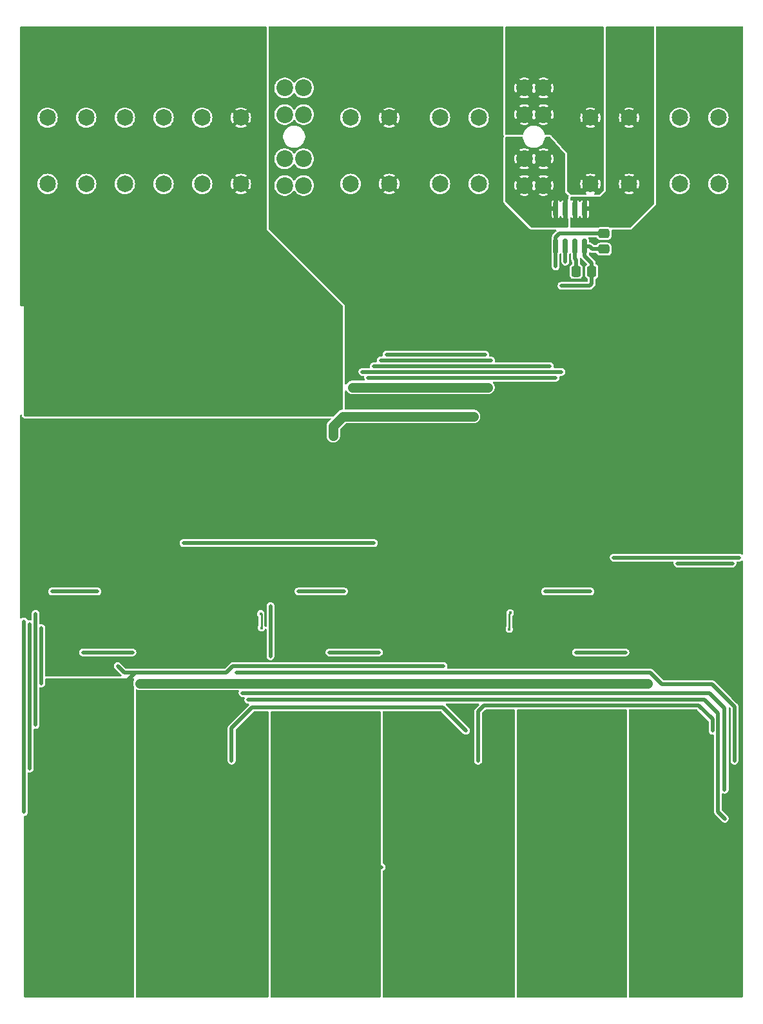
<source format=gbr>
%TF.GenerationSoftware,KiCad,Pcbnew,8.0.2*%
%TF.CreationDate,2025-03-06T23:30:14+01:00*%
%TF.ProjectId,meas,6d656173-2e6b-4696-9361-645f70636258,2.0.0*%
%TF.SameCoordinates,Original*%
%TF.FileFunction,Copper,L2,Bot*%
%TF.FilePolarity,Positive*%
%FSLAX46Y46*%
G04 Gerber Fmt 4.6, Leading zero omitted, Abs format (unit mm)*
G04 Created by KiCad (PCBNEW 8.0.2) date 2025-03-06 23:30:14*
%MOMM*%
%LPD*%
G01*
G04 APERTURE LIST*
G04 Aperture macros list*
%AMRoundRect*
0 Rectangle with rounded corners*
0 $1 Rounding radius*
0 $2 $3 $4 $5 $6 $7 $8 $9 X,Y pos of 4 corners*
0 Add a 4 corners polygon primitive as box body*
4,1,4,$2,$3,$4,$5,$6,$7,$8,$9,$2,$3,0*
0 Add four circle primitives for the rounded corners*
1,1,$1+$1,$2,$3*
1,1,$1+$1,$4,$5*
1,1,$1+$1,$6,$7*
1,1,$1+$1,$8,$9*
0 Add four rect primitives between the rounded corners*
20,1,$1+$1,$2,$3,$4,$5,0*
20,1,$1+$1,$4,$5,$6,$7,0*
20,1,$1+$1,$6,$7,$8,$9,0*
20,1,$1+$1,$8,$9,$2,$3,0*%
G04 Aperture macros list end*
%TA.AperFunction,ComponentPad*%
%ADD10C,2.200000*%
%TD*%
%TA.AperFunction,ComponentPad*%
%ADD11C,2.162000*%
%TD*%
%TA.AperFunction,SMDPad,CuDef*%
%ADD12RoundRect,0.150000X-0.150000X0.825000X-0.150000X-0.825000X0.150000X-0.825000X0.150000X0.825000X0*%
%TD*%
%TA.AperFunction,SMDPad,CuDef*%
%ADD13RoundRect,0.250000X0.475000X-0.337500X0.475000X0.337500X-0.475000X0.337500X-0.475000X-0.337500X0*%
%TD*%
%TA.AperFunction,SMDPad,CuDef*%
%ADD14RoundRect,0.250000X-0.337500X-0.475000X0.337500X-0.475000X0.337500X0.475000X-0.337500X0.475000X0*%
%TD*%
%TA.AperFunction,ViaPad*%
%ADD15C,0.500000*%
%TD*%
%TA.AperFunction,ViaPad*%
%ADD16C,0.450000*%
%TD*%
%TA.AperFunction,Conductor*%
%ADD17C,0.508000*%
%TD*%
%TA.AperFunction,Conductor*%
%ADD18C,1.270000*%
%TD*%
%TA.AperFunction,Conductor*%
%ADD19C,0.254000*%
%TD*%
G04 APERTURE END LIST*
D10*
%TO.P,F1002,1*%
%TO.N,+24V*%
X187250000Y-61400000D03*
X189750000Y-61400000D03*
X187250000Y-57900000D03*
X189750000Y-57900000D03*
%TO.P,F1002,2*%
%TO.N,/power/IN*%
X187250000Y-52100000D03*
X189750000Y-52100000D03*
X187250000Y-48600000D03*
X189750000Y-48600000D03*
%TD*%
%TO.P,F101,1*%
%TO.N,Net-(J104-Pin_2)*%
X221250000Y-48600000D03*
X218750000Y-48600000D03*
X221250000Y-52100000D03*
X218750000Y-52100000D03*
%TO.P,F101,2*%
%TO.N,/i-transduce/in*%
X221250000Y-57900000D03*
X218750000Y-57900000D03*
X221250000Y-61400000D03*
X218750000Y-61400000D03*
%TD*%
D11*
%TO.P,J105,1,Pin_1*%
%TO.N,/GND_ISO_T*%
X212750000Y-61200000D03*
X212750000Y-52500000D03*
%TO.P,J105,2,Pin_2*%
%TO.N,Net-(D102-A2)*%
X207670000Y-61200000D03*
X207670000Y-52500000D03*
%TD*%
%TO.P,J101,1,Pin_1*%
%TO.N,/digital-interface3/GND_MASTER*%
X181500000Y-61200000D03*
X181500000Y-52500000D03*
%TO.P,J101,2,Pin_2*%
%TO.N,/digital-interface3/~{CS_MASTER}*%
X176420000Y-61200000D03*
X176420000Y-52500000D03*
%TO.P,J101,3,Pin_3*%
%TO.N,/digital-interface3/SCKL_MASTER*%
X171340000Y-61200000D03*
X171340000Y-52500000D03*
%TO.P,J101,4,Pin_4*%
%TO.N,/digital-interface3/SDI_MASTER*%
X166260000Y-61200000D03*
X166260000Y-52500000D03*
%TO.P,J101,5,Pin_5*%
%TO.N,/digital-interface3/SDO_MASTER*%
X161180000Y-61200000D03*
X161180000Y-52500000D03*
%TO.P,J101,6,Pin_6*%
%TO.N,unconnected-(J101-Pin_6-Pad6)_0*%
X156100000Y-61200000D03*
%TO.N,unconnected-(J101-Pin_6-Pad6)*%
X156100000Y-52500000D03*
%TD*%
%TO.P,J104,1,Pin_1*%
%TO.N,/i-transduce/out*%
X232500000Y-61200000D03*
X232500000Y-52500000D03*
%TO.P,J104,2,Pin_2*%
%TO.N,Net-(J104-Pin_2)*%
X227420000Y-61200000D03*
X227420000Y-52500000D03*
%TD*%
%TO.P,J103,1,Pin_1*%
%TO.N,/GND_ISO_U*%
X244250000Y-61200000D03*
X244250000Y-52500000D03*
%TO.P,J103,2,Pin_2*%
%TO.N,Net-(D101-A2)*%
X239170000Y-61200000D03*
X239170000Y-52500000D03*
%TD*%
%TO.P,J102,1,Pin_1*%
%TO.N,GND*%
X201000000Y-61200000D03*
X201000000Y-52500000D03*
%TO.P,J102,2,Pin_2*%
%TO.N,/power/IN*%
X195920000Y-61200000D03*
X195920000Y-52500000D03*
%TD*%
D12*
%TO.P,U901,1,IP+*%
%TO.N,/i-transduce/in*%
X222860000Y-64485000D03*
%TO.P,U901,2,IP+*%
X224130000Y-64485000D03*
%TO.P,U901,3,IP-*%
%TO.N,/i-transduce/out*%
X225400000Y-64485000D03*
%TO.P,U901,4,IP-*%
X226670000Y-64485000D03*
%TO.P,U901,5,GND*%
%TO.N,/GND_ISO_I*%
X226670000Y-69435000D03*
%TO.P,U901,6,VZCR*%
%TO.N,/i-transduce/vzcr*%
X225400000Y-69435000D03*
%TO.P,U901,7,VIOUT*%
%TO.N,/adc1/AIN_P*%
X224130000Y-69435000D03*
%TO.P,U901,8,VCC*%
%TO.N,/+5VA_ISO_I*%
X222860000Y-69435000D03*
%TD*%
D13*
%TO.P,C901,1*%
%TO.N,/GND_ISO_I*%
X229210000Y-69775500D03*
%TO.P,C901,2*%
%TO.N,/+5VA_ISO_I*%
X229210000Y-67700500D03*
%TD*%
D14*
%TO.P,C902,1*%
%TO.N,/i-transduce/vzcr*%
X225532500Y-72675000D03*
%TO.P,C902,2*%
%TO.N,/GND_ISO_I*%
X227607500Y-72675000D03*
%TD*%
D15*
%TO.N,/GND_ISO_U*%
X221463000Y-114712000D03*
D16*
X224130000Y-132238000D03*
X226035000Y-134397000D03*
D15*
X227432000Y-114712000D03*
D16*
X226035000Y-150907000D03*
X230480000Y-110267000D03*
X226162000Y-145827000D03*
X226035000Y-162337000D03*
X226035000Y-157257000D03*
X246990000Y-110267000D03*
D15*
%TO.N,/+5VA_ISO_U*%
X225527000Y-122713000D03*
X232030500Y-122713000D03*
D16*
%TO.N,GND*%
X158725000Y-98202000D03*
X236195000Y-88550000D03*
X159360000Y-105060000D03*
X188570000Y-112680000D03*
X212700000Y-105060000D03*
X235560000Y-107600000D03*
X234290000Y-96170000D03*
X169520000Y-105060000D03*
X209525000Y-142652000D03*
X173965000Y-157257000D03*
X236830000Y-90455000D03*
X177140000Y-112680000D03*
X206223000Y-145827000D03*
X184125000Y-115855000D03*
X209525000Y-138842000D03*
X178156000Y-100107000D03*
X238735000Y-134397000D03*
X173965000Y-150907000D03*
X238100000Y-41560000D03*
X236830000Y-92995000D03*
X173965000Y-162337000D03*
X206350000Y-157257000D03*
X232385000Y-95535000D03*
X207620000Y-102520000D03*
X180315000Y-98202000D03*
X156820000Y-105060000D03*
X177140000Y-122840000D03*
X236830000Y-94265000D03*
X236195000Y-92360000D03*
X231115000Y-95535000D03*
X206350000Y-150907000D03*
X241910000Y-146462000D03*
X218415000Y-124110000D03*
X243180000Y-107600000D03*
X161900000Y-105060000D03*
X240640000Y-107600000D03*
X234925000Y-87915000D03*
X236195000Y-89820000D03*
X177140000Y-138842000D03*
X191745000Y-98075000D03*
X238735000Y-150907000D03*
X177140000Y-110140000D03*
X163805000Y-98202000D03*
X236830000Y-91725000D03*
X238608000Y-145827000D03*
X177140000Y-120300000D03*
X233655000Y-87915000D03*
X232385000Y-87915000D03*
X164440000Y-105060000D03*
X241910000Y-142652000D03*
X166980000Y-105060000D03*
X212700000Y-102520000D03*
X240640000Y-112680000D03*
X233020000Y-96170000D03*
X245720000Y-41560000D03*
X234290000Y-87280000D03*
X177140000Y-146462000D03*
X206350000Y-162337000D03*
X236195000Y-91090000D03*
X231750000Y-87280000D03*
X233020000Y-87280000D03*
X238735000Y-157257000D03*
X238735000Y-162337000D03*
X238100000Y-107600000D03*
X177140000Y-117760000D03*
X173965000Y-134397000D03*
X207620000Y-99980000D03*
X170155000Y-98202000D03*
X207620000Y-105060000D03*
X173838000Y-145827000D03*
X243180000Y-112680000D03*
X236830000Y-89185000D03*
X206350000Y-134397000D03*
X240640000Y-41560000D03*
X236195000Y-94900000D03*
X231115000Y-87915000D03*
X234925000Y-95535000D03*
X231750000Y-96170000D03*
X209525000Y-146462000D03*
X212700000Y-99980000D03*
X177140000Y-115220000D03*
X241910000Y-138842000D03*
X236195000Y-93630000D03*
X233655000Y-95535000D03*
X243180000Y-41560000D03*
X245720000Y-112680000D03*
X177140000Y-142652000D03*
%TO.N,/SDIO1*%
X243460000Y-133000000D03*
X212680000Y-136937000D03*
%TO.N,+5VA*%
X209525000Y-91725000D03*
X170155000Y-126777000D03*
X210795000Y-91725000D03*
X202540000Y-126777000D03*
X209525000Y-126777000D03*
X168250000Y-126777000D03*
X212065000Y-91725000D03*
X233020000Y-126777000D03*
X193650000Y-94265000D03*
X212065000Y-126777000D03*
X193650000Y-92995000D03*
X234925000Y-126777000D03*
X210795000Y-126777000D03*
X201270000Y-126777000D03*
%TO.N,/adc/SDI*%
X216891000Y-117532000D03*
X216764000Y-119665000D03*
%TO.N,/+5VA_ISO_I*%
X222860000Y-72040000D03*
X198222000Y-86645000D03*
D15*
X193142000Y-122713000D03*
D16*
X222860000Y-86645000D03*
D15*
X199645500Y-122713000D03*
D16*
%TO.N,/GND_ISO_I*%
X191745000Y-132238000D03*
X185395000Y-123221000D03*
X223622000Y-74580000D03*
X197460000Y-85883000D03*
X193777000Y-145827000D03*
X185395000Y-116617000D03*
X223622000Y-85883000D03*
X193650000Y-134397000D03*
%TO.N,/SDIO2*%
X211075000Y-133000000D03*
X180295000Y-136937000D03*
%TO.N,/adc1/SDI*%
X184125000Y-117626800D03*
X184200086Y-119486086D03*
D15*
%TO.N,/+5VA_ISO_T*%
X167260500Y-122713000D03*
X160757000Y-122713000D03*
D16*
%TO.N,/GND_ISO_T*%
X161265000Y-134397000D03*
X208128000Y-124491000D03*
X214351000Y-84359000D03*
X199873000Y-84359000D03*
D15*
X156693000Y-114712000D03*
D16*
X159360000Y-132238000D03*
X165329000Y-124491000D03*
X161265000Y-150907000D03*
D15*
X162662000Y-114712000D03*
D16*
X161265000Y-162337000D03*
X161392000Y-145827000D03*
X161265000Y-157257000D03*
%TO.N,/adc2/CONVST{slash}~{CS}*%
X153010000Y-143668000D03*
X153010000Y-118649000D03*
%TO.N,/adc2/SCKL*%
X153772000Y-137953000D03*
X153772000Y-119030000D03*
%TO.N,/adc2/SDI*%
X154534000Y-117626800D03*
X154534000Y-132238000D03*
%TO.N,/digital-interface3/GND_MASTER*%
X170155000Y-85502000D03*
X163805000Y-85502000D03*
X184760000Y-82327000D03*
X188570000Y-82327000D03*
X158725000Y-85502000D03*
X180315000Y-85502000D03*
X192380000Y-82327000D03*
X191745000Y-85629000D03*
%TO.N,/~{CS}*%
X182474000Y-128936000D03*
X214732000Y-128936000D03*
X245085000Y-144557000D03*
%TO.N,/SCKL*%
X245065000Y-140747000D03*
X181712000Y-128047000D03*
X213970000Y-128047000D03*
%TO.N,/SDI*%
X180950000Y-125380000D03*
X246355000Y-136937000D03*
%TO.N,/i-transduce/vzcr*%
X225532500Y-71156500D03*
%TO.N,+24V*%
X196190000Y-87915000D03*
X213970000Y-87915000D03*
%TO.N,/i-transduce/in*%
X217780000Y-59340000D03*
X222860000Y-66325000D03*
X221590000Y-64420000D03*
X220955000Y-65055000D03*
X221590000Y-65055000D03*
X220320000Y-64420000D03*
X220955000Y-63785000D03*
X220955000Y-64420000D03*
X224130000Y-66325000D03*
X222860000Y-59340000D03*
X222860000Y-61880000D03*
X222225000Y-63150000D03*
X224130000Y-63150000D03*
X222860000Y-56800000D03*
X222860000Y-63150000D03*
X221590000Y-63150000D03*
X223495000Y-66325000D03*
X217780000Y-64420000D03*
X221590000Y-63785000D03*
%TO.N,Net-(J104-Pin_2)*%
X220320000Y-41560000D03*
X227940000Y-59340000D03*
X227940000Y-54260000D03*
X227940000Y-56800000D03*
X227940000Y-41560000D03*
X225400000Y-44100000D03*
X217780000Y-46640000D03*
X222860000Y-44100000D03*
X217780000Y-41560000D03*
X225400000Y-46640000D03*
X222860000Y-51720000D03*
X225400000Y-51720000D03*
X227940000Y-49180000D03*
X222860000Y-49180000D03*
X220320000Y-46640000D03*
X225400000Y-59340000D03*
X220320000Y-44100000D03*
X225400000Y-49180000D03*
X217780000Y-54260000D03*
X227940000Y-46640000D03*
X225400000Y-56800000D03*
X225400000Y-41560000D03*
X225400000Y-54260000D03*
X222860000Y-54260000D03*
X222860000Y-41560000D03*
X217780000Y-44100000D03*
X222860000Y-46640000D03*
X227940000Y-44100000D03*
%TO.N,/i-transduce/out*%
X230480000Y-64420000D03*
X233020000Y-41560000D03*
X227940000Y-65055000D03*
X227940000Y-63785000D03*
X227305000Y-63150000D03*
X230480000Y-41560000D03*
X228575000Y-63785000D03*
X233020000Y-49180000D03*
X233020000Y-64420000D03*
X230480000Y-51720000D03*
X230480000Y-56800000D03*
X230480000Y-59340000D03*
X225400000Y-63150000D03*
X228575000Y-65055000D03*
X226670000Y-63150000D03*
X233020000Y-59340000D03*
X225400000Y-66325000D03*
X228575000Y-64420000D03*
X226035000Y-66325000D03*
X227940000Y-63150000D03*
X230480000Y-49180000D03*
X230480000Y-61880000D03*
X227940000Y-64420000D03*
X230480000Y-54260000D03*
X230480000Y-44100000D03*
X229210000Y-64420000D03*
X233020000Y-46640000D03*
X233020000Y-44100000D03*
X233020000Y-56800000D03*
X230480000Y-46640000D03*
X226670000Y-66325000D03*
X233020000Y-54260000D03*
%TO.N,/adc/AIN_P*%
X238862000Y-111029000D03*
X246101000Y-111029000D03*
%TO.N,/adc2/AIN_P*%
X200635000Y-83597000D03*
X173965000Y-108362000D03*
X213589000Y-83597000D03*
X198984000Y-108362000D03*
%TO.N,/adc2/SDO-0*%
X155296000Y-119538000D03*
X155296000Y-126777000D03*
%TO.N,/adc1/AIN_P*%
X222098000Y-85121000D03*
X224130000Y-71405000D03*
X198984000Y-85121000D03*
%TO.N,/GND_ISO_I*%
X200000000Y-150907000D03*
X193650000Y-162337000D03*
X193650000Y-150907000D03*
X193650000Y-157257000D03*
D15*
X189078000Y-114712000D03*
X195047000Y-114712000D03*
%TD*%
D17*
%TO.N,/GND_ISO_U*%
X226035000Y-134397000D02*
X226035000Y-134143000D01*
X226035000Y-134397000D02*
X226035000Y-145700000D01*
X226035000Y-134143000D02*
X224130000Y-132238000D01*
X221463000Y-114712000D02*
X227432000Y-114712000D01*
X226035000Y-145700000D02*
X226162000Y-145827000D01*
X246990000Y-110267000D02*
X230480000Y-110267000D01*
%TO.N,/+5VA_ISO_U*%
X225527000Y-122713000D02*
X232030500Y-122713000D01*
%TO.N,GND*%
X241910000Y-146462000D02*
X241910000Y-142652000D01*
X241910000Y-138842000D02*
X241910000Y-142652000D01*
X209525000Y-146462000D02*
X209525000Y-142652000D01*
X180315000Y-98202000D02*
X180061000Y-98202000D01*
X209525000Y-137572000D02*
X206350000Y-134397000D01*
X209525000Y-138842000D02*
X209525000Y-142652000D01*
X177140000Y-138842000D02*
X177140000Y-137572000D01*
X191618000Y-98202000D02*
X191745000Y-98075000D01*
X177140000Y-137572000D02*
X173965000Y-134397000D01*
X241910000Y-138842000D02*
X241910000Y-137572000D01*
X177140000Y-138842000D02*
X177140000Y-142652000D01*
X209525000Y-138842000D02*
X209525000Y-137572000D01*
X177140000Y-146462000D02*
X177140000Y-142652000D01*
X241910000Y-137572000D02*
X238735000Y-134397000D01*
X180061000Y-98202000D02*
X178156000Y-100107000D01*
X180315000Y-98202000D02*
X191618000Y-98202000D01*
%TO.N,/SDIO1*%
X212680000Y-136937000D02*
X212680000Y-130480000D01*
X213462000Y-129698000D02*
X241656000Y-129698000D01*
X212680000Y-130480000D02*
X213462000Y-129698000D01*
X243460000Y-131502000D02*
X243460000Y-133000000D01*
X241656000Y-129698000D02*
X243460000Y-131502000D01*
D18*
%TO.N,+5VA*%
X194920000Y-91725000D02*
X193650000Y-92995000D01*
X209525000Y-126777000D02*
X202540000Y-126777000D01*
X205715000Y-91725000D02*
X194920000Y-91725000D01*
X212065000Y-91725000D02*
X205715000Y-91725000D01*
X170155000Y-126777000D02*
X168250000Y-126777000D01*
X212065000Y-126777000D02*
X210795000Y-126777000D01*
X193650000Y-92995000D02*
X193650000Y-94265000D01*
X234925000Y-126777000D02*
X233020000Y-126777000D01*
X202540000Y-126777000D02*
X201270000Y-126777000D01*
X233020000Y-126777000D02*
X212065000Y-126777000D01*
X210795000Y-126777000D02*
X209525000Y-126777000D01*
X201270000Y-126777000D02*
X170155000Y-126777000D01*
D19*
%TO.N,/adc/SDI*%
X216891000Y-117532000D02*
X216764000Y-117659000D01*
X216764000Y-117659000D02*
X216764000Y-119665000D01*
D17*
%TO.N,/+5VA_ISO_I*%
X193142000Y-122713000D02*
X199645500Y-122713000D01*
X223389500Y-67700500D02*
X229210000Y-67700500D01*
X222860000Y-68230000D02*
X223389500Y-67700500D01*
X222860000Y-72040000D02*
X222860000Y-69435000D01*
X198222000Y-86645000D02*
X222860000Y-86645000D01*
X222860000Y-69435000D02*
X222860000Y-68230000D01*
%TO.N,/GND_ISO_I*%
X226670000Y-69435000D02*
X227367000Y-69435000D01*
X226670000Y-69435000D02*
X226670000Y-70643000D01*
X227607500Y-72675000D02*
X227607500Y-74277500D01*
X227607500Y-71580500D02*
X227607500Y-72675000D01*
X226670000Y-70643000D02*
X227607500Y-71580500D01*
X185395000Y-116617000D02*
X185395000Y-123221000D01*
X227367000Y-69435000D02*
X227707500Y-69775500D01*
X223622000Y-85883000D02*
X197460000Y-85883000D01*
X193650000Y-134397000D02*
X193650000Y-145700000D01*
X227607500Y-74277500D02*
X227305000Y-74580000D01*
X193650000Y-134397000D02*
X193650000Y-134143000D01*
X193650000Y-145700000D02*
X193777000Y-145827000D01*
X227305000Y-74580000D02*
X223622000Y-74580000D01*
X227707500Y-69775500D02*
X229210000Y-69775500D01*
X193650000Y-134143000D02*
X191745000Y-132238000D01*
%TO.N,/SDIO2*%
X180295000Y-132639000D02*
X182982000Y-129952000D01*
X180295000Y-136937000D02*
X180295000Y-132639000D01*
X182982000Y-129952000D02*
X208027000Y-129952000D01*
X208027000Y-129952000D02*
X211075000Y-133000000D01*
D19*
%TO.N,/adc1/SDI*%
X184200086Y-117701886D02*
X184200086Y-119486086D01*
X184125000Y-117626800D02*
X184200086Y-117701886D01*
D17*
%TO.N,/+5VA_ISO_T*%
X160757000Y-122713000D02*
X167260500Y-122713000D01*
%TO.N,/GND_ISO_T*%
X166197396Y-126797604D02*
X166197396Y-127285000D01*
X168102396Y-125380000D02*
X166218000Y-125380000D01*
X180442000Y-124491000D02*
X179553000Y-125380000D01*
X161265000Y-145700000D02*
X161392000Y-145827000D01*
X161265000Y-134143000D02*
X159360000Y-132238000D01*
X161265000Y-134397000D02*
X161265000Y-145700000D01*
X166218000Y-125380000D02*
X165329000Y-124491000D01*
X179553000Y-125380000D02*
X168102396Y-125380000D01*
X167615000Y-125380000D02*
X166197396Y-126797604D01*
X168102396Y-125380000D02*
X167615000Y-125380000D01*
X208128000Y-124491000D02*
X180442000Y-124491000D01*
X214351000Y-84359000D02*
X199873000Y-84359000D01*
X161265000Y-134397000D02*
X161265000Y-134143000D01*
X156693000Y-114712000D02*
X162662000Y-114712000D01*
%TO.N,/adc2/CONVST{slash}~{CS}*%
X153010000Y-118649000D02*
X153010000Y-143668000D01*
%TO.N,/adc2/SCKL*%
X153772000Y-119030000D02*
X153772000Y-137953000D01*
%TO.N,/adc2/SDI*%
X154534000Y-117626800D02*
X154534000Y-132238000D01*
%TO.N,/digital-interface3/GND_MASTER*%
X192380000Y-82327000D02*
X188570000Y-82327000D01*
X183490000Y-82327000D02*
X180315000Y-85502000D01*
X184760000Y-82327000D02*
X188570000Y-82327000D01*
X184760000Y-82327000D02*
X183490000Y-82327000D01*
%TO.N,/~{CS}*%
X242418000Y-128936000D02*
X244196000Y-130714000D01*
X244196000Y-130714000D02*
X244196000Y-143668000D01*
X244196000Y-143668000D02*
X245085000Y-144557000D01*
X182474000Y-128936000D02*
X214732000Y-128936000D01*
X214732000Y-128936000D02*
X242418000Y-128936000D01*
%TO.N,/SCKL*%
X213970000Y-128047000D02*
X243053000Y-128047000D01*
X181712000Y-128047000D02*
X213970000Y-128047000D01*
X243053000Y-128047000D02*
X245065000Y-130059000D01*
X245065000Y-130059000D02*
X245065000Y-140747000D01*
%TO.N,/SDI*%
X246355000Y-129825000D02*
X246355000Y-136937000D01*
X235306000Y-125380000D02*
X236830000Y-126904000D01*
X180950000Y-125380000D02*
X235306000Y-125380000D01*
X243434000Y-126904000D02*
X246355000Y-129825000D01*
X236830000Y-126904000D02*
X243434000Y-126904000D01*
%TO.N,/i-transduce/vzcr*%
X225400000Y-71024000D02*
X225532500Y-71156500D01*
X225532500Y-71156500D02*
X225532500Y-72675000D01*
X225400000Y-69435000D02*
X225400000Y-71024000D01*
D18*
%TO.N,+24V*%
X196190000Y-87915000D02*
X213970000Y-87915000D01*
D17*
%TO.N,/adc/AIN_P*%
X246101000Y-111029000D02*
X238862000Y-111029000D01*
%TO.N,/adc2/AIN_P*%
X173965000Y-108362000D02*
X198984000Y-108362000D01*
X213589000Y-83597000D02*
X200635000Y-83597000D01*
%TO.N,/adc2/SDO-0*%
X155296000Y-119538000D02*
X155296000Y-126777000D01*
%TO.N,/adc1/AIN_P*%
X198984000Y-85121000D02*
X222098000Y-85121000D01*
X224130000Y-69435000D02*
X224130000Y-71405000D01*
%TO.N,/GND_ISO_I*%
X189078000Y-114712000D02*
X195047000Y-114712000D01*
X200000000Y-150907000D02*
X193650000Y-150907000D01*
%TD*%
%TA.AperFunction,Conductor*%
%TO.N,/digital-interface3/GND_MASTER*%
G36*
X172060000Y-91719500D02*
G01*
X153136000Y-91719500D01*
X153067879Y-91699498D01*
X153021386Y-91645842D01*
X153010000Y-91593500D01*
X153010000Y-77247000D01*
X172060000Y-77247000D01*
X172060000Y-91719500D01*
G37*
%TD.AperFunction*%
%TD*%
%TA.AperFunction,Conductor*%
%TO.N,/i-transduce/in*%
G36*
X218492164Y-55020002D02*
G01*
X218538657Y-55073658D01*
X218547912Y-55109395D01*
X218548726Y-55109267D01*
X218549500Y-55114153D01*
X218549500Y-55114157D01*
X218585216Y-55339660D01*
X218655769Y-55556799D01*
X218655770Y-55556800D01*
X218759423Y-55760231D01*
X218893622Y-55944939D01*
X219055060Y-56106377D01*
X219055063Y-56106379D01*
X219239772Y-56240579D01*
X219443201Y-56344231D01*
X219660340Y-56414784D01*
X219885843Y-56450500D01*
X219885846Y-56450500D01*
X220114154Y-56450500D01*
X220114157Y-56450500D01*
X220339660Y-56414784D01*
X220556799Y-56344231D01*
X220760228Y-56240579D01*
X220944937Y-56106379D01*
X221106379Y-55944937D01*
X221240579Y-55760228D01*
X221344231Y-55556799D01*
X221414784Y-55339660D01*
X221450500Y-55114157D01*
X221450500Y-55114153D01*
X221451274Y-55109267D01*
X221452862Y-55109518D01*
X221475621Y-55049785D01*
X221532754Y-55007638D01*
X221575957Y-55000000D01*
X222041058Y-55000000D01*
X222109179Y-55020002D01*
X222135628Y-55042739D01*
X222148958Y-55057879D01*
X224098570Y-57272302D01*
X224128572Y-57336646D01*
X224130000Y-57355561D01*
X224130000Y-62261001D01*
X224543961Y-62674962D01*
X224577987Y-62737274D01*
X224572922Y-62808089D01*
X224566515Y-62822457D01*
X224536015Y-62880766D01*
X224536013Y-62880770D01*
X224516011Y-62948891D01*
X224505500Y-63022000D01*
X224505500Y-63022002D01*
X224505500Y-63166179D01*
X224485498Y-63234300D01*
X224445335Y-63273611D01*
X224430000Y-63283008D01*
X224430000Y-65686989D01*
X224445334Y-65696386D01*
X224492966Y-65749033D01*
X224505500Y-65803819D01*
X224505500Y-66834000D01*
X224485498Y-66902121D01*
X224431842Y-66948614D01*
X224379500Y-66960000D01*
X219737190Y-66960000D01*
X219669069Y-66939998D01*
X219648095Y-66923095D01*
X218066792Y-65341792D01*
X222306001Y-65341792D01*
X222320983Y-65436397D01*
X222379082Y-65550423D01*
X222469575Y-65640917D01*
X222560000Y-65686990D01*
X222560000Y-64785000D01*
X222306001Y-64785000D01*
X222306001Y-65341792D01*
X218066792Y-65341792D01*
X216353208Y-63628208D01*
X222306000Y-63628208D01*
X222306000Y-64185000D01*
X222560000Y-64185000D01*
X222560000Y-63283009D01*
X223160000Y-63283009D01*
X223160000Y-65686989D01*
X223250424Y-65640917D01*
X223340917Y-65550423D01*
X223340918Y-65550421D01*
X223382733Y-65468356D01*
X223431481Y-65416740D01*
X223500396Y-65399674D01*
X223567597Y-65422574D01*
X223607267Y-65468356D01*
X223649081Y-65550421D01*
X223649082Y-65550423D01*
X223739575Y-65640917D01*
X223830000Y-65686990D01*
X223830000Y-63283009D01*
X223829999Y-63283009D01*
X223739575Y-63329082D01*
X223649082Y-63419576D01*
X223607267Y-63501644D01*
X223558519Y-63553259D01*
X223489604Y-63570325D01*
X223422402Y-63547424D01*
X223382733Y-63501644D01*
X223340917Y-63419576D01*
X223250424Y-63329082D01*
X223250425Y-63329082D01*
X223160000Y-63283009D01*
X222560000Y-63283009D01*
X222559999Y-63283009D01*
X222469575Y-63329082D01*
X222379082Y-63419576D01*
X222320984Y-63533599D01*
X222306000Y-63628208D01*
X216353208Y-63628208D01*
X216292905Y-63567905D01*
X216258879Y-63505593D01*
X216256000Y-63478810D01*
X216256000Y-61400000D01*
X217391360Y-61400000D01*
X217409891Y-61623632D01*
X217464973Y-61841146D01*
X217464976Y-61841153D01*
X217555109Y-62046636D01*
X217555113Y-62046644D01*
X217558837Y-62052344D01*
X218065303Y-61545878D01*
X218076901Y-61604182D01*
X218129668Y-61731574D01*
X218206274Y-61846224D01*
X218303776Y-61943726D01*
X218418426Y-62020332D01*
X218545818Y-62073099D01*
X218604117Y-62084695D01*
X218100663Y-62588150D01*
X218100663Y-62588152D01*
X218204237Y-62644204D01*
X218204244Y-62644207D01*
X218416474Y-62717065D01*
X218637808Y-62754000D01*
X218862192Y-62754000D01*
X219083525Y-62717065D01*
X219083526Y-62717065D01*
X219295755Y-62644207D01*
X219295768Y-62644201D01*
X219399335Y-62588152D01*
X219399335Y-62588151D01*
X218895880Y-62084696D01*
X218954182Y-62073099D01*
X219081574Y-62020332D01*
X219196224Y-61943726D01*
X219293726Y-61846224D01*
X219370332Y-61731574D01*
X219423099Y-61604182D01*
X219434696Y-61545880D01*
X219941160Y-62052344D01*
X219987018Y-62047590D01*
X220013017Y-62047591D01*
X220058837Y-62052345D01*
X220565303Y-61545879D01*
X220576901Y-61604182D01*
X220629668Y-61731574D01*
X220706274Y-61846224D01*
X220803776Y-61943726D01*
X220918426Y-62020332D01*
X221045818Y-62073099D01*
X221104117Y-62084695D01*
X220600663Y-62588150D01*
X220600663Y-62588152D01*
X220704237Y-62644204D01*
X220704244Y-62644207D01*
X220916474Y-62717065D01*
X221137808Y-62754000D01*
X221362192Y-62754000D01*
X221583525Y-62717065D01*
X221583526Y-62717065D01*
X221795755Y-62644207D01*
X221795768Y-62644201D01*
X221899335Y-62588152D01*
X221899335Y-62588151D01*
X221395880Y-62084696D01*
X221454182Y-62073099D01*
X221581574Y-62020332D01*
X221696224Y-61943726D01*
X221793726Y-61846224D01*
X221870332Y-61731574D01*
X221923099Y-61604182D01*
X221934696Y-61545880D01*
X222441160Y-62052345D01*
X222441161Y-62052344D01*
X222444886Y-62046643D01*
X222444888Y-62046639D01*
X222535023Y-61841153D01*
X222535026Y-61841146D01*
X222590108Y-61623632D01*
X222608639Y-61400000D01*
X222590108Y-61176367D01*
X222535026Y-60958853D01*
X222535023Y-60958846D01*
X222444887Y-60753359D01*
X222441160Y-60747654D01*
X222441159Y-60747654D01*
X221934695Y-61254117D01*
X221923099Y-61195818D01*
X221870332Y-61068426D01*
X221793726Y-60953776D01*
X221696224Y-60856274D01*
X221581574Y-60779668D01*
X221454182Y-60726901D01*
X221395879Y-60715303D01*
X221899335Y-60211847D01*
X221899335Y-60211846D01*
X221795758Y-60155794D01*
X221795755Y-60155792D01*
X221583525Y-60082934D01*
X221362192Y-60046000D01*
X221137808Y-60046000D01*
X220916474Y-60082934D01*
X220916473Y-60082934D01*
X220704244Y-60155792D01*
X220704241Y-60155794D01*
X220600663Y-60211846D01*
X220600663Y-60211848D01*
X221104118Y-60715303D01*
X221045818Y-60726901D01*
X220918426Y-60779668D01*
X220803776Y-60856274D01*
X220706274Y-60953776D01*
X220629668Y-61068426D01*
X220576901Y-61195818D01*
X220565303Y-61254118D01*
X220058838Y-60747653D01*
X220013020Y-60752409D01*
X219987014Y-60752410D01*
X219941159Y-60747654D01*
X219434695Y-61254117D01*
X219423099Y-61195818D01*
X219370332Y-61068426D01*
X219293726Y-60953776D01*
X219196224Y-60856274D01*
X219081574Y-60779668D01*
X218954182Y-60726901D01*
X218895879Y-60715303D01*
X219399335Y-60211847D01*
X219399335Y-60211846D01*
X219295758Y-60155794D01*
X219295755Y-60155792D01*
X219083525Y-60082934D01*
X218862192Y-60046000D01*
X218637808Y-60046000D01*
X218416474Y-60082934D01*
X218416473Y-60082934D01*
X218204244Y-60155792D01*
X218204241Y-60155794D01*
X218100663Y-60211846D01*
X218100663Y-60211848D01*
X218604118Y-60715303D01*
X218545818Y-60726901D01*
X218418426Y-60779668D01*
X218303776Y-60856274D01*
X218206274Y-60953776D01*
X218129668Y-61068426D01*
X218076901Y-61195818D01*
X218065303Y-61254118D01*
X217558838Y-60747653D01*
X217558837Y-60747654D01*
X217555111Y-60753359D01*
X217464976Y-60958846D01*
X217464973Y-60958853D01*
X217409891Y-61176367D01*
X217391360Y-61400000D01*
X216256000Y-61400000D01*
X216256000Y-57900000D01*
X217391360Y-57900000D01*
X217409891Y-58123632D01*
X217464973Y-58341146D01*
X217464976Y-58341153D01*
X217555109Y-58546636D01*
X217555113Y-58546644D01*
X217558837Y-58552344D01*
X218065303Y-58045878D01*
X218076901Y-58104182D01*
X218129668Y-58231574D01*
X218206274Y-58346224D01*
X218303776Y-58443726D01*
X218418426Y-58520332D01*
X218545818Y-58573099D01*
X218604117Y-58584695D01*
X218100663Y-59088150D01*
X218100663Y-59088152D01*
X218204237Y-59144204D01*
X218204244Y-59144207D01*
X218416474Y-59217065D01*
X218637808Y-59254000D01*
X218862192Y-59254000D01*
X219083525Y-59217065D01*
X219083526Y-59217065D01*
X219295755Y-59144207D01*
X219295768Y-59144201D01*
X219399335Y-59088152D01*
X219399335Y-59088151D01*
X218895880Y-58584696D01*
X218954182Y-58573099D01*
X219081574Y-58520332D01*
X219196224Y-58443726D01*
X219293726Y-58346224D01*
X219370332Y-58231574D01*
X219423099Y-58104182D01*
X219434696Y-58045880D01*
X219941160Y-58552344D01*
X219987018Y-58547590D01*
X220013017Y-58547591D01*
X220058837Y-58552345D01*
X220565303Y-58045879D01*
X220576901Y-58104182D01*
X220629668Y-58231574D01*
X220706274Y-58346224D01*
X220803776Y-58443726D01*
X220918426Y-58520332D01*
X221045818Y-58573099D01*
X221104117Y-58584695D01*
X220600663Y-59088150D01*
X220600663Y-59088152D01*
X220704237Y-59144204D01*
X220704244Y-59144207D01*
X220916474Y-59217065D01*
X221137808Y-59254000D01*
X221362192Y-59254000D01*
X221583525Y-59217065D01*
X221583526Y-59217065D01*
X221795755Y-59144207D01*
X221795768Y-59144201D01*
X221899335Y-59088152D01*
X221899335Y-59088151D01*
X221395880Y-58584696D01*
X221454182Y-58573099D01*
X221581574Y-58520332D01*
X221696224Y-58443726D01*
X221793726Y-58346224D01*
X221870332Y-58231574D01*
X221923099Y-58104182D01*
X221934696Y-58045880D01*
X222441160Y-58552345D01*
X222441161Y-58552344D01*
X222444886Y-58546643D01*
X222444888Y-58546639D01*
X222535023Y-58341153D01*
X222535026Y-58341146D01*
X222590108Y-58123632D01*
X222608639Y-57900000D01*
X222590108Y-57676367D01*
X222535026Y-57458853D01*
X222535023Y-57458846D01*
X222444887Y-57253359D01*
X222441160Y-57247654D01*
X222441159Y-57247654D01*
X221934695Y-57754117D01*
X221923099Y-57695818D01*
X221870332Y-57568426D01*
X221793726Y-57453776D01*
X221696224Y-57356274D01*
X221581574Y-57279668D01*
X221454182Y-57226901D01*
X221395879Y-57215303D01*
X221899335Y-56711847D01*
X221899335Y-56711846D01*
X221795758Y-56655794D01*
X221795755Y-56655792D01*
X221583525Y-56582934D01*
X221362192Y-56546000D01*
X221137808Y-56546000D01*
X220916474Y-56582934D01*
X220916473Y-56582934D01*
X220704244Y-56655792D01*
X220704241Y-56655794D01*
X220600663Y-56711846D01*
X220600663Y-56711848D01*
X221104118Y-57215303D01*
X221045818Y-57226901D01*
X220918426Y-57279668D01*
X220803776Y-57356274D01*
X220706274Y-57453776D01*
X220629668Y-57568426D01*
X220576901Y-57695818D01*
X220565303Y-57754118D01*
X220058838Y-57247653D01*
X220013020Y-57252409D01*
X219987014Y-57252410D01*
X219941159Y-57247654D01*
X219434695Y-57754117D01*
X219423099Y-57695818D01*
X219370332Y-57568426D01*
X219293726Y-57453776D01*
X219196224Y-57356274D01*
X219081574Y-57279668D01*
X218954182Y-57226901D01*
X218895879Y-57215303D01*
X219399335Y-56711847D01*
X219399335Y-56711846D01*
X219295758Y-56655794D01*
X219295755Y-56655792D01*
X219083525Y-56582934D01*
X218862192Y-56546000D01*
X218637808Y-56546000D01*
X218416474Y-56582934D01*
X218416473Y-56582934D01*
X218204244Y-56655792D01*
X218204241Y-56655794D01*
X218100663Y-56711846D01*
X218100663Y-56711848D01*
X218604118Y-57215303D01*
X218545818Y-57226901D01*
X218418426Y-57279668D01*
X218303776Y-57356274D01*
X218206274Y-57453776D01*
X218129668Y-57568426D01*
X218076901Y-57695818D01*
X218065303Y-57754118D01*
X217558838Y-57247653D01*
X217558837Y-57247654D01*
X217555111Y-57253359D01*
X217464976Y-57458846D01*
X217464973Y-57458853D01*
X217409891Y-57676367D01*
X217391360Y-57900000D01*
X216256000Y-57900000D01*
X216256000Y-55126000D01*
X216276002Y-55057879D01*
X216329658Y-55011386D01*
X216382000Y-55000000D01*
X218424043Y-55000000D01*
X218492164Y-55020002D01*
G37*
%TD.AperFunction*%
%TD*%
%TA.AperFunction,Conductor*%
%TO.N,/digital-interface3/GND_MASTER*%
G36*
X194917121Y-77272407D02*
G01*
X194920000Y-77299190D01*
X194920000Y-90714667D01*
X194899998Y-90782788D01*
X194846342Y-90829281D01*
X194818582Y-90838246D01*
X194660541Y-90869683D01*
X194660536Y-90869685D01*
X194498664Y-90936735D01*
X194352981Y-91034077D01*
X194352974Y-91034082D01*
X193698962Y-91688095D01*
X193636650Y-91722121D01*
X193609867Y-91725000D01*
X193448118Y-91725000D01*
X193423537Y-91722579D01*
X193408057Y-91719500D01*
X172060000Y-91719500D01*
X172060000Y-77247000D01*
X194903247Y-77247000D01*
X194917121Y-77272407D01*
G37*
%TD.AperFunction*%
%TD*%
%TA.AperFunction,Conductor*%
%TO.N,/GND_ISO_T*%
G36*
X167482500Y-167926000D02*
G01*
X167462498Y-167994121D01*
X167408842Y-168040614D01*
X167356500Y-168052000D01*
X159104191Y-168052000D01*
X159036070Y-168031998D01*
X159015096Y-168015095D01*
X159000001Y-168000000D01*
X159000000Y-168000000D01*
X153136000Y-168000000D01*
X153067879Y-167979998D01*
X153021386Y-167926342D01*
X153010000Y-167874000D01*
X153010000Y-149002000D01*
X167482500Y-149002000D01*
X167482500Y-167926000D01*
G37*
%TD.AperFunction*%
%TD*%
%TA.AperFunction,Conductor*%
%TO.N,/GND_ISO_I*%
G36*
X199867500Y-150414592D02*
G01*
X199869719Y-150448458D01*
X199870578Y-150452773D01*
X199873000Y-150477359D01*
X199873000Y-151359346D01*
X199870579Y-151383928D01*
X199867500Y-151399405D01*
X199867500Y-167926000D01*
X199847498Y-167994121D01*
X199793842Y-168040614D01*
X199741500Y-168052000D01*
X185521000Y-168052000D01*
X185452879Y-168031998D01*
X185406386Y-167978342D01*
X185395000Y-167926000D01*
X185395000Y-149002000D01*
X199867500Y-149002000D01*
X199867500Y-150414592D01*
G37*
%TD.AperFunction*%
%TD*%
%TA.AperFunction,Conductor*%
%TO.N,GND*%
G36*
X182220000Y-168045200D02*
G01*
X182194973Y-168045200D01*
X182187792Y-168049121D01*
X182161009Y-168052000D01*
X167800991Y-168052000D01*
X167777832Y-168045200D01*
X167742000Y-168045200D01*
X167742000Y-149002000D01*
X182220000Y-149002000D01*
X182220000Y-168045200D01*
G37*
%TD.AperFunction*%
%TD*%
%TA.AperFunction,Conductor*%
%TO.N,GND*%
G36*
X246990000Y-168000000D02*
G01*
X240999999Y-168000000D01*
X240984904Y-168015095D01*
X240922592Y-168049121D01*
X240895809Y-168052000D01*
X232643500Y-168052000D01*
X232575379Y-168031998D01*
X232528886Y-167978342D01*
X232517500Y-167926000D01*
X232517500Y-149042065D01*
X232517500Y-149042061D01*
X232516250Y-149016618D01*
X232514810Y-149002000D01*
X246990000Y-149002000D01*
X246990000Y-168000000D01*
G37*
%TD.AperFunction*%
%TD*%
%TA.AperFunction,Conductor*%
%TO.N,GND*%
G36*
X185077621Y-130480502D02*
G01*
X185124114Y-130534158D01*
X185135500Y-130586500D01*
X185135500Y-167919200D01*
X185115498Y-167987321D01*
X185061842Y-168033814D01*
X185009500Y-168045200D01*
X182220000Y-168045200D01*
X182220000Y-149002000D01*
X182220000Y-131433127D01*
X183155722Y-130497405D01*
X183218034Y-130463379D01*
X183244817Y-130460500D01*
X185009500Y-130460500D01*
X185077621Y-130480502D01*
G37*
%TD.AperFunction*%
%TA.AperFunction,Conductor*%
G36*
X217462621Y-130226502D02*
G01*
X217509114Y-130280158D01*
X217520500Y-130332500D01*
X217520500Y-167919200D01*
X217500498Y-167987321D01*
X217446842Y-168033814D01*
X217394500Y-168045200D01*
X214605000Y-168045200D01*
X214605000Y-149002000D01*
X214605000Y-130206500D01*
X217394500Y-130206500D01*
X217462621Y-130226502D01*
G37*
%TD.AperFunction*%
%TA.AperFunction,Conductor*%
G36*
X215943580Y-40520502D02*
G01*
X215990073Y-40574158D01*
X216000176Y-40644428D01*
X216000176Y-40644433D01*
X215996500Y-40669996D01*
X215996500Y-54614506D01*
X216001428Y-54660340D01*
X216002430Y-54669659D01*
X216013816Y-54722001D01*
X216018777Y-54740084D01*
X216021165Y-54748789D01*
X216021167Y-54748793D01*
X216054506Y-54807340D01*
X216070832Y-54876433D01*
X216056661Y-54928089D01*
X216027016Y-54984762D01*
X216027013Y-54984770D01*
X216007011Y-55052891D01*
X215998203Y-55114157D01*
X215996500Y-55126002D01*
X215996500Y-63478825D01*
X215997985Y-63506533D01*
X215997987Y-63506567D01*
X216000861Y-63533296D01*
X216000866Y-63533336D01*
X216031122Y-63629958D01*
X216031122Y-63629959D01*
X216065152Y-63692278D01*
X216095493Y-63732807D01*
X216109411Y-63751399D01*
X216177282Y-63819270D01*
X219464586Y-67106575D01*
X219464594Y-67106582D01*
X219464601Y-67106589D01*
X219485260Y-67125147D01*
X219504765Y-67140866D01*
X219506005Y-67141897D01*
X219506240Y-67142056D01*
X219595952Y-67188983D01*
X219595960Y-67188987D01*
X219664081Y-67208989D01*
X219737190Y-67219500D01*
X222847181Y-67219500D01*
X222915302Y-67239502D01*
X222961795Y-67293158D01*
X222971899Y-67363432D01*
X222942405Y-67428012D01*
X222936276Y-67434595D01*
X222453104Y-67917766D01*
X222453098Y-67917773D01*
X222398277Y-68012727D01*
X222398276Y-68012726D01*
X222386155Y-68033720D01*
X222386153Y-68033725D01*
X222386153Y-68033726D01*
X222355979Y-68146341D01*
X222351500Y-68163056D01*
X222351500Y-68392357D01*
X222337767Y-68449559D01*
X222320501Y-68483444D01*
X222305500Y-68578167D01*
X222305500Y-70291832D01*
X222320501Y-70386554D01*
X222329187Y-70403601D01*
X222337759Y-70420424D01*
X222337766Y-70420436D01*
X222351500Y-70477641D01*
X222351500Y-72106945D01*
X222386153Y-72236274D01*
X222386154Y-72236276D01*
X222386155Y-72236278D01*
X222453097Y-72352224D01*
X222453099Y-72352227D01*
X222547772Y-72446900D01*
X222547775Y-72446902D01*
X222639226Y-72499701D01*
X222663726Y-72513847D01*
X222793055Y-72548500D01*
X222793057Y-72548500D01*
X222926943Y-72548500D01*
X222926945Y-72548500D01*
X223056274Y-72513847D01*
X223172226Y-72446901D01*
X223266901Y-72352226D01*
X223333847Y-72236274D01*
X223368500Y-72106945D01*
X223368500Y-70477641D01*
X223382239Y-70420426D01*
X223382740Y-70419441D01*
X223431495Y-70367834D01*
X223500412Y-70350776D01*
X223567611Y-70373686D01*
X223607258Y-70419441D01*
X223607760Y-70420426D01*
X223621500Y-70477641D01*
X223621500Y-71471945D01*
X223656153Y-71601274D01*
X223656154Y-71601276D01*
X223656155Y-71601278D01*
X223723097Y-71717224D01*
X223723099Y-71717227D01*
X223817772Y-71811900D01*
X223817775Y-71811902D01*
X223865742Y-71839596D01*
X223933726Y-71878847D01*
X224063055Y-71913500D01*
X224063057Y-71913500D01*
X224196943Y-71913500D01*
X224196945Y-71913500D01*
X224326274Y-71878847D01*
X224442226Y-71811901D01*
X224536901Y-71717226D01*
X224603847Y-71601274D01*
X224638500Y-71471945D01*
X224638500Y-70477641D01*
X224652239Y-70420426D01*
X224652740Y-70419441D01*
X224701495Y-70367834D01*
X224770412Y-70350776D01*
X224837611Y-70373686D01*
X224877258Y-70419441D01*
X224877760Y-70420426D01*
X224891500Y-70477641D01*
X224891500Y-70957055D01*
X224891500Y-71090945D01*
X224926153Y-71220274D01*
X224993099Y-71336227D01*
X224993103Y-71336231D01*
X224997962Y-71342564D01*
X225023563Y-71408784D01*
X225024000Y-71419269D01*
X225024000Y-71637891D01*
X225003998Y-71706012D01*
X224958388Y-71748477D01*
X224950733Y-71752656D01*
X224834596Y-71839595D01*
X224747657Y-71955734D01*
X224696962Y-72091650D01*
X224696960Y-72091658D01*
X224690500Y-72151737D01*
X224690500Y-73198246D01*
X224690502Y-73198270D01*
X224696959Y-73258339D01*
X224696959Y-73258341D01*
X224747657Y-73394266D01*
X224747658Y-73394267D01*
X224834596Y-73510404D01*
X224950733Y-73597342D01*
X225086658Y-73648040D01*
X225146745Y-73654500D01*
X225918254Y-73654499D01*
X225978342Y-73648040D01*
X226114267Y-73597342D01*
X226230404Y-73510404D01*
X226317342Y-73394267D01*
X226368040Y-73258342D01*
X226374500Y-73198255D01*
X226374499Y-72151746D01*
X226368040Y-72091658D01*
X226317342Y-71955733D01*
X226230404Y-71839596D01*
X226230403Y-71839595D01*
X226114266Y-71752656D01*
X226106612Y-71748477D01*
X226056411Y-71698274D01*
X226041000Y-71637891D01*
X226041000Y-71089556D01*
X226041000Y-71089555D01*
X226029199Y-71045512D01*
X226030887Y-70974539D01*
X226070681Y-70915743D01*
X226135945Y-70887794D01*
X226205958Y-70899567D01*
X226258493Y-70947322D01*
X226260020Y-70949897D01*
X226263092Y-70955217D01*
X226263097Y-70955224D01*
X226263099Y-70955227D01*
X226942811Y-71634939D01*
X226976835Y-71697250D01*
X226971771Y-71768065D01*
X226929227Y-71824899D01*
X226909596Y-71839594D01*
X226822657Y-71955734D01*
X226771962Y-72091650D01*
X226771960Y-72091658D01*
X226765500Y-72151737D01*
X226765500Y-73198246D01*
X226765502Y-73198270D01*
X226771959Y-73258339D01*
X226771959Y-73258341D01*
X226822657Y-73394266D01*
X226822658Y-73394267D01*
X226909596Y-73510404D01*
X227002401Y-73579876D01*
X227025734Y-73597343D01*
X227033386Y-73601521D01*
X227083588Y-73651723D01*
X227099000Y-73712108D01*
X227099000Y-73945500D01*
X227078998Y-74013621D01*
X227025342Y-74060114D01*
X226973000Y-74071500D01*
X223555055Y-74071500D01*
X223425726Y-74106153D01*
X223425724Y-74106154D01*
X223425721Y-74106155D01*
X223309775Y-74173097D01*
X223309772Y-74173099D01*
X223215099Y-74267772D01*
X223215097Y-74267775D01*
X223148155Y-74383721D01*
X223148154Y-74383724D01*
X223148153Y-74383726D01*
X223113500Y-74513055D01*
X223113500Y-74646945D01*
X223148153Y-74776274D01*
X223148154Y-74776276D01*
X223148155Y-74776278D01*
X223215097Y-74892224D01*
X223215099Y-74892227D01*
X223309772Y-74986900D01*
X223309775Y-74986902D01*
X223309777Y-74986903D01*
X223425726Y-75053847D01*
X223555055Y-75088500D01*
X223555057Y-75088500D01*
X227371943Y-75088500D01*
X227371945Y-75088500D01*
X227501274Y-75053847D01*
X227617227Y-74986901D01*
X228014401Y-74589726D01*
X228020016Y-74580000D01*
X228081347Y-74473774D01*
X228116000Y-74344445D01*
X228116000Y-73712108D01*
X228136002Y-73643987D01*
X228181614Y-73601521D01*
X228189265Y-73597343D01*
X228189265Y-73597342D01*
X228189267Y-73597342D01*
X228305404Y-73510404D01*
X228392342Y-73394267D01*
X228443040Y-73258342D01*
X228449500Y-73198255D01*
X228449499Y-72151746D01*
X228443040Y-72091658D01*
X228392342Y-71955733D01*
X228305404Y-71839596D01*
X228305403Y-71839595D01*
X228189266Y-71752656D01*
X228181612Y-71748477D01*
X228131411Y-71698274D01*
X228116000Y-71637891D01*
X228116000Y-71513556D01*
X228116000Y-71513555D01*
X228081347Y-71384226D01*
X228063188Y-71352774D01*
X228014401Y-71268273D01*
X227244389Y-70498261D01*
X227210366Y-70435951D01*
X227209037Y-70389457D01*
X227209496Y-70386558D01*
X227209498Y-70386555D01*
X227224500Y-70291834D01*
X227224500Y-70291830D01*
X227225274Y-70286944D01*
X227226333Y-70287111D01*
X227249761Y-70225607D01*
X227306890Y-70183456D01*
X227377740Y-70178882D01*
X227413104Y-70192695D01*
X227511226Y-70249347D01*
X227640555Y-70284000D01*
X228172891Y-70284000D01*
X228241012Y-70304002D01*
X228283475Y-70349609D01*
X228287654Y-70357261D01*
X228287657Y-70357265D01*
X228287658Y-70357267D01*
X228374596Y-70473404D01*
X228490733Y-70560342D01*
X228626658Y-70611040D01*
X228686745Y-70617500D01*
X229733254Y-70617499D01*
X229793342Y-70611040D01*
X229929267Y-70560342D01*
X230045404Y-70473404D01*
X230132342Y-70357267D01*
X230183040Y-70221342D01*
X230189500Y-70161255D01*
X230189499Y-69389746D01*
X230183040Y-69329658D01*
X230132342Y-69193733D01*
X230045404Y-69077596D01*
X229929267Y-68990658D01*
X229929265Y-68990657D01*
X229929266Y-68990657D01*
X229793349Y-68939962D01*
X229793344Y-68939960D01*
X229793342Y-68939960D01*
X229763298Y-68936730D01*
X229733256Y-68933500D01*
X228686753Y-68933500D01*
X228686729Y-68933502D01*
X228626660Y-68939959D01*
X228626658Y-68939959D01*
X228490733Y-68990657D01*
X228374596Y-69077596D01*
X228287654Y-69193738D01*
X228283475Y-69201391D01*
X228233271Y-69251591D01*
X228172891Y-69267000D01*
X227970318Y-69267000D01*
X227902197Y-69246998D01*
X227881222Y-69230095D01*
X227679229Y-69028101D01*
X227679223Y-69028096D01*
X227563278Y-68961155D01*
X227563276Y-68961154D01*
X227563274Y-68961153D01*
X227433945Y-68926500D01*
X227433943Y-68926500D01*
X227350500Y-68926500D01*
X227282379Y-68906498D01*
X227235886Y-68852842D01*
X227224500Y-68800500D01*
X227224500Y-68578167D01*
X227217828Y-68536037D01*
X227209498Y-68483445D01*
X227178500Y-68422608D01*
X227163008Y-68392203D01*
X227149904Y-68322426D01*
X227176604Y-68256641D01*
X227234632Y-68215735D01*
X227275275Y-68209000D01*
X228172891Y-68209000D01*
X228241012Y-68229002D01*
X228283475Y-68274609D01*
X228287654Y-68282261D01*
X228287657Y-68282265D01*
X228287658Y-68282267D01*
X228374596Y-68398404D01*
X228490733Y-68485342D01*
X228626658Y-68536040D01*
X228686745Y-68542500D01*
X229733254Y-68542499D01*
X229793342Y-68536040D01*
X229929267Y-68485342D01*
X230045404Y-68398404D01*
X230132342Y-68282267D01*
X230183040Y-68146342D01*
X230189500Y-68086255D01*
X230189499Y-67345499D01*
X230209501Y-67277379D01*
X230263157Y-67230886D01*
X230315499Y-67219500D01*
X232586819Y-67219500D01*
X232586823Y-67219499D01*
X232614545Y-67218014D01*
X232614559Y-67218012D01*
X232614567Y-67218012D01*
X232626686Y-67216708D01*
X232641328Y-67215135D01*
X232641336Y-67215134D01*
X232737961Y-67184877D01*
X232800273Y-67150851D01*
X232859399Y-67106589D01*
X235960589Y-64005399D01*
X235979147Y-63984740D01*
X235994905Y-63965186D01*
X235995900Y-63963989D01*
X235996056Y-63963759D01*
X236042983Y-63874047D01*
X236042987Y-63874040D01*
X236062989Y-63805919D01*
X236073500Y-63732810D01*
X236073500Y-61200000D01*
X237829399Y-61200000D01*
X237849766Y-61432796D01*
X237910246Y-61658510D01*
X237910248Y-61658516D01*
X238009004Y-61870299D01*
X238009005Y-61870301D01*
X238143036Y-62061717D01*
X238143043Y-62061726D01*
X238308273Y-62226956D01*
X238308277Y-62226959D01*
X238308278Y-62226960D01*
X238499699Y-62360995D01*
X238711487Y-62459753D01*
X238903958Y-62511325D01*
X238935359Y-62519739D01*
X238937207Y-62520234D01*
X239170000Y-62540601D01*
X239402793Y-62520234D01*
X239628513Y-62459753D01*
X239840301Y-62360995D01*
X240031722Y-62226960D01*
X240196960Y-62061722D01*
X240330995Y-61870301D01*
X240429753Y-61658513D01*
X240490234Y-61432793D01*
X240510601Y-61200000D01*
X242909399Y-61200000D01*
X242929766Y-61432796D01*
X242990246Y-61658510D01*
X242990248Y-61658516D01*
X243089004Y-61870299D01*
X243089005Y-61870301D01*
X243223036Y-62061717D01*
X243223043Y-62061726D01*
X243388273Y-62226956D01*
X243388277Y-62226959D01*
X243388278Y-62226960D01*
X243579699Y-62360995D01*
X243791487Y-62459753D01*
X243983958Y-62511325D01*
X244015359Y-62519739D01*
X244017207Y-62520234D01*
X244250000Y-62540601D01*
X244482793Y-62520234D01*
X244708513Y-62459753D01*
X244920301Y-62360995D01*
X245111722Y-62226960D01*
X245276960Y-62061722D01*
X245410995Y-61870301D01*
X245509753Y-61658513D01*
X245570234Y-61432793D01*
X245590601Y-61200000D01*
X245570234Y-60967207D01*
X245509753Y-60741487D01*
X245410995Y-60529700D01*
X245276960Y-60338278D01*
X245111722Y-60173040D01*
X245111721Y-60173039D01*
X245111720Y-60173038D01*
X245111717Y-60173036D01*
X244920301Y-60039005D01*
X244920299Y-60039004D01*
X244708516Y-59940248D01*
X244708510Y-59940246D01*
X244482796Y-59879766D01*
X244250000Y-59859399D01*
X244017203Y-59879766D01*
X243791489Y-59940246D01*
X243791484Y-59940248D01*
X243579699Y-60039005D01*
X243388281Y-60173037D01*
X243388275Y-60173042D01*
X243223042Y-60338275D01*
X243223037Y-60338281D01*
X243089005Y-60529699D01*
X242990248Y-60741484D01*
X242990246Y-60741489D01*
X242929766Y-60967203D01*
X242909399Y-61200000D01*
X240510601Y-61200000D01*
X240490234Y-60967207D01*
X240429753Y-60741487D01*
X240330995Y-60529700D01*
X240196960Y-60338278D01*
X240031722Y-60173040D01*
X240031721Y-60173039D01*
X240031720Y-60173038D01*
X240031717Y-60173036D01*
X239840301Y-60039005D01*
X239840299Y-60039004D01*
X239628516Y-59940248D01*
X239628510Y-59940246D01*
X239402796Y-59879766D01*
X239170000Y-59859399D01*
X238937203Y-59879766D01*
X238711489Y-59940246D01*
X238711484Y-59940248D01*
X238499699Y-60039005D01*
X238308281Y-60173037D01*
X238308275Y-60173042D01*
X238143042Y-60338275D01*
X238143037Y-60338281D01*
X238009005Y-60529699D01*
X237910248Y-60741484D01*
X237910246Y-60741489D01*
X237849766Y-60967203D01*
X237829399Y-61200000D01*
X236073500Y-61200000D01*
X236073500Y-52500000D01*
X237829399Y-52500000D01*
X237849766Y-52732796D01*
X237910246Y-52958510D01*
X237910248Y-52958516D01*
X238009004Y-53170299D01*
X238009005Y-53170301D01*
X238143036Y-53361717D01*
X238143043Y-53361726D01*
X238308273Y-53526956D01*
X238308277Y-53526959D01*
X238308278Y-53526960D01*
X238499699Y-53660995D01*
X238711487Y-53759753D01*
X238910538Y-53813088D01*
X238935359Y-53819739D01*
X238937207Y-53820234D01*
X239170000Y-53840601D01*
X239402793Y-53820234D01*
X239628513Y-53759753D01*
X239840301Y-53660995D01*
X240031722Y-53526960D01*
X240196960Y-53361722D01*
X240330995Y-53170301D01*
X240429753Y-52958513D01*
X240490234Y-52732793D01*
X240510601Y-52500000D01*
X242909399Y-52500000D01*
X242929766Y-52732796D01*
X242990246Y-52958510D01*
X242990248Y-52958516D01*
X243089004Y-53170299D01*
X243089005Y-53170301D01*
X243223036Y-53361717D01*
X243223043Y-53361726D01*
X243388273Y-53526956D01*
X243388277Y-53526959D01*
X243388278Y-53526960D01*
X243579699Y-53660995D01*
X243791487Y-53759753D01*
X243990538Y-53813088D01*
X244015359Y-53819739D01*
X244017207Y-53820234D01*
X244250000Y-53840601D01*
X244482793Y-53820234D01*
X244708513Y-53759753D01*
X244920301Y-53660995D01*
X245111722Y-53526960D01*
X245276960Y-53361722D01*
X245410995Y-53170301D01*
X245509753Y-52958513D01*
X245570234Y-52732793D01*
X245590601Y-52500000D01*
X245570234Y-52267207D01*
X245509753Y-52041487D01*
X245410995Y-51829700D01*
X245276960Y-51638278D01*
X245111722Y-51473040D01*
X245111721Y-51473039D01*
X245111720Y-51473038D01*
X245111717Y-51473036D01*
X244920301Y-51339005D01*
X244920299Y-51339004D01*
X244708516Y-51240248D01*
X244708510Y-51240246D01*
X244482796Y-51179766D01*
X244250000Y-51159399D01*
X244017203Y-51179766D01*
X243791489Y-51240246D01*
X243791484Y-51240248D01*
X243579699Y-51339005D01*
X243388281Y-51473037D01*
X243388275Y-51473042D01*
X243223042Y-51638275D01*
X243223037Y-51638281D01*
X243089005Y-51829699D01*
X242990248Y-52041484D01*
X242990246Y-52041489D01*
X242929766Y-52267203D01*
X242909399Y-52500000D01*
X240510601Y-52500000D01*
X240490234Y-52267207D01*
X240429753Y-52041487D01*
X240330995Y-51829700D01*
X240196960Y-51638278D01*
X240031722Y-51473040D01*
X240031721Y-51473039D01*
X240031720Y-51473038D01*
X240031717Y-51473036D01*
X239840301Y-51339005D01*
X239840299Y-51339004D01*
X239628516Y-51240248D01*
X239628510Y-51240246D01*
X239402796Y-51179766D01*
X239170000Y-51159399D01*
X238937203Y-51179766D01*
X238711489Y-51240246D01*
X238711484Y-51240248D01*
X238499699Y-51339005D01*
X238308281Y-51473037D01*
X238308275Y-51473042D01*
X238143042Y-51638275D01*
X238143037Y-51638281D01*
X238009005Y-51829699D01*
X237910248Y-52041484D01*
X237910246Y-52041489D01*
X237849766Y-52267203D01*
X237829399Y-52500000D01*
X236073500Y-52500000D01*
X236073500Y-40670000D01*
X236070271Y-40639968D01*
X236082876Y-40570102D01*
X236131253Y-40518139D01*
X236195549Y-40500500D01*
X247374000Y-40500500D01*
X247442121Y-40520502D01*
X247488614Y-40574158D01*
X247500000Y-40626500D01*
X247500000Y-109756352D01*
X247479998Y-109824473D01*
X247426342Y-109870966D01*
X247356068Y-109881070D01*
X247310686Y-109861963D01*
X247309379Y-109864228D01*
X247186278Y-109793155D01*
X247186276Y-109793154D01*
X247186274Y-109793153D01*
X247056945Y-109758500D01*
X230413055Y-109758500D01*
X230283726Y-109793153D01*
X230283724Y-109793154D01*
X230283721Y-109793155D01*
X230167775Y-109860097D01*
X230167772Y-109860099D01*
X230073099Y-109954772D01*
X230073097Y-109954775D01*
X230006155Y-110070721D01*
X230006154Y-110070724D01*
X230006153Y-110070726D01*
X229971500Y-110200055D01*
X229971500Y-110333945D01*
X230006153Y-110463274D01*
X230006154Y-110463276D01*
X230006155Y-110463278D01*
X230073097Y-110579224D01*
X230073099Y-110579227D01*
X230167772Y-110673900D01*
X230167775Y-110673902D01*
X230240592Y-110715943D01*
X230283726Y-110740847D01*
X230413055Y-110775500D01*
X238239281Y-110775500D01*
X238307402Y-110795502D01*
X238353895Y-110849158D01*
X238363999Y-110919432D01*
X238360989Y-110934102D01*
X238353500Y-110962055D01*
X238353500Y-111095945D01*
X238388153Y-111225274D01*
X238388154Y-111225276D01*
X238388155Y-111225278D01*
X238455097Y-111341224D01*
X238455099Y-111341227D01*
X238549772Y-111435900D01*
X238549775Y-111435902D01*
X238641226Y-111488701D01*
X238665726Y-111502847D01*
X238795055Y-111537500D01*
X238795057Y-111537500D01*
X246167943Y-111537500D01*
X246167945Y-111537500D01*
X246297274Y-111502847D01*
X246413226Y-111435901D01*
X246507901Y-111341226D01*
X246574847Y-111225274D01*
X246609500Y-111095945D01*
X246609500Y-110962055D01*
X246602012Y-110934109D01*
X246603702Y-110863135D01*
X246643496Y-110804339D01*
X246708760Y-110776391D01*
X246723719Y-110775500D01*
X247056943Y-110775500D01*
X247056945Y-110775500D01*
X247186274Y-110740847D01*
X247241344Y-110709051D01*
X247309379Y-110669772D01*
X247310909Y-110672422D01*
X247363508Y-110652085D01*
X247433058Y-110666345D01*
X247483857Y-110715943D01*
X247500000Y-110777647D01*
X247500000Y-167874000D01*
X247479998Y-167942121D01*
X247426342Y-167988614D01*
X247374000Y-168000000D01*
X246990000Y-168000000D01*
X246990000Y-149002000D01*
X246990000Y-126142000D01*
X236787128Y-126142000D01*
X235618233Y-124973104D01*
X235618223Y-124973096D01*
X235502278Y-124906155D01*
X235502276Y-124906154D01*
X235502274Y-124906153D01*
X235372945Y-124871500D01*
X235372943Y-124871500D01*
X208713722Y-124871500D01*
X208645601Y-124851498D01*
X208599108Y-124797842D01*
X208589004Y-124727568D01*
X208600106Y-124695491D01*
X208598686Y-124694903D01*
X208601839Y-124687287D01*
X208601847Y-124687274D01*
X208636500Y-124557945D01*
X208636500Y-124424055D01*
X208601847Y-124294726D01*
X208587701Y-124270226D01*
X208534902Y-124178775D01*
X208534900Y-124178772D01*
X208440227Y-124084099D01*
X208440224Y-124084097D01*
X208324278Y-124017155D01*
X208324276Y-124017154D01*
X208324274Y-124017153D01*
X208194945Y-123982500D01*
X180508945Y-123982500D01*
X180375055Y-123982500D01*
X180245726Y-124017153D01*
X180245724Y-124017154D01*
X180245721Y-124017155D01*
X180129775Y-124084097D01*
X179379276Y-124834596D01*
X179316964Y-124868621D01*
X179290181Y-124871500D01*
X166480818Y-124871500D01*
X166412697Y-124851498D01*
X166391722Y-124834595D01*
X165641229Y-124084101D01*
X165641223Y-124084096D01*
X165525278Y-124017155D01*
X165525276Y-124017154D01*
X165525274Y-124017153D01*
X165395945Y-123982500D01*
X165262055Y-123982500D01*
X165132726Y-124017153D01*
X165132724Y-124017154D01*
X165132721Y-124017155D01*
X165016776Y-124084096D01*
X165016766Y-124084104D01*
X164922104Y-124178766D01*
X164922096Y-124178776D01*
X164855155Y-124294721D01*
X164855154Y-124294724D01*
X164855153Y-124294726D01*
X164820500Y-124424055D01*
X164820500Y-124557945D01*
X164855153Y-124687274D01*
X164855154Y-124687276D01*
X164855155Y-124687278D01*
X164922096Y-124803223D01*
X164922098Y-124803225D01*
X164922098Y-124803226D01*
X164922101Y-124803229D01*
X165786277Y-125667404D01*
X165820302Y-125729717D01*
X165815238Y-125800532D01*
X165772691Y-125857368D01*
X165706171Y-125882179D01*
X165697182Y-125882500D01*
X155930500Y-125882500D01*
X155862379Y-125862498D01*
X155815886Y-125808842D01*
X155804500Y-125756500D01*
X155804500Y-122712336D01*
X160247312Y-122712336D01*
X160247312Y-122713664D01*
X160248500Y-122730273D01*
X160248500Y-122779947D01*
X160264765Y-122840652D01*
X160267774Y-122855322D01*
X160267957Y-122856595D01*
X160269618Y-122862255D01*
X160273290Y-122872469D01*
X160283153Y-122909274D01*
X160322554Y-122977517D01*
X160328048Y-122988175D01*
X160328222Y-122988557D01*
X160333091Y-122996133D01*
X160332749Y-122996352D01*
X160336346Y-123001407D01*
X160350098Y-123025225D01*
X160350101Y-123025229D01*
X160444772Y-123119900D01*
X160444775Y-123119902D01*
X160536226Y-123172701D01*
X160560726Y-123186847D01*
X160690055Y-123221500D01*
X160690057Y-123221500D01*
X167327443Y-123221500D01*
X167327445Y-123221500D01*
X167456774Y-123186847D01*
X167572726Y-123119901D01*
X167667401Y-123025226D01*
X167681148Y-123001414D01*
X167684751Y-122996369D01*
X167684401Y-122996144D01*
X167689270Y-122988565D01*
X167689277Y-122988558D01*
X167689452Y-122988175D01*
X167694945Y-122977517D01*
X167734347Y-122909274D01*
X167744206Y-122872478D01*
X167747875Y-122862274D01*
X167749540Y-122856603D01*
X167749540Y-122856599D01*
X167749542Y-122856596D01*
X167749723Y-122855329D01*
X167752729Y-122840664D01*
X167769000Y-122779945D01*
X167769000Y-122730273D01*
X167770188Y-122713664D01*
X167770188Y-122712336D01*
X167769000Y-122695724D01*
X167769000Y-122646055D01*
X167752735Y-122585353D01*
X167749723Y-122570662D01*
X167749670Y-122570296D01*
X167749542Y-122569404D01*
X167749541Y-122569401D01*
X167747879Y-122563738D01*
X167744205Y-122553519D01*
X167734347Y-122516726D01*
X167694944Y-122448479D01*
X167689446Y-122437813D01*
X167689276Y-122437440D01*
X167684406Y-122429862D01*
X167684751Y-122429639D01*
X167681152Y-122424592D01*
X167667401Y-122400774D01*
X167667396Y-122400769D01*
X167667394Y-122400766D01*
X167572727Y-122306099D01*
X167572724Y-122306097D01*
X167456778Y-122239155D01*
X167456776Y-122239154D01*
X167456774Y-122239153D01*
X167327445Y-122204500D01*
X160690055Y-122204500D01*
X160560726Y-122239153D01*
X160560724Y-122239154D01*
X160560721Y-122239155D01*
X160444775Y-122306097D01*
X160444772Y-122306099D01*
X160350102Y-122400769D01*
X160350097Y-122400776D01*
X160336340Y-122424602D01*
X160332755Y-122429657D01*
X160333088Y-122429871D01*
X160328219Y-122437448D01*
X160328035Y-122437852D01*
X160322554Y-122448479D01*
X160283152Y-122516726D01*
X160273291Y-122553527D01*
X160269617Y-122563748D01*
X160267958Y-122569402D01*
X160267775Y-122570677D01*
X160264765Y-122585349D01*
X160248500Y-122646052D01*
X160248500Y-122695724D01*
X160247312Y-122712336D01*
X155804500Y-122712336D01*
X155804500Y-119471056D01*
X155804500Y-119471055D01*
X155769847Y-119341726D01*
X155702901Y-119225774D01*
X155702900Y-119225772D01*
X155608227Y-119131099D01*
X155608224Y-119131097D01*
X155492278Y-119064155D01*
X155492276Y-119064154D01*
X155492274Y-119064153D01*
X155362945Y-119029500D01*
X155229055Y-119029500D01*
X155209905Y-119034630D01*
X155201108Y-119036988D01*
X155130132Y-119035296D01*
X155071337Y-118995500D01*
X155043391Y-118930235D01*
X155042500Y-118915280D01*
X155042500Y-117626796D01*
X183640569Y-117626796D01*
X183640569Y-117626803D01*
X183660190Y-117763273D01*
X183660192Y-117763280D01*
X183680931Y-117808693D01*
X183717471Y-117888703D01*
X183787811Y-117969881D01*
X183817304Y-118034461D01*
X183818586Y-118052392D01*
X183818586Y-119147147D01*
X183798584Y-119215268D01*
X183796473Y-119218088D01*
X183792560Y-119224177D01*
X183792557Y-119224182D01*
X183792557Y-119224183D01*
X183791830Y-119225775D01*
X183735277Y-119349608D01*
X183735276Y-119349612D01*
X183715655Y-119486082D01*
X183715655Y-119486089D01*
X183735276Y-119622559D01*
X183735278Y-119622566D01*
X183792557Y-119747989D01*
X183838901Y-119801473D01*
X183882852Y-119852196D01*
X183940848Y-119889467D01*
X183998846Y-119926740D01*
X184131144Y-119965586D01*
X184131147Y-119965586D01*
X184269025Y-119965586D01*
X184269028Y-119965586D01*
X184401326Y-119926740D01*
X184517321Y-119852195D01*
X184607615Y-119747989D01*
X184645887Y-119664184D01*
X184692379Y-119610530D01*
X184760499Y-119590528D01*
X184828620Y-119610530D01*
X184875113Y-119664185D01*
X184886500Y-119716528D01*
X184886500Y-123287945D01*
X184921153Y-123417274D01*
X184921154Y-123417276D01*
X184921155Y-123417278D01*
X184988097Y-123533224D01*
X184988099Y-123533227D01*
X185082772Y-123627900D01*
X185082775Y-123627902D01*
X185174226Y-123680701D01*
X185198726Y-123694847D01*
X185328055Y-123729500D01*
X185328057Y-123729500D01*
X185461943Y-123729500D01*
X185461945Y-123729500D01*
X185591274Y-123694847D01*
X185707226Y-123627901D01*
X185801901Y-123533226D01*
X185868847Y-123417274D01*
X185903500Y-123287945D01*
X185903500Y-122712336D01*
X192632312Y-122712336D01*
X192632312Y-122713664D01*
X192633500Y-122730273D01*
X192633500Y-122779947D01*
X192649765Y-122840652D01*
X192652774Y-122855322D01*
X192652957Y-122856595D01*
X192654618Y-122862255D01*
X192658290Y-122872469D01*
X192668153Y-122909274D01*
X192707554Y-122977517D01*
X192713048Y-122988175D01*
X192713222Y-122988557D01*
X192718091Y-122996133D01*
X192717749Y-122996352D01*
X192721346Y-123001407D01*
X192735098Y-123025225D01*
X192735101Y-123025229D01*
X192829772Y-123119900D01*
X192829775Y-123119902D01*
X192921226Y-123172701D01*
X192945726Y-123186847D01*
X193075055Y-123221500D01*
X193075057Y-123221500D01*
X199712443Y-123221500D01*
X199712445Y-123221500D01*
X199841774Y-123186847D01*
X199957726Y-123119901D01*
X200052401Y-123025226D01*
X200066148Y-123001414D01*
X200069751Y-122996369D01*
X200069401Y-122996144D01*
X200074270Y-122988565D01*
X200074277Y-122988558D01*
X200074452Y-122988175D01*
X200079945Y-122977517D01*
X200119347Y-122909274D01*
X200129206Y-122872478D01*
X200132875Y-122862274D01*
X200134540Y-122856603D01*
X200134540Y-122856599D01*
X200134542Y-122856596D01*
X200134723Y-122855329D01*
X200137729Y-122840664D01*
X200154000Y-122779945D01*
X200154000Y-122730273D01*
X200155188Y-122713664D01*
X200155188Y-122712336D01*
X225017312Y-122712336D01*
X225017312Y-122713664D01*
X225018500Y-122730273D01*
X225018500Y-122779947D01*
X225034765Y-122840652D01*
X225037774Y-122855322D01*
X225037957Y-122856595D01*
X225039618Y-122862255D01*
X225043290Y-122872469D01*
X225053153Y-122909274D01*
X225092554Y-122977517D01*
X225098048Y-122988175D01*
X225098222Y-122988557D01*
X225103091Y-122996133D01*
X225102749Y-122996352D01*
X225106346Y-123001407D01*
X225120098Y-123025225D01*
X225120101Y-123025229D01*
X225214772Y-123119900D01*
X225214775Y-123119902D01*
X225306226Y-123172701D01*
X225330726Y-123186847D01*
X225460055Y-123221500D01*
X225460057Y-123221500D01*
X232097443Y-123221500D01*
X232097445Y-123221500D01*
X232226774Y-123186847D01*
X232342726Y-123119901D01*
X232437401Y-123025226D01*
X232451148Y-123001414D01*
X232454751Y-122996369D01*
X232454401Y-122996144D01*
X232459270Y-122988565D01*
X232459277Y-122988558D01*
X232459452Y-122988175D01*
X232464945Y-122977517D01*
X232504347Y-122909274D01*
X232514206Y-122872478D01*
X232517875Y-122862274D01*
X232519540Y-122856603D01*
X232519540Y-122856599D01*
X232519542Y-122856596D01*
X232519723Y-122855329D01*
X232522729Y-122840664D01*
X232539000Y-122779945D01*
X232539000Y-122730273D01*
X232540188Y-122713664D01*
X232540188Y-122712336D01*
X232539000Y-122695724D01*
X232539000Y-122646055D01*
X232522735Y-122585353D01*
X232519723Y-122570662D01*
X232519670Y-122570296D01*
X232519542Y-122569404D01*
X232519541Y-122569401D01*
X232517879Y-122563738D01*
X232514205Y-122553519D01*
X232504347Y-122516726D01*
X232464944Y-122448479D01*
X232459446Y-122437813D01*
X232459276Y-122437440D01*
X232454406Y-122429862D01*
X232454751Y-122429639D01*
X232451152Y-122424592D01*
X232437401Y-122400774D01*
X232437396Y-122400769D01*
X232437394Y-122400766D01*
X232342727Y-122306099D01*
X232342724Y-122306097D01*
X232226778Y-122239155D01*
X232226776Y-122239154D01*
X232226774Y-122239153D01*
X232097445Y-122204500D01*
X225460055Y-122204500D01*
X225330726Y-122239153D01*
X225330724Y-122239154D01*
X225330721Y-122239155D01*
X225214775Y-122306097D01*
X225214772Y-122306099D01*
X225120102Y-122400769D01*
X225120097Y-122400776D01*
X225106340Y-122424602D01*
X225102755Y-122429657D01*
X225103088Y-122429871D01*
X225098219Y-122437448D01*
X225098035Y-122437852D01*
X225092554Y-122448479D01*
X225053152Y-122516726D01*
X225043291Y-122553527D01*
X225039617Y-122563748D01*
X225037958Y-122569402D01*
X225037775Y-122570677D01*
X225034765Y-122585349D01*
X225018500Y-122646052D01*
X225018500Y-122695724D01*
X225017312Y-122712336D01*
X200155188Y-122712336D01*
X200154000Y-122695724D01*
X200154000Y-122646055D01*
X200137735Y-122585353D01*
X200134723Y-122570662D01*
X200134670Y-122570296D01*
X200134542Y-122569404D01*
X200134541Y-122569401D01*
X200132879Y-122563738D01*
X200129205Y-122553519D01*
X200119347Y-122516726D01*
X200079944Y-122448479D01*
X200074446Y-122437813D01*
X200074276Y-122437440D01*
X200069406Y-122429862D01*
X200069751Y-122429639D01*
X200066152Y-122424592D01*
X200052401Y-122400774D01*
X200052396Y-122400769D01*
X200052394Y-122400766D01*
X199957727Y-122306099D01*
X199957724Y-122306097D01*
X199841778Y-122239155D01*
X199841776Y-122239154D01*
X199841774Y-122239153D01*
X199712445Y-122204500D01*
X193075055Y-122204500D01*
X192945726Y-122239153D01*
X192945724Y-122239154D01*
X192945721Y-122239155D01*
X192829775Y-122306097D01*
X192829772Y-122306099D01*
X192735102Y-122400769D01*
X192735097Y-122400776D01*
X192721340Y-122424602D01*
X192717755Y-122429657D01*
X192718088Y-122429871D01*
X192713219Y-122437448D01*
X192713035Y-122437852D01*
X192707554Y-122448479D01*
X192668152Y-122516726D01*
X192658291Y-122553527D01*
X192654617Y-122563748D01*
X192652958Y-122569402D01*
X192652775Y-122570677D01*
X192649765Y-122585349D01*
X192633500Y-122646052D01*
X192633500Y-122695724D01*
X192632312Y-122712336D01*
X185903500Y-122712336D01*
X185903500Y-119664996D01*
X216279569Y-119664996D01*
X216279569Y-119665003D01*
X216299190Y-119801473D01*
X216299192Y-119801480D01*
X216356396Y-119926740D01*
X216356471Y-119926903D01*
X216389988Y-119965584D01*
X216446766Y-120031110D01*
X216504762Y-120068381D01*
X216562760Y-120105654D01*
X216695058Y-120144500D01*
X216695061Y-120144500D01*
X216832939Y-120144500D01*
X216832942Y-120144500D01*
X216965240Y-120105654D01*
X217081235Y-120031109D01*
X217171529Y-119926903D01*
X217228808Y-119801480D01*
X217236499Y-119747987D01*
X217248431Y-119665003D01*
X217248431Y-119664996D01*
X217228809Y-119528526D01*
X217228808Y-119528522D01*
X217228808Y-119528520D01*
X217171529Y-119403097D01*
X217171526Y-119403093D01*
X217171525Y-119403091D01*
X217166655Y-119395512D01*
X217169475Y-119393699D01*
X217146776Y-119343951D01*
X217145500Y-119326061D01*
X217145500Y-118007227D01*
X217165502Y-117939106D01*
X217203382Y-117901227D01*
X217208235Y-117898109D01*
X217298529Y-117793903D01*
X217355808Y-117668480D01*
X217361801Y-117626796D01*
X217375431Y-117532003D01*
X217375431Y-117531996D01*
X217355809Y-117395526D01*
X217355808Y-117395523D01*
X217355808Y-117395520D01*
X217298529Y-117270097D01*
X217208235Y-117165891D01*
X217208234Y-117165890D01*
X217208233Y-117165889D01*
X217092240Y-117091346D01*
X216959947Y-117052501D01*
X216959944Y-117052500D01*
X216959942Y-117052500D01*
X216822058Y-117052500D01*
X216822056Y-117052500D01*
X216822052Y-117052501D01*
X216689759Y-117091346D01*
X216573766Y-117165889D01*
X216483470Y-117270098D01*
X216426190Y-117395523D01*
X216411685Y-117496409D01*
X216408675Y-117511086D01*
X216382500Y-117608774D01*
X216382500Y-119326061D01*
X216362498Y-119394182D01*
X216360387Y-119397002D01*
X216356474Y-119403091D01*
X216356471Y-119403096D01*
X216356471Y-119403097D01*
X216325435Y-119471056D01*
X216299191Y-119528522D01*
X216299190Y-119528526D01*
X216279569Y-119664996D01*
X185903500Y-119664996D01*
X185903500Y-116550055D01*
X185868847Y-116420726D01*
X185801901Y-116304774D01*
X185801900Y-116304772D01*
X185707227Y-116210099D01*
X185707224Y-116210097D01*
X185591278Y-116143155D01*
X185591276Y-116143154D01*
X185591274Y-116143153D01*
X185461945Y-116108500D01*
X185328055Y-116108500D01*
X185198726Y-116143153D01*
X185198724Y-116143154D01*
X185198721Y-116143155D01*
X185082775Y-116210097D01*
X185082772Y-116210099D01*
X184988099Y-116304772D01*
X184988097Y-116304775D01*
X184921155Y-116420721D01*
X184921154Y-116420724D01*
X184921153Y-116420726D01*
X184886500Y-116550055D01*
X184886500Y-116550056D01*
X184886500Y-119255643D01*
X184866498Y-119323764D01*
X184812842Y-119370257D01*
X184742568Y-119380361D01*
X184677988Y-119350867D01*
X184645887Y-119307986D01*
X184608342Y-119225775D01*
X184607615Y-119224183D01*
X184607613Y-119224181D01*
X184602741Y-119216598D01*
X184605561Y-119214785D01*
X184582862Y-119165037D01*
X184581586Y-119147147D01*
X184581586Y-117808693D01*
X184589448Y-117772568D01*
X184587269Y-117771928D01*
X184589806Y-117763283D01*
X184589808Y-117763280D01*
X184609431Y-117626800D01*
X184609431Y-117626796D01*
X184589809Y-117490326D01*
X184589808Y-117490325D01*
X184589808Y-117490320D01*
X184532529Y-117364897D01*
X184442235Y-117260691D01*
X184442234Y-117260690D01*
X184442233Y-117260689D01*
X184326240Y-117186146D01*
X184193947Y-117147301D01*
X184193944Y-117147300D01*
X184193942Y-117147300D01*
X184056058Y-117147300D01*
X184056056Y-117147300D01*
X184056052Y-117147301D01*
X183923759Y-117186146D01*
X183807766Y-117260689D01*
X183717470Y-117364898D01*
X183660192Y-117490319D01*
X183660190Y-117490326D01*
X183640569Y-117626796D01*
X155042500Y-117626796D01*
X155042500Y-117559856D01*
X155029609Y-117511746D01*
X155007847Y-117430526D01*
X154969956Y-117364898D01*
X154940902Y-117314575D01*
X154940900Y-117314572D01*
X154846227Y-117219899D01*
X154846224Y-117219897D01*
X154730278Y-117152955D01*
X154730276Y-117152954D01*
X154730274Y-117152953D01*
X154600945Y-117118300D01*
X154467055Y-117118300D01*
X154337726Y-117152953D01*
X154337724Y-117152954D01*
X154337721Y-117152955D01*
X154221775Y-117219897D01*
X154221772Y-117219899D01*
X154127099Y-117314572D01*
X154127097Y-117314575D01*
X154060155Y-117430521D01*
X154060154Y-117430524D01*
X154060153Y-117430526D01*
X154038391Y-117511746D01*
X154025500Y-117559856D01*
X154025500Y-118407280D01*
X154005498Y-118475401D01*
X153951842Y-118521894D01*
X153881568Y-118531998D01*
X153866892Y-118528988D01*
X153858094Y-118526630D01*
X153838945Y-118521500D01*
X153705055Y-118521500D01*
X153705054Y-118521500D01*
X153637563Y-118539584D01*
X153566587Y-118537894D01*
X153507791Y-118498099D01*
X153488102Y-118459903D01*
X153487007Y-118460357D01*
X153483848Y-118452732D01*
X153483847Y-118452726D01*
X153416901Y-118336774D01*
X153416900Y-118336772D01*
X153322227Y-118242099D01*
X153322224Y-118242097D01*
X153206278Y-118175155D01*
X153206276Y-118175154D01*
X153206274Y-118175153D01*
X153076945Y-118140500D01*
X152943055Y-118140500D01*
X152813726Y-118175153D01*
X152813724Y-118175154D01*
X152813721Y-118175155D01*
X152690621Y-118246228D01*
X152689093Y-118243583D01*
X152636443Y-118263919D01*
X152566899Y-118249631D01*
X152516119Y-118200013D01*
X152500000Y-118138352D01*
X152500000Y-114711336D01*
X156183312Y-114711336D01*
X156183312Y-114712664D01*
X156184500Y-114729273D01*
X156184500Y-114778947D01*
X156200765Y-114839652D01*
X156203774Y-114854322D01*
X156203957Y-114855595D01*
X156205618Y-114861255D01*
X156209290Y-114871469D01*
X156219153Y-114908274D01*
X156258554Y-114976517D01*
X156264048Y-114987175D01*
X156264222Y-114987557D01*
X156269091Y-114995133D01*
X156268749Y-114995352D01*
X156272346Y-115000407D01*
X156286098Y-115024225D01*
X156286101Y-115024229D01*
X156380772Y-115118900D01*
X156380775Y-115118902D01*
X156472226Y-115171701D01*
X156496726Y-115185847D01*
X156626055Y-115220500D01*
X156626057Y-115220500D01*
X162728943Y-115220500D01*
X162728945Y-115220500D01*
X162858274Y-115185847D01*
X162974226Y-115118901D01*
X163068901Y-115024226D01*
X163082648Y-115000414D01*
X163086251Y-114995369D01*
X163085901Y-114995144D01*
X163090770Y-114987565D01*
X163090777Y-114987558D01*
X163090952Y-114987175D01*
X163096445Y-114976517D01*
X163135847Y-114908274D01*
X163145706Y-114871478D01*
X163149375Y-114861274D01*
X163151040Y-114855603D01*
X163151040Y-114855599D01*
X163151042Y-114855596D01*
X163151223Y-114854329D01*
X163154229Y-114839664D01*
X163170500Y-114778945D01*
X163170500Y-114729273D01*
X163171688Y-114712664D01*
X163171688Y-114711336D01*
X188568312Y-114711336D01*
X188568312Y-114712664D01*
X188569500Y-114729273D01*
X188569500Y-114778947D01*
X188585765Y-114839652D01*
X188588774Y-114854322D01*
X188588957Y-114855595D01*
X188590618Y-114861255D01*
X188594290Y-114871469D01*
X188604153Y-114908274D01*
X188643554Y-114976517D01*
X188649048Y-114987175D01*
X188649222Y-114987557D01*
X188654091Y-114995133D01*
X188653749Y-114995352D01*
X188657346Y-115000407D01*
X188671098Y-115024225D01*
X188671101Y-115024229D01*
X188765772Y-115118900D01*
X188765775Y-115118902D01*
X188857226Y-115171701D01*
X188881726Y-115185847D01*
X189011055Y-115220500D01*
X189011057Y-115220500D01*
X195113943Y-115220500D01*
X195113945Y-115220500D01*
X195243274Y-115185847D01*
X195359226Y-115118901D01*
X195453901Y-115024226D01*
X195467648Y-115000414D01*
X195471251Y-114995369D01*
X195470901Y-114995144D01*
X195475770Y-114987565D01*
X195475777Y-114987558D01*
X195475952Y-114987175D01*
X195481445Y-114976517D01*
X195520847Y-114908274D01*
X195530706Y-114871478D01*
X195534375Y-114861274D01*
X195536040Y-114855603D01*
X195536040Y-114855599D01*
X195536042Y-114855596D01*
X195536223Y-114854329D01*
X195539229Y-114839664D01*
X195555500Y-114778945D01*
X195555500Y-114729273D01*
X195556688Y-114712664D01*
X195556688Y-114711336D01*
X220953312Y-114711336D01*
X220953312Y-114712664D01*
X220954500Y-114729273D01*
X220954500Y-114778947D01*
X220970765Y-114839652D01*
X220973774Y-114854322D01*
X220973957Y-114855595D01*
X220975618Y-114861255D01*
X220979290Y-114871469D01*
X220989153Y-114908274D01*
X221028554Y-114976517D01*
X221034048Y-114987175D01*
X221034222Y-114987557D01*
X221039091Y-114995133D01*
X221038749Y-114995352D01*
X221042346Y-115000407D01*
X221056098Y-115024225D01*
X221056101Y-115024229D01*
X221150772Y-115118900D01*
X221150775Y-115118902D01*
X221242226Y-115171701D01*
X221266726Y-115185847D01*
X221396055Y-115220500D01*
X221396057Y-115220500D01*
X227498943Y-115220500D01*
X227498945Y-115220500D01*
X227628274Y-115185847D01*
X227744226Y-115118901D01*
X227838901Y-115024226D01*
X227852648Y-115000414D01*
X227856251Y-114995369D01*
X227855901Y-114995144D01*
X227860770Y-114987565D01*
X227860777Y-114987558D01*
X227860952Y-114987175D01*
X227866445Y-114976517D01*
X227905847Y-114908274D01*
X227915706Y-114871478D01*
X227919375Y-114861274D01*
X227921040Y-114855603D01*
X227921040Y-114855599D01*
X227921042Y-114855596D01*
X227921223Y-114854329D01*
X227924229Y-114839664D01*
X227940500Y-114778945D01*
X227940500Y-114729273D01*
X227941688Y-114712664D01*
X227941688Y-114711336D01*
X227940500Y-114694724D01*
X227940500Y-114645055D01*
X227924235Y-114584353D01*
X227921223Y-114569662D01*
X227921170Y-114569296D01*
X227921042Y-114568404D01*
X227921041Y-114568401D01*
X227919379Y-114562738D01*
X227915705Y-114552519D01*
X227905847Y-114515726D01*
X227866444Y-114447479D01*
X227860946Y-114436813D01*
X227860776Y-114436440D01*
X227855906Y-114428862D01*
X227856251Y-114428639D01*
X227852652Y-114423592D01*
X227838901Y-114399774D01*
X227838896Y-114399769D01*
X227838894Y-114399766D01*
X227744227Y-114305099D01*
X227744224Y-114305097D01*
X227628278Y-114238155D01*
X227628276Y-114238154D01*
X227628274Y-114238153D01*
X227498945Y-114203500D01*
X221396055Y-114203500D01*
X221266726Y-114238153D01*
X221266724Y-114238154D01*
X221266721Y-114238155D01*
X221150775Y-114305097D01*
X221150772Y-114305099D01*
X221056102Y-114399769D01*
X221056097Y-114399776D01*
X221042340Y-114423602D01*
X221038755Y-114428657D01*
X221039088Y-114428871D01*
X221034219Y-114436448D01*
X221034035Y-114436852D01*
X221028554Y-114447479D01*
X220989152Y-114515726D01*
X220979291Y-114552527D01*
X220975617Y-114562748D01*
X220973958Y-114568402D01*
X220973775Y-114569677D01*
X220970765Y-114584349D01*
X220954500Y-114645052D01*
X220954500Y-114694724D01*
X220953312Y-114711336D01*
X195556688Y-114711336D01*
X195555500Y-114694724D01*
X195555500Y-114645055D01*
X195539235Y-114584353D01*
X195536223Y-114569662D01*
X195536170Y-114569296D01*
X195536042Y-114568404D01*
X195536041Y-114568401D01*
X195534379Y-114562738D01*
X195530705Y-114552519D01*
X195520847Y-114515726D01*
X195481444Y-114447479D01*
X195475946Y-114436813D01*
X195475776Y-114436440D01*
X195470906Y-114428862D01*
X195471251Y-114428639D01*
X195467652Y-114423592D01*
X195453901Y-114399774D01*
X195453896Y-114399769D01*
X195453894Y-114399766D01*
X195359227Y-114305099D01*
X195359224Y-114305097D01*
X195243278Y-114238155D01*
X195243276Y-114238154D01*
X195243274Y-114238153D01*
X195113945Y-114203500D01*
X189011055Y-114203500D01*
X188881726Y-114238153D01*
X188881724Y-114238154D01*
X188881721Y-114238155D01*
X188765775Y-114305097D01*
X188765772Y-114305099D01*
X188671102Y-114399769D01*
X188671097Y-114399776D01*
X188657340Y-114423602D01*
X188653755Y-114428657D01*
X188654088Y-114428871D01*
X188649219Y-114436448D01*
X188649035Y-114436852D01*
X188643554Y-114447479D01*
X188604152Y-114515726D01*
X188594291Y-114552527D01*
X188590617Y-114562748D01*
X188588958Y-114568402D01*
X188588775Y-114569677D01*
X188585765Y-114584349D01*
X188569500Y-114645052D01*
X188569500Y-114694724D01*
X188568312Y-114711336D01*
X163171688Y-114711336D01*
X163170500Y-114694724D01*
X163170500Y-114645055D01*
X163154235Y-114584353D01*
X163151223Y-114569662D01*
X163151170Y-114569296D01*
X163151042Y-114568404D01*
X163151041Y-114568401D01*
X163149379Y-114562738D01*
X163145705Y-114552519D01*
X163135847Y-114515726D01*
X163096444Y-114447479D01*
X163090946Y-114436813D01*
X163090776Y-114436440D01*
X163085906Y-114428862D01*
X163086251Y-114428639D01*
X163082652Y-114423592D01*
X163068901Y-114399774D01*
X163068896Y-114399769D01*
X163068894Y-114399766D01*
X162974227Y-114305099D01*
X162974224Y-114305097D01*
X162858278Y-114238155D01*
X162858276Y-114238154D01*
X162858274Y-114238153D01*
X162728945Y-114203500D01*
X156626055Y-114203500D01*
X156496726Y-114238153D01*
X156496724Y-114238154D01*
X156496721Y-114238155D01*
X156380775Y-114305097D01*
X156380772Y-114305099D01*
X156286102Y-114399769D01*
X156286097Y-114399776D01*
X156272340Y-114423602D01*
X156268755Y-114428657D01*
X156269088Y-114428871D01*
X156264219Y-114436448D01*
X156264035Y-114436852D01*
X156258554Y-114447479D01*
X156219152Y-114515726D01*
X156209291Y-114552527D01*
X156205617Y-114562748D01*
X156203958Y-114568402D01*
X156203775Y-114569677D01*
X156200765Y-114584349D01*
X156184500Y-114645052D01*
X156184500Y-114694724D01*
X156183312Y-114711336D01*
X152500000Y-114711336D01*
X152500000Y-108295055D01*
X173456500Y-108295055D01*
X173456500Y-108428945D01*
X173491153Y-108558274D01*
X173491154Y-108558276D01*
X173491155Y-108558278D01*
X173558097Y-108674224D01*
X173558099Y-108674227D01*
X173652772Y-108768900D01*
X173652775Y-108768902D01*
X173744226Y-108821701D01*
X173768726Y-108835847D01*
X173898055Y-108870500D01*
X173898057Y-108870500D01*
X199050943Y-108870500D01*
X199050945Y-108870500D01*
X199180274Y-108835847D01*
X199296226Y-108768901D01*
X199390901Y-108674226D01*
X199457847Y-108558274D01*
X199492500Y-108428945D01*
X199492500Y-108295055D01*
X199457847Y-108165726D01*
X199390901Y-108049774D01*
X199390900Y-108049772D01*
X199296227Y-107955099D01*
X199296224Y-107955097D01*
X199180278Y-107888155D01*
X199180276Y-107888154D01*
X199180274Y-107888153D01*
X199050945Y-107853500D01*
X173898055Y-107853500D01*
X173768726Y-107888153D01*
X173768724Y-107888154D01*
X173768721Y-107888155D01*
X173652775Y-107955097D01*
X173652772Y-107955099D01*
X173558099Y-108049772D01*
X173558097Y-108049775D01*
X173491155Y-108165721D01*
X173491154Y-108165724D01*
X173491153Y-108165726D01*
X173456500Y-108295055D01*
X152500000Y-108295055D01*
X152500000Y-91614206D01*
X152520002Y-91546085D01*
X152573658Y-91499592D01*
X152643932Y-91489488D01*
X152708512Y-91518982D01*
X152746896Y-91578708D01*
X152751278Y-91600737D01*
X152756430Y-91648659D01*
X152767816Y-91701001D01*
X152772777Y-91719084D01*
X152775165Y-91727789D01*
X152825270Y-91815779D01*
X152825275Y-91815786D01*
X152871752Y-91869423D01*
X152871762Y-91869434D01*
X152905051Y-91901556D01*
X152994770Y-91948487D01*
X153062891Y-91968489D01*
X153136000Y-91979000D01*
X153010000Y-91979000D01*
X153010000Y-106457000D01*
X172060000Y-106457000D01*
X194920000Y-106457000D01*
X194920000Y-92982943D01*
X195251538Y-92651405D01*
X195313850Y-92617379D01*
X195340633Y-92614500D01*
X212152607Y-92614500D01*
X212152608Y-92614500D01*
X212324458Y-92580317D01*
X212486336Y-92513265D01*
X212632023Y-92415920D01*
X212755920Y-92292023D01*
X212853265Y-92146336D01*
X212920317Y-91984458D01*
X212954500Y-91812608D01*
X212954500Y-91637392D01*
X212920317Y-91465542D01*
X212853265Y-91303664D01*
X212755920Y-91157977D01*
X212632023Y-91034080D01*
X212486336Y-90936735D01*
X212324458Y-90869683D01*
X212152610Y-90835500D01*
X212152608Y-90835500D01*
X205802608Y-90835500D01*
X195305500Y-90835500D01*
X195237379Y-90815498D01*
X195190886Y-90761842D01*
X195179500Y-90709500D01*
X195179500Y-88419103D01*
X195199502Y-88350982D01*
X195253158Y-88304489D01*
X195323432Y-88294385D01*
X195388012Y-88323879D01*
X195410265Y-88349102D01*
X195499073Y-88482014D01*
X195499078Y-88482020D01*
X195499080Y-88482023D01*
X195622977Y-88605920D01*
X195768664Y-88703265D01*
X195930542Y-88770317D01*
X196102392Y-88804500D01*
X196102393Y-88804500D01*
X214057607Y-88804500D01*
X214057608Y-88804500D01*
X214229458Y-88770317D01*
X214391336Y-88703265D01*
X214537023Y-88605920D01*
X214660920Y-88482023D01*
X214758265Y-88336336D01*
X214825317Y-88174458D01*
X214859500Y-88002608D01*
X214859500Y-87827392D01*
X214825317Y-87655542D01*
X214758265Y-87493664D01*
X214661939Y-87349502D01*
X214640724Y-87281749D01*
X214659507Y-87213282D01*
X214712324Y-87165839D01*
X214766704Y-87153500D01*
X222926943Y-87153500D01*
X222926945Y-87153500D01*
X223056274Y-87118847D01*
X223172226Y-87051901D01*
X223266901Y-86957226D01*
X223333847Y-86841274D01*
X223368500Y-86711945D01*
X223368500Y-86578055D01*
X223361012Y-86550109D01*
X223362702Y-86479135D01*
X223402496Y-86420339D01*
X223467760Y-86392391D01*
X223482719Y-86391500D01*
X223688943Y-86391500D01*
X223688945Y-86391500D01*
X223818274Y-86356847D01*
X223934226Y-86289901D01*
X224028901Y-86195226D01*
X224095847Y-86079274D01*
X224130500Y-85949945D01*
X224130500Y-85816055D01*
X224095847Y-85686726D01*
X224028901Y-85570774D01*
X224028900Y-85570772D01*
X223934227Y-85476099D01*
X223934224Y-85476097D01*
X223818278Y-85409155D01*
X223818276Y-85409154D01*
X223818274Y-85409153D01*
X223688945Y-85374500D01*
X223688943Y-85374500D01*
X222720719Y-85374500D01*
X222652598Y-85354498D01*
X222606105Y-85300842D01*
X222596001Y-85230568D01*
X222599010Y-85215897D01*
X222606500Y-85187945D01*
X222606500Y-85054055D01*
X222571847Y-84924726D01*
X222504901Y-84808774D01*
X222504900Y-84808772D01*
X222410227Y-84714099D01*
X222410224Y-84714097D01*
X222294278Y-84647155D01*
X222294276Y-84647154D01*
X222294274Y-84647153D01*
X222164945Y-84612500D01*
X222164943Y-84612500D01*
X214973719Y-84612500D01*
X214905598Y-84592498D01*
X214859105Y-84538842D01*
X214849001Y-84468568D01*
X214852010Y-84453897D01*
X214859500Y-84425945D01*
X214859500Y-84292055D01*
X214824847Y-84162726D01*
X214757901Y-84046774D01*
X214757900Y-84046772D01*
X214663227Y-83952099D01*
X214663224Y-83952097D01*
X214547278Y-83885155D01*
X214547276Y-83885154D01*
X214547274Y-83885153D01*
X214417945Y-83850500D01*
X214417943Y-83850500D01*
X214211719Y-83850500D01*
X214143598Y-83830498D01*
X214097105Y-83776842D01*
X214087001Y-83706568D01*
X214090010Y-83691897D01*
X214097500Y-83663945D01*
X214097500Y-83530055D01*
X214062847Y-83400726D01*
X213995901Y-83284774D01*
X213995900Y-83284772D01*
X213901227Y-83190099D01*
X213901224Y-83190097D01*
X213785278Y-83123155D01*
X213785276Y-83123154D01*
X213785274Y-83123153D01*
X213655945Y-83088500D01*
X200568055Y-83088500D01*
X200438726Y-83123153D01*
X200438724Y-83123154D01*
X200438721Y-83123155D01*
X200322775Y-83190097D01*
X200322772Y-83190099D01*
X200228099Y-83284772D01*
X200228097Y-83284775D01*
X200161155Y-83400721D01*
X200161154Y-83400724D01*
X200161153Y-83400726D01*
X200126500Y-83530055D01*
X200126500Y-83663945D01*
X200133987Y-83691890D01*
X200132298Y-83762865D01*
X200092504Y-83821661D01*
X200027240Y-83849609D01*
X200012281Y-83850500D01*
X199806055Y-83850500D01*
X199676726Y-83885153D01*
X199676724Y-83885154D01*
X199676721Y-83885155D01*
X199560775Y-83952097D01*
X199560772Y-83952099D01*
X199466099Y-84046772D01*
X199466097Y-84046775D01*
X199399155Y-84162721D01*
X199399154Y-84162724D01*
X199399153Y-84162726D01*
X199364500Y-84292055D01*
X199364500Y-84425945D01*
X199371987Y-84453890D01*
X199370298Y-84524865D01*
X199330504Y-84583661D01*
X199265240Y-84611609D01*
X199250281Y-84612500D01*
X198917055Y-84612500D01*
X198787726Y-84647153D01*
X198787724Y-84647154D01*
X198787721Y-84647155D01*
X198671775Y-84714097D01*
X198671772Y-84714099D01*
X198577099Y-84808772D01*
X198577097Y-84808775D01*
X198510155Y-84924721D01*
X198510154Y-84924724D01*
X198510153Y-84924726D01*
X198475500Y-85054055D01*
X198475500Y-85187945D01*
X198482987Y-85215890D01*
X198481298Y-85286865D01*
X198441504Y-85345661D01*
X198376240Y-85373609D01*
X198361281Y-85374500D01*
X197393055Y-85374500D01*
X197263726Y-85409153D01*
X197263724Y-85409154D01*
X197263721Y-85409155D01*
X197147775Y-85476097D01*
X197147772Y-85476099D01*
X197053099Y-85570772D01*
X197053097Y-85570775D01*
X196986155Y-85686721D01*
X196986154Y-85686724D01*
X196986153Y-85686726D01*
X196951500Y-85816055D01*
X196951500Y-85949945D01*
X196986153Y-86079274D01*
X196986154Y-86079276D01*
X196986155Y-86079278D01*
X197053097Y-86195224D01*
X197053099Y-86195227D01*
X197147772Y-86289900D01*
X197147775Y-86289902D01*
X197239226Y-86342701D01*
X197263726Y-86356847D01*
X197393055Y-86391500D01*
X197599281Y-86391500D01*
X197667402Y-86411502D01*
X197713895Y-86465158D01*
X197723999Y-86535432D01*
X197720989Y-86550102D01*
X197713500Y-86578055D01*
X197713500Y-86711945D01*
X197748153Y-86841274D01*
X197748157Y-86841281D01*
X197751314Y-86848903D01*
X197748671Y-86849997D01*
X197762135Y-86905493D01*
X197738916Y-86972585D01*
X197683110Y-87016473D01*
X197636278Y-87025500D01*
X196102389Y-87025500D01*
X195930541Y-87059683D01*
X195930536Y-87059685D01*
X195768664Y-87126735D01*
X195622981Y-87224077D01*
X195622974Y-87224082D01*
X195499082Y-87347974D01*
X195499077Y-87347981D01*
X195410265Y-87480898D01*
X195355788Y-87526426D01*
X195285345Y-87535274D01*
X195221301Y-87504633D01*
X195183990Y-87444231D01*
X195179500Y-87410896D01*
X195179500Y-77299181D01*
X195179499Y-77299174D01*
X195178014Y-77271455D01*
X195175153Y-77244847D01*
X195175136Y-77244676D01*
X195175134Y-77244671D01*
X195175134Y-77244662D01*
X195144876Y-77148037D01*
X195131002Y-77122630D01*
X195110852Y-77085728D01*
X195066589Y-77026601D01*
X195066582Y-77026593D01*
X185183405Y-67143416D01*
X185149379Y-67081104D01*
X185146500Y-67054321D01*
X185146500Y-61400000D01*
X185890858Y-61400000D01*
X185909396Y-61623714D01*
X185964498Y-61841309D01*
X185964501Y-61841316D01*
X186010979Y-61947274D01*
X186054670Y-62046880D01*
X186069116Y-62068991D01*
X186177447Y-62234804D01*
X186329471Y-62399947D01*
X186329476Y-62399951D01*
X186329478Y-62399953D01*
X186506620Y-62537828D01*
X186704039Y-62644666D01*
X186916350Y-62717553D01*
X187137763Y-62754500D01*
X187137767Y-62754500D01*
X187362233Y-62754500D01*
X187362237Y-62754500D01*
X187583650Y-62717553D01*
X187795961Y-62644666D01*
X187993380Y-62537828D01*
X188170522Y-62399953D01*
X188206386Y-62360995D01*
X188322554Y-62234802D01*
X188394517Y-62124655D01*
X188448521Y-62078566D01*
X188518868Y-62068991D01*
X188583226Y-62098968D01*
X188605483Y-62124655D01*
X188677445Y-62234802D01*
X188829471Y-62399947D01*
X188829476Y-62399951D01*
X188829478Y-62399953D01*
X189006620Y-62537828D01*
X189204039Y-62644666D01*
X189416350Y-62717553D01*
X189637763Y-62754500D01*
X189637767Y-62754500D01*
X189862233Y-62754500D01*
X189862237Y-62754500D01*
X190083650Y-62717553D01*
X190295961Y-62644666D01*
X190493380Y-62537828D01*
X190670522Y-62399953D01*
X190706386Y-62360995D01*
X190822552Y-62234804D01*
X190822551Y-62234804D01*
X190822554Y-62234802D01*
X190945330Y-62046880D01*
X191035500Y-61841313D01*
X191090605Y-61623707D01*
X191109142Y-61400000D01*
X191092569Y-61200000D01*
X194579399Y-61200000D01*
X194599766Y-61432796D01*
X194660246Y-61658510D01*
X194660248Y-61658516D01*
X194759004Y-61870299D01*
X194759005Y-61870301D01*
X194893036Y-62061717D01*
X194893043Y-62061726D01*
X195058273Y-62226956D01*
X195058277Y-62226959D01*
X195058278Y-62226960D01*
X195249699Y-62360995D01*
X195461487Y-62459753D01*
X195653958Y-62511325D01*
X195685359Y-62519739D01*
X195687207Y-62520234D01*
X195920000Y-62540601D01*
X196152793Y-62520234D01*
X196378513Y-62459753D01*
X196590301Y-62360995D01*
X196781722Y-62226960D01*
X196946960Y-62061722D01*
X197080995Y-61870301D01*
X197179753Y-61658513D01*
X197240234Y-61432793D01*
X197260601Y-61200000D01*
X199659901Y-61200000D01*
X199680260Y-61432704D01*
X199740718Y-61658339D01*
X199740720Y-61658344D01*
X199839439Y-61870049D01*
X199893514Y-61947274D01*
X200359032Y-61481755D01*
X200379668Y-61531574D01*
X200456274Y-61646224D01*
X200553776Y-61743726D01*
X200668426Y-61820332D01*
X200718242Y-61840966D01*
X200252724Y-62306484D01*
X200252724Y-62306485D01*
X200329951Y-62360560D01*
X200329950Y-62360560D01*
X200541655Y-62459279D01*
X200541660Y-62459281D01*
X200767295Y-62519739D01*
X201000000Y-62540098D01*
X201232704Y-62519739D01*
X201458339Y-62459281D01*
X201458344Y-62459279D01*
X201670049Y-62360560D01*
X201670050Y-62360559D01*
X201747274Y-62306485D01*
X201747274Y-62306483D01*
X201281757Y-61840966D01*
X201331574Y-61820332D01*
X201446224Y-61743726D01*
X201543726Y-61646224D01*
X201620332Y-61531574D01*
X201640966Y-61481757D01*
X202106483Y-61947274D01*
X202106485Y-61947274D01*
X202160559Y-61870050D01*
X202160560Y-61870049D01*
X202259279Y-61658344D01*
X202259281Y-61658339D01*
X202319739Y-61432704D01*
X202340098Y-61200000D01*
X206329399Y-61200000D01*
X206349766Y-61432796D01*
X206410246Y-61658510D01*
X206410248Y-61658516D01*
X206509004Y-61870299D01*
X206509005Y-61870301D01*
X206643036Y-62061717D01*
X206643043Y-62061726D01*
X206808273Y-62226956D01*
X206808277Y-62226959D01*
X206808278Y-62226960D01*
X206999699Y-62360995D01*
X207211487Y-62459753D01*
X207403958Y-62511325D01*
X207435359Y-62519739D01*
X207437207Y-62520234D01*
X207670000Y-62540601D01*
X207902793Y-62520234D01*
X208128513Y-62459753D01*
X208340301Y-62360995D01*
X208531722Y-62226960D01*
X208696960Y-62061722D01*
X208830995Y-61870301D01*
X208929753Y-61658513D01*
X208990234Y-61432793D01*
X209010601Y-61200000D01*
X211409399Y-61200000D01*
X211429766Y-61432796D01*
X211490246Y-61658510D01*
X211490248Y-61658516D01*
X211589004Y-61870299D01*
X211589005Y-61870301D01*
X211723036Y-62061717D01*
X211723043Y-62061726D01*
X211888273Y-62226956D01*
X211888277Y-62226959D01*
X211888278Y-62226960D01*
X212079699Y-62360995D01*
X212291487Y-62459753D01*
X212483958Y-62511325D01*
X212515359Y-62519739D01*
X212517207Y-62520234D01*
X212750000Y-62540601D01*
X212982793Y-62520234D01*
X213208513Y-62459753D01*
X213420301Y-62360995D01*
X213611722Y-62226960D01*
X213776960Y-62061722D01*
X213910995Y-61870301D01*
X214009753Y-61658513D01*
X214070234Y-61432793D01*
X214090601Y-61200000D01*
X214070234Y-60967207D01*
X214009753Y-60741487D01*
X213910995Y-60529700D01*
X213776960Y-60338278D01*
X213611722Y-60173040D01*
X213611721Y-60173039D01*
X213611720Y-60173038D01*
X213611717Y-60173036D01*
X213420301Y-60039005D01*
X213420299Y-60039004D01*
X213208516Y-59940248D01*
X213208510Y-59940246D01*
X212982796Y-59879766D01*
X212750000Y-59859399D01*
X212517203Y-59879766D01*
X212291489Y-59940246D01*
X212291484Y-59940248D01*
X212079699Y-60039005D01*
X211888281Y-60173037D01*
X211888275Y-60173042D01*
X211723042Y-60338275D01*
X211723037Y-60338281D01*
X211589005Y-60529699D01*
X211490248Y-60741484D01*
X211490246Y-60741489D01*
X211429766Y-60967203D01*
X211409399Y-61200000D01*
X209010601Y-61200000D01*
X208990234Y-60967207D01*
X208929753Y-60741487D01*
X208830995Y-60529700D01*
X208696960Y-60338278D01*
X208531722Y-60173040D01*
X208531721Y-60173039D01*
X208531720Y-60173038D01*
X208531717Y-60173036D01*
X208340301Y-60039005D01*
X208340299Y-60039004D01*
X208128516Y-59940248D01*
X208128510Y-59940246D01*
X207902796Y-59879766D01*
X207670000Y-59859399D01*
X207437203Y-59879766D01*
X207211489Y-59940246D01*
X207211484Y-59940248D01*
X206999699Y-60039005D01*
X206808281Y-60173037D01*
X206808275Y-60173042D01*
X206643042Y-60338275D01*
X206643037Y-60338281D01*
X206509005Y-60529699D01*
X206410248Y-60741484D01*
X206410246Y-60741489D01*
X206349766Y-60967203D01*
X206329399Y-61200000D01*
X202340098Y-61200000D01*
X202319739Y-60967295D01*
X202259281Y-60741660D01*
X202259279Y-60741655D01*
X202160559Y-60529950D01*
X202106485Y-60452724D01*
X202106484Y-60452724D01*
X201640966Y-60918242D01*
X201620332Y-60868426D01*
X201543726Y-60753776D01*
X201446224Y-60656274D01*
X201331574Y-60579668D01*
X201281756Y-60559033D01*
X201747274Y-60093514D01*
X201747274Y-60093513D01*
X201670048Y-60039439D01*
X201670049Y-60039439D01*
X201458344Y-59940720D01*
X201458339Y-59940718D01*
X201232704Y-59880260D01*
X201000000Y-59859901D01*
X200767295Y-59880260D01*
X200541660Y-59940718D01*
X200541655Y-59940720D01*
X200329951Y-60039439D01*
X200252723Y-60093514D01*
X200718242Y-60559033D01*
X200668426Y-60579668D01*
X200553776Y-60656274D01*
X200456274Y-60753776D01*
X200379668Y-60868426D01*
X200359033Y-60918242D01*
X199893514Y-60452723D01*
X199839439Y-60529951D01*
X199740720Y-60741655D01*
X199740718Y-60741660D01*
X199680260Y-60967295D01*
X199659901Y-61200000D01*
X197260601Y-61200000D01*
X197240234Y-60967207D01*
X197179753Y-60741487D01*
X197080995Y-60529700D01*
X196946960Y-60338278D01*
X196781722Y-60173040D01*
X196781721Y-60173039D01*
X196781720Y-60173038D01*
X196781717Y-60173036D01*
X196590301Y-60039005D01*
X196590299Y-60039004D01*
X196378516Y-59940248D01*
X196378510Y-59940246D01*
X196152796Y-59879766D01*
X195920000Y-59859399D01*
X195687203Y-59879766D01*
X195461489Y-59940246D01*
X195461484Y-59940248D01*
X195249699Y-60039005D01*
X195058281Y-60173037D01*
X195058275Y-60173042D01*
X194893042Y-60338275D01*
X194893037Y-60338281D01*
X194759005Y-60529699D01*
X194660248Y-60741484D01*
X194660246Y-60741489D01*
X194599766Y-60967203D01*
X194579399Y-61200000D01*
X191092569Y-61200000D01*
X191090605Y-61176293D01*
X191035500Y-60958687D01*
X190945330Y-60753120D01*
X190822554Y-60565198D01*
X190822553Y-60565197D01*
X190822552Y-60565195D01*
X190670528Y-60400052D01*
X190493380Y-60262172D01*
X190493379Y-60262171D01*
X190295960Y-60155333D01*
X190295957Y-60155332D01*
X190083654Y-60082448D01*
X190083645Y-60082446D01*
X190039620Y-60075099D01*
X189862237Y-60045500D01*
X189637763Y-60045500D01*
X189489979Y-60070160D01*
X189416354Y-60082446D01*
X189416345Y-60082448D01*
X189204042Y-60155332D01*
X189204039Y-60155333D01*
X189006620Y-60262171D01*
X189006619Y-60262172D01*
X188829471Y-60400052D01*
X188677447Y-60565195D01*
X188605483Y-60675345D01*
X188551479Y-60721433D01*
X188481131Y-60731008D01*
X188416774Y-60701030D01*
X188394517Y-60675345D01*
X188322552Y-60565195D01*
X188170528Y-60400052D01*
X187993380Y-60262172D01*
X187993379Y-60262171D01*
X187795960Y-60155333D01*
X187795957Y-60155332D01*
X187583654Y-60082448D01*
X187583645Y-60082446D01*
X187539620Y-60075099D01*
X187362237Y-60045500D01*
X187137763Y-60045500D01*
X186989979Y-60070160D01*
X186916354Y-60082446D01*
X186916345Y-60082448D01*
X186704042Y-60155332D01*
X186704039Y-60155333D01*
X186506620Y-60262171D01*
X186506619Y-60262172D01*
X186329471Y-60400052D01*
X186177447Y-60565195D01*
X186054668Y-60753123D01*
X185964501Y-60958683D01*
X185964498Y-60958690D01*
X185909396Y-61176285D01*
X185909395Y-61176291D01*
X185909395Y-61176293D01*
X185901718Y-61268944D01*
X185890858Y-61400000D01*
X185146500Y-61400000D01*
X185146500Y-57900000D01*
X185890858Y-57900000D01*
X185909396Y-58123714D01*
X185964498Y-58341309D01*
X185964501Y-58341316D01*
X186054668Y-58546876D01*
X186054670Y-58546880D01*
X186069116Y-58568991D01*
X186177447Y-58734804D01*
X186329471Y-58899947D01*
X186329476Y-58899951D01*
X186329478Y-58899953D01*
X186506620Y-59037828D01*
X186704039Y-59144666D01*
X186916350Y-59217553D01*
X187137763Y-59254500D01*
X187137767Y-59254500D01*
X187362233Y-59254500D01*
X187362237Y-59254500D01*
X187583650Y-59217553D01*
X187795961Y-59144666D01*
X187993380Y-59037828D01*
X188170522Y-58899953D01*
X188322554Y-58734802D01*
X188394517Y-58624655D01*
X188448521Y-58578566D01*
X188518868Y-58568991D01*
X188583226Y-58598968D01*
X188605483Y-58624655D01*
X188677445Y-58734802D01*
X188829471Y-58899947D01*
X188829476Y-58899951D01*
X188829478Y-58899953D01*
X189006620Y-59037828D01*
X189204039Y-59144666D01*
X189416350Y-59217553D01*
X189637763Y-59254500D01*
X189637767Y-59254500D01*
X189862233Y-59254500D01*
X189862237Y-59254500D01*
X190083650Y-59217553D01*
X190295961Y-59144666D01*
X190493380Y-59037828D01*
X190670522Y-58899953D01*
X190822554Y-58734802D01*
X190945330Y-58546880D01*
X191035500Y-58341313D01*
X191090605Y-58123707D01*
X191109142Y-57900000D01*
X191090605Y-57676293D01*
X191035500Y-57458687D01*
X190945330Y-57253120D01*
X190822554Y-57065198D01*
X190822553Y-57065197D01*
X190822552Y-57065195D01*
X190670528Y-56900052D01*
X190493380Y-56762172D01*
X190493379Y-56762171D01*
X190295960Y-56655333D01*
X190295957Y-56655332D01*
X190083654Y-56582448D01*
X190083645Y-56582446D01*
X190039620Y-56575099D01*
X189862237Y-56545500D01*
X189637763Y-56545500D01*
X189489979Y-56570160D01*
X189416354Y-56582446D01*
X189416345Y-56582448D01*
X189204042Y-56655332D01*
X189204039Y-56655333D01*
X189006620Y-56762171D01*
X189006619Y-56762172D01*
X188829471Y-56900052D01*
X188677447Y-57065195D01*
X188605483Y-57175345D01*
X188551479Y-57221433D01*
X188481131Y-57231008D01*
X188416774Y-57201030D01*
X188394517Y-57175345D01*
X188322552Y-57065195D01*
X188170528Y-56900052D01*
X187993380Y-56762172D01*
X187993379Y-56762171D01*
X187795960Y-56655333D01*
X187795957Y-56655332D01*
X187583654Y-56582448D01*
X187583645Y-56582446D01*
X187539620Y-56575099D01*
X187362237Y-56545500D01*
X187137763Y-56545500D01*
X186989979Y-56570160D01*
X186916354Y-56582446D01*
X186916345Y-56582448D01*
X186704042Y-56655332D01*
X186704039Y-56655333D01*
X186506620Y-56762171D01*
X186506619Y-56762172D01*
X186329471Y-56900052D01*
X186177447Y-57065195D01*
X186054668Y-57253123D01*
X185964501Y-57458683D01*
X185964498Y-57458690D01*
X185909396Y-57676285D01*
X185890858Y-57900000D01*
X185146500Y-57900000D01*
X185146500Y-54885843D01*
X187049500Y-54885843D01*
X187049500Y-55114157D01*
X187085216Y-55339660D01*
X187155769Y-55556799D01*
X187155770Y-55556800D01*
X187259423Y-55760231D01*
X187393622Y-55944939D01*
X187555060Y-56106377D01*
X187555063Y-56106379D01*
X187739772Y-56240579D01*
X187943201Y-56344231D01*
X188160340Y-56414784D01*
X188385843Y-56450500D01*
X188385846Y-56450500D01*
X188614154Y-56450500D01*
X188614157Y-56450500D01*
X188839660Y-56414784D01*
X189056799Y-56344231D01*
X189260228Y-56240579D01*
X189444937Y-56106379D01*
X189606379Y-55944937D01*
X189740579Y-55760228D01*
X189844231Y-55556799D01*
X189914784Y-55339660D01*
X189950500Y-55114157D01*
X189950500Y-54885843D01*
X189914784Y-54660340D01*
X189844231Y-54443201D01*
X189740579Y-54239772D01*
X189606379Y-54055063D01*
X189606377Y-54055060D01*
X189444939Y-53893622D01*
X189260231Y-53759423D01*
X189260230Y-53759422D01*
X189260228Y-53759421D01*
X189056799Y-53655769D01*
X188839660Y-53585216D01*
X188614157Y-53549500D01*
X188385843Y-53549500D01*
X188160340Y-53585216D01*
X188160337Y-53585216D01*
X188160336Y-53585217D01*
X187943201Y-53655769D01*
X187943199Y-53655770D01*
X187739768Y-53759423D01*
X187555060Y-53893622D01*
X187393622Y-54055060D01*
X187259423Y-54239768D01*
X187259421Y-54239772D01*
X187155769Y-54443201D01*
X187085216Y-54660340D01*
X187049500Y-54885843D01*
X185146500Y-54885843D01*
X185146500Y-52100000D01*
X185890858Y-52100000D01*
X185904713Y-52267207D01*
X185909396Y-52323714D01*
X185964498Y-52541309D01*
X185964501Y-52541316D01*
X186035941Y-52704182D01*
X186054670Y-52746880D01*
X186069116Y-52768991D01*
X186177447Y-52934804D01*
X186329471Y-53099947D01*
X186329476Y-53099951D01*
X186329478Y-53099953D01*
X186506620Y-53237828D01*
X186704039Y-53344666D01*
X186916350Y-53417553D01*
X187137763Y-53454500D01*
X187137767Y-53454500D01*
X187362233Y-53454500D01*
X187362237Y-53454500D01*
X187583650Y-53417553D01*
X187795961Y-53344666D01*
X187993380Y-53237828D01*
X188170522Y-53099953D01*
X188322554Y-52934802D01*
X188371941Y-52859210D01*
X188394517Y-52824655D01*
X188448521Y-52778566D01*
X188518868Y-52768991D01*
X188583226Y-52798968D01*
X188605483Y-52824655D01*
X188677445Y-52934802D01*
X188829471Y-53099947D01*
X188829476Y-53099951D01*
X188829478Y-53099953D01*
X189006620Y-53237828D01*
X189204039Y-53344666D01*
X189416350Y-53417553D01*
X189637763Y-53454500D01*
X189637767Y-53454500D01*
X189862233Y-53454500D01*
X189862237Y-53454500D01*
X190083650Y-53417553D01*
X190295961Y-53344666D01*
X190493380Y-53237828D01*
X190670522Y-53099953D01*
X190822554Y-52934802D01*
X190945330Y-52746880D01*
X191035500Y-52541313D01*
X191045962Y-52500000D01*
X194579399Y-52500000D01*
X194599766Y-52732796D01*
X194660246Y-52958510D01*
X194660248Y-52958516D01*
X194759004Y-53170299D01*
X194759005Y-53170301D01*
X194893036Y-53361717D01*
X194893043Y-53361726D01*
X195058273Y-53526956D01*
X195058277Y-53526959D01*
X195058278Y-53526960D01*
X195249699Y-53660995D01*
X195461487Y-53759753D01*
X195660538Y-53813088D01*
X195685359Y-53819739D01*
X195687207Y-53820234D01*
X195920000Y-53840601D01*
X196152793Y-53820234D01*
X196378513Y-53759753D01*
X196590301Y-53660995D01*
X196781722Y-53526960D01*
X196946960Y-53361722D01*
X197080995Y-53170301D01*
X197179753Y-52958513D01*
X197240234Y-52732793D01*
X197260601Y-52500000D01*
X199659901Y-52500000D01*
X199680260Y-52732704D01*
X199740718Y-52958339D01*
X199740720Y-52958344D01*
X199839439Y-53170049D01*
X199893514Y-53247274D01*
X200359032Y-52781755D01*
X200379668Y-52831574D01*
X200456274Y-52946224D01*
X200553776Y-53043726D01*
X200668426Y-53120332D01*
X200718242Y-53140966D01*
X200252724Y-53606484D01*
X200252724Y-53606485D01*
X200329951Y-53660560D01*
X200329950Y-53660560D01*
X200541655Y-53759279D01*
X200541660Y-53759281D01*
X200767295Y-53819739D01*
X201000000Y-53840098D01*
X201232704Y-53819739D01*
X201458339Y-53759281D01*
X201458344Y-53759279D01*
X201670049Y-53660560D01*
X201670050Y-53660559D01*
X201747274Y-53606485D01*
X201747274Y-53606483D01*
X201281757Y-53140966D01*
X201331574Y-53120332D01*
X201446224Y-53043726D01*
X201543726Y-52946224D01*
X201620332Y-52831574D01*
X201640966Y-52781757D01*
X202106483Y-53247274D01*
X202106485Y-53247274D01*
X202160559Y-53170050D01*
X202160560Y-53170049D01*
X202259279Y-52958344D01*
X202259281Y-52958339D01*
X202319739Y-52732704D01*
X202340098Y-52500000D01*
X206329399Y-52500000D01*
X206349766Y-52732796D01*
X206410246Y-52958510D01*
X206410248Y-52958516D01*
X206509004Y-53170299D01*
X206509005Y-53170301D01*
X206643036Y-53361717D01*
X206643043Y-53361726D01*
X206808273Y-53526956D01*
X206808277Y-53526959D01*
X206808278Y-53526960D01*
X206999699Y-53660995D01*
X207211487Y-53759753D01*
X207410538Y-53813088D01*
X207435359Y-53819739D01*
X207437207Y-53820234D01*
X207670000Y-53840601D01*
X207902793Y-53820234D01*
X208128513Y-53759753D01*
X208340301Y-53660995D01*
X208531722Y-53526960D01*
X208696960Y-53361722D01*
X208830995Y-53170301D01*
X208929753Y-52958513D01*
X208990234Y-52732793D01*
X209010601Y-52500000D01*
X211409399Y-52500000D01*
X211429766Y-52732796D01*
X211490246Y-52958510D01*
X211490248Y-52958516D01*
X211589004Y-53170299D01*
X211589005Y-53170301D01*
X211723036Y-53361717D01*
X211723043Y-53361726D01*
X211888273Y-53526956D01*
X211888277Y-53526959D01*
X211888278Y-53526960D01*
X212079699Y-53660995D01*
X212291487Y-53759753D01*
X212490538Y-53813088D01*
X212515359Y-53819739D01*
X212517207Y-53820234D01*
X212750000Y-53840601D01*
X212982793Y-53820234D01*
X213208513Y-53759753D01*
X213420301Y-53660995D01*
X213611722Y-53526960D01*
X213776960Y-53361722D01*
X213910995Y-53170301D01*
X214009753Y-52958513D01*
X214070234Y-52732793D01*
X214090601Y-52500000D01*
X214070234Y-52267207D01*
X214009753Y-52041487D01*
X213910995Y-51829700D01*
X213776960Y-51638278D01*
X213611722Y-51473040D01*
X213611721Y-51473039D01*
X213611720Y-51473038D01*
X213611717Y-51473036D01*
X213420301Y-51339005D01*
X213420299Y-51339004D01*
X213208516Y-51240248D01*
X213208510Y-51240246D01*
X212982796Y-51179766D01*
X212750000Y-51159399D01*
X212517203Y-51179766D01*
X212291489Y-51240246D01*
X212291484Y-51240248D01*
X212079699Y-51339005D01*
X211888281Y-51473037D01*
X211888275Y-51473042D01*
X211723042Y-51638275D01*
X211723037Y-51638281D01*
X211589005Y-51829699D01*
X211490248Y-52041484D01*
X211490246Y-52041489D01*
X211429766Y-52267203D01*
X211409399Y-52500000D01*
X209010601Y-52500000D01*
X208990234Y-52267207D01*
X208929753Y-52041487D01*
X208830995Y-51829700D01*
X208696960Y-51638278D01*
X208531722Y-51473040D01*
X208531721Y-51473039D01*
X208531720Y-51473038D01*
X208531717Y-51473036D01*
X208340301Y-51339005D01*
X208340299Y-51339004D01*
X208128516Y-51240248D01*
X208128510Y-51240246D01*
X207902796Y-51179766D01*
X207670000Y-51159399D01*
X207437203Y-51179766D01*
X207211489Y-51240246D01*
X207211484Y-51240248D01*
X206999699Y-51339005D01*
X206808281Y-51473037D01*
X206808275Y-51473042D01*
X206643042Y-51638275D01*
X206643037Y-51638281D01*
X206509005Y-51829699D01*
X206410248Y-52041484D01*
X206410246Y-52041489D01*
X206349766Y-52267203D01*
X206329399Y-52500000D01*
X202340098Y-52500000D01*
X202319739Y-52267295D01*
X202259281Y-52041660D01*
X202259279Y-52041655D01*
X202160559Y-51829950D01*
X202106485Y-51752724D01*
X202106484Y-51752724D01*
X201640966Y-52218242D01*
X201620332Y-52168426D01*
X201543726Y-52053776D01*
X201446224Y-51956274D01*
X201331574Y-51879668D01*
X201281756Y-51859033D01*
X201747274Y-51393514D01*
X201747274Y-51393513D01*
X201670048Y-51339439D01*
X201670049Y-51339439D01*
X201458344Y-51240720D01*
X201458339Y-51240718D01*
X201232704Y-51180260D01*
X201000000Y-51159901D01*
X200767295Y-51180260D01*
X200541660Y-51240718D01*
X200541655Y-51240720D01*
X200329951Y-51339439D01*
X200252723Y-51393514D01*
X200718242Y-51859033D01*
X200668426Y-51879668D01*
X200553776Y-51956274D01*
X200456274Y-52053776D01*
X200379668Y-52168426D01*
X200359033Y-52218242D01*
X199893514Y-51752723D01*
X199839439Y-51829951D01*
X199740720Y-52041655D01*
X199740718Y-52041660D01*
X199680260Y-52267295D01*
X199659901Y-52500000D01*
X197260601Y-52500000D01*
X197240234Y-52267207D01*
X197179753Y-52041487D01*
X197080995Y-51829700D01*
X196946960Y-51638278D01*
X196781722Y-51473040D01*
X196781721Y-51473039D01*
X196781720Y-51473038D01*
X196781717Y-51473036D01*
X196590301Y-51339005D01*
X196590299Y-51339004D01*
X196378516Y-51240248D01*
X196378510Y-51240246D01*
X196152796Y-51179766D01*
X195920000Y-51159399D01*
X195687203Y-51179766D01*
X195461489Y-51240246D01*
X195461484Y-51240248D01*
X195249699Y-51339005D01*
X195058281Y-51473037D01*
X195058275Y-51473042D01*
X194893042Y-51638275D01*
X194893037Y-51638281D01*
X194759005Y-51829699D01*
X194660248Y-52041484D01*
X194660246Y-52041489D01*
X194599766Y-52267203D01*
X194579399Y-52500000D01*
X191045962Y-52500000D01*
X191090605Y-52323707D01*
X191109142Y-52100000D01*
X191090605Y-51876293D01*
X191035500Y-51658687D01*
X190945330Y-51453120D01*
X190822554Y-51265198D01*
X190822553Y-51265197D01*
X190822552Y-51265195D01*
X190670528Y-51100052D01*
X190493380Y-50962172D01*
X190493379Y-50962171D01*
X190295960Y-50855333D01*
X190295957Y-50855332D01*
X190083654Y-50782448D01*
X190083645Y-50782446D01*
X190039620Y-50775099D01*
X189862237Y-50745500D01*
X189637763Y-50745500D01*
X189489979Y-50770160D01*
X189416354Y-50782446D01*
X189416345Y-50782448D01*
X189204042Y-50855332D01*
X189204039Y-50855333D01*
X189006620Y-50962171D01*
X189006619Y-50962172D01*
X188829471Y-51100052D01*
X188677447Y-51265195D01*
X188605483Y-51375345D01*
X188551479Y-51421433D01*
X188481131Y-51431008D01*
X188416774Y-51401030D01*
X188394517Y-51375345D01*
X188322552Y-51265195D01*
X188170528Y-51100052D01*
X187993380Y-50962172D01*
X187993379Y-50962171D01*
X187795960Y-50855333D01*
X187795957Y-50855332D01*
X187583654Y-50782448D01*
X187583645Y-50782446D01*
X187539620Y-50775099D01*
X187362237Y-50745500D01*
X187137763Y-50745500D01*
X186989979Y-50770160D01*
X186916354Y-50782446D01*
X186916345Y-50782448D01*
X186704042Y-50855332D01*
X186704039Y-50855333D01*
X186506620Y-50962171D01*
X186506619Y-50962172D01*
X186329471Y-51100052D01*
X186177447Y-51265195D01*
X186054668Y-51453123D01*
X185964501Y-51658683D01*
X185964498Y-51658690D01*
X185909396Y-51876285D01*
X185909395Y-51876291D01*
X185909395Y-51876293D01*
X185890858Y-52100000D01*
X185146500Y-52100000D01*
X185146500Y-48600000D01*
X185890858Y-48600000D01*
X185909396Y-48823714D01*
X185964498Y-49041309D01*
X185964501Y-49041316D01*
X186054668Y-49246876D01*
X186054670Y-49246880D01*
X186069116Y-49268991D01*
X186177447Y-49434804D01*
X186329471Y-49599947D01*
X186329476Y-49599951D01*
X186329478Y-49599953D01*
X186506620Y-49737828D01*
X186704039Y-49844666D01*
X186916350Y-49917553D01*
X187137763Y-49954500D01*
X187137767Y-49954500D01*
X187362233Y-49954500D01*
X187362237Y-49954500D01*
X187583650Y-49917553D01*
X187795961Y-49844666D01*
X187993380Y-49737828D01*
X188170522Y-49599953D01*
X188322554Y-49434802D01*
X188394517Y-49324655D01*
X188448521Y-49278566D01*
X188518868Y-49268991D01*
X188583226Y-49298968D01*
X188605483Y-49324655D01*
X188677445Y-49434802D01*
X188829471Y-49599947D01*
X188829476Y-49599951D01*
X188829478Y-49599953D01*
X189006620Y-49737828D01*
X189204039Y-49844666D01*
X189416350Y-49917553D01*
X189637763Y-49954500D01*
X189637767Y-49954500D01*
X189862233Y-49954500D01*
X189862237Y-49954500D01*
X190083650Y-49917553D01*
X190295961Y-49844666D01*
X190493380Y-49737828D01*
X190670522Y-49599953D01*
X190822554Y-49434802D01*
X190945330Y-49246880D01*
X191035500Y-49041313D01*
X191090605Y-48823707D01*
X191109142Y-48600000D01*
X191090605Y-48376293D01*
X191035500Y-48158687D01*
X190945330Y-47953120D01*
X190822554Y-47765198D01*
X190822553Y-47765197D01*
X190822552Y-47765195D01*
X190670528Y-47600052D01*
X190493380Y-47462172D01*
X190493379Y-47462171D01*
X190295960Y-47355333D01*
X190295957Y-47355332D01*
X190083654Y-47282448D01*
X190083645Y-47282446D01*
X190039620Y-47275099D01*
X189862237Y-47245500D01*
X189637763Y-47245500D01*
X189489979Y-47270160D01*
X189416354Y-47282446D01*
X189416345Y-47282448D01*
X189204042Y-47355332D01*
X189204039Y-47355333D01*
X189006620Y-47462171D01*
X189006619Y-47462172D01*
X188829471Y-47600052D01*
X188677447Y-47765195D01*
X188605483Y-47875345D01*
X188551479Y-47921433D01*
X188481131Y-47931008D01*
X188416774Y-47901030D01*
X188394517Y-47875345D01*
X188322552Y-47765195D01*
X188170528Y-47600052D01*
X187993380Y-47462172D01*
X187993379Y-47462171D01*
X187795960Y-47355333D01*
X187795957Y-47355332D01*
X187583654Y-47282448D01*
X187583645Y-47282446D01*
X187539620Y-47275099D01*
X187362237Y-47245500D01*
X187137763Y-47245500D01*
X186989979Y-47270160D01*
X186916354Y-47282446D01*
X186916345Y-47282448D01*
X186704042Y-47355332D01*
X186704039Y-47355333D01*
X186506620Y-47462171D01*
X186506619Y-47462172D01*
X186329471Y-47600052D01*
X186177447Y-47765195D01*
X186054668Y-47953123D01*
X185964501Y-48158683D01*
X185964498Y-48158690D01*
X185909396Y-48376285D01*
X185890858Y-48600000D01*
X185146500Y-48600000D01*
X185146500Y-40670005D01*
X185146499Y-40669996D01*
X185143271Y-40639968D01*
X185155876Y-40570102D01*
X185204253Y-40518139D01*
X185268549Y-40500500D01*
X215875459Y-40500500D01*
X215943580Y-40520502D01*
G37*
%TD.AperFunction*%
%TA.AperFunction,Conductor*%
G36*
X182253226Y-129395701D02*
G01*
X182277726Y-129409847D01*
X182407055Y-129444500D01*
X182466182Y-129444500D01*
X182534303Y-129464502D01*
X182580796Y-129518158D01*
X182590900Y-129588432D01*
X182561406Y-129653012D01*
X182555277Y-129659595D01*
X182220000Y-129994871D01*
X182220000Y-129376518D01*
X182253226Y-129395701D01*
G37*
%TD.AperFunction*%
%TD*%
%TA.AperFunction,Conductor*%
%TO.N,/GND_ISO_T*%
G36*
X167430121Y-126162002D02*
G01*
X167476614Y-126215658D01*
X167488000Y-126268000D01*
X167488000Y-126278133D01*
X167467998Y-126346254D01*
X167466767Y-126348132D01*
X167461735Y-126355661D01*
X167394685Y-126517536D01*
X167394683Y-126517541D01*
X167360500Y-126689389D01*
X167360500Y-126864610D01*
X167394683Y-127036458D01*
X167394685Y-127036463D01*
X167461734Y-127198335D01*
X167461735Y-127198336D01*
X167466763Y-127205861D01*
X167487980Y-127273613D01*
X167488000Y-127275865D01*
X167488000Y-127467295D01*
X167485579Y-127491877D01*
X167482500Y-127507354D01*
X167482500Y-149002000D01*
X153010000Y-149002000D01*
X153010000Y-144291121D01*
X153030002Y-144223000D01*
X153083658Y-144176507D01*
X153103383Y-144169415D01*
X153206274Y-144141847D01*
X153322226Y-144074901D01*
X153416901Y-143980226D01*
X153483847Y-143864274D01*
X153518500Y-143734945D01*
X153518500Y-138575719D01*
X153538502Y-138507598D01*
X153592158Y-138461105D01*
X153662432Y-138451001D01*
X153677102Y-138454010D01*
X153705055Y-138461500D01*
X153705057Y-138461500D01*
X153838943Y-138461500D01*
X153838945Y-138461500D01*
X153968274Y-138426847D01*
X154084226Y-138359901D01*
X154178901Y-138265226D01*
X154245847Y-138149274D01*
X154280500Y-138019945D01*
X154280500Y-132860719D01*
X154300502Y-132792598D01*
X154354158Y-132746105D01*
X154424432Y-132736001D01*
X154439102Y-132739010D01*
X154467055Y-132746500D01*
X154467057Y-132746500D01*
X154600943Y-132746500D01*
X154600945Y-132746500D01*
X154730274Y-132711847D01*
X154846226Y-132644901D01*
X154940901Y-132550226D01*
X155007847Y-132434274D01*
X155042500Y-132304945D01*
X155042500Y-127399719D01*
X155062502Y-127331598D01*
X155116158Y-127285105D01*
X155186432Y-127275001D01*
X155201102Y-127278010D01*
X155229055Y-127285500D01*
X155229057Y-127285500D01*
X155362943Y-127285500D01*
X155362945Y-127285500D01*
X155492274Y-127250847D01*
X155608226Y-127183901D01*
X155702901Y-127089226D01*
X155769847Y-126973274D01*
X155804500Y-126843945D01*
X155804500Y-126268000D01*
X155824502Y-126199879D01*
X155878158Y-126153386D01*
X155930500Y-126142000D01*
X167362000Y-126142000D01*
X167430121Y-126162002D01*
G37*
%TD.AperFunction*%
%TD*%
%TA.AperFunction,Conductor*%
%TO.N,/GND_ISO_U*%
G36*
X232194621Y-130226502D02*
G01*
X232241114Y-130280158D01*
X232252500Y-130332500D01*
X232252500Y-149002000D01*
X217780000Y-149002000D01*
X217780000Y-130332500D01*
X217800002Y-130264379D01*
X217853658Y-130217886D01*
X217906000Y-130206500D01*
X232126500Y-130206500D01*
X232194621Y-130226502D01*
G37*
%TD.AperFunction*%
%TD*%
%TA.AperFunction,Conductor*%
%TO.N,/i-transduce/out*%
G36*
X235756121Y-40564002D02*
G01*
X235802614Y-40617658D01*
X235814000Y-40670000D01*
X235814000Y-63732810D01*
X235793998Y-63800931D01*
X235777095Y-63821905D01*
X232675905Y-66923095D01*
X232613593Y-66957121D01*
X232586810Y-66960000D01*
X230030438Y-66960000D01*
X229962317Y-66939998D01*
X229954930Y-66934869D01*
X229929267Y-66915658D01*
X229929265Y-66915657D01*
X229929266Y-66915657D01*
X229793349Y-66864962D01*
X229793344Y-66864960D01*
X229793342Y-66864960D01*
X229763298Y-66861730D01*
X229733256Y-66858500D01*
X228686753Y-66858500D01*
X228686729Y-66858502D01*
X228626660Y-66864959D01*
X228626658Y-66864959D01*
X228490733Y-66915657D01*
X228465070Y-66934869D01*
X228398550Y-66959679D01*
X228389562Y-66960000D01*
X224891000Y-66960000D01*
X224822879Y-66939998D01*
X224776386Y-66886342D01*
X224765000Y-66834000D01*
X224765000Y-65700532D01*
X224785002Y-65632411D01*
X224838658Y-65585918D01*
X224908932Y-65575814D01*
X224973512Y-65605308D01*
X224980097Y-65611438D01*
X225009575Y-65640917D01*
X225100000Y-65686990D01*
X225100000Y-63283009D01*
X225700000Y-63283009D01*
X225700000Y-65686989D01*
X225790424Y-65640917D01*
X225880917Y-65550423D01*
X225880918Y-65550421D01*
X225922733Y-65468356D01*
X225971481Y-65416740D01*
X226040396Y-65399674D01*
X226107597Y-65422574D01*
X226147267Y-65468356D01*
X226189081Y-65550421D01*
X226189082Y-65550423D01*
X226279575Y-65640917D01*
X226370000Y-65686990D01*
X226370000Y-65686989D01*
X226970000Y-65686989D01*
X227060424Y-65640917D01*
X227150917Y-65550423D01*
X227209015Y-65436400D01*
X227224000Y-65341791D01*
X227224000Y-64785000D01*
X226970000Y-64785000D01*
X226970000Y-65686989D01*
X226370000Y-65686989D01*
X226370000Y-64185000D01*
X226970000Y-64185000D01*
X227223999Y-64185000D01*
X227223999Y-63628207D01*
X227209016Y-63533602D01*
X227150917Y-63419576D01*
X227060424Y-63329082D01*
X227060425Y-63329082D01*
X226970000Y-63283009D01*
X226970000Y-64185000D01*
X226370000Y-64185000D01*
X226370000Y-63283009D01*
X226369999Y-63283009D01*
X226279575Y-63329082D01*
X226189082Y-63419576D01*
X226147267Y-63501644D01*
X226098519Y-63553259D01*
X226029604Y-63570325D01*
X225962402Y-63547424D01*
X225922733Y-63501644D01*
X225880917Y-63419576D01*
X225790424Y-63329082D01*
X225790425Y-63329082D01*
X225700000Y-63283009D01*
X225100000Y-63283009D01*
X225099999Y-63283009D01*
X225009574Y-63329082D01*
X225009572Y-63329084D01*
X224980095Y-63358562D01*
X224917783Y-63392588D01*
X224846968Y-63387523D01*
X224790132Y-63344976D01*
X224765321Y-63278456D01*
X224765000Y-63269467D01*
X224765000Y-63022000D01*
X224785002Y-62953879D01*
X224838658Y-62907386D01*
X224891000Y-62896000D01*
X228702000Y-62896000D01*
X229464000Y-62134000D01*
X229464000Y-61200000D01*
X231159901Y-61200000D01*
X231180260Y-61432704D01*
X231240718Y-61658339D01*
X231240720Y-61658344D01*
X231324078Y-61837106D01*
X231815303Y-61345880D01*
X231826901Y-61404182D01*
X231879668Y-61531574D01*
X231956274Y-61646224D01*
X232053776Y-61743726D01*
X232168426Y-61820332D01*
X232295818Y-61873099D01*
X232354118Y-61884695D01*
X231862893Y-62375921D01*
X232041655Y-62459279D01*
X232041660Y-62459281D01*
X232267295Y-62519739D01*
X232500000Y-62540098D01*
X232732704Y-62519739D01*
X232958339Y-62459281D01*
X232958343Y-62459279D01*
X233137106Y-62375920D01*
X232645881Y-61884695D01*
X232704182Y-61873099D01*
X232831574Y-61820332D01*
X232946224Y-61743726D01*
X233043726Y-61646224D01*
X233120332Y-61531574D01*
X233173099Y-61404182D01*
X233184695Y-61345881D01*
X233675920Y-61837106D01*
X233759279Y-61658343D01*
X233759281Y-61658339D01*
X233819739Y-61432704D01*
X233840098Y-61200000D01*
X233819739Y-60967295D01*
X233759281Y-60741660D01*
X233759279Y-60741656D01*
X233675920Y-60562893D01*
X233184695Y-61054117D01*
X233173099Y-60995818D01*
X233120332Y-60868426D01*
X233043726Y-60753776D01*
X232946224Y-60656274D01*
X232831574Y-60579668D01*
X232704182Y-60526901D01*
X232645880Y-60515303D01*
X233137106Y-60024078D01*
X232958344Y-59940720D01*
X232958339Y-59940718D01*
X232732704Y-59880260D01*
X232500000Y-59859901D01*
X232267295Y-59880260D01*
X232041660Y-59940718D01*
X232041655Y-59940720D01*
X231862893Y-60024078D01*
X232354118Y-60515303D01*
X232295818Y-60526901D01*
X232168426Y-60579668D01*
X232053776Y-60656274D01*
X231956274Y-60753776D01*
X231879668Y-60868426D01*
X231826901Y-60995818D01*
X231815303Y-61054118D01*
X231324078Y-60562893D01*
X231240720Y-60741655D01*
X231240718Y-60741660D01*
X231180260Y-60967295D01*
X231159901Y-61200000D01*
X229464000Y-61200000D01*
X229464000Y-52500000D01*
X231159901Y-52500000D01*
X231180260Y-52732704D01*
X231240718Y-52958339D01*
X231240720Y-52958344D01*
X231324078Y-53137106D01*
X231815303Y-52645880D01*
X231826901Y-52704182D01*
X231879668Y-52831574D01*
X231956274Y-52946224D01*
X232053776Y-53043726D01*
X232168426Y-53120332D01*
X232295818Y-53173099D01*
X232354118Y-53184695D01*
X231862893Y-53675921D01*
X232041655Y-53759279D01*
X232041660Y-53759281D01*
X232267295Y-53819739D01*
X232500000Y-53840098D01*
X232732704Y-53819739D01*
X232958339Y-53759281D01*
X232958343Y-53759279D01*
X233137106Y-53675920D01*
X232645881Y-53184695D01*
X232704182Y-53173099D01*
X232831574Y-53120332D01*
X232946224Y-53043726D01*
X233043726Y-52946224D01*
X233120332Y-52831574D01*
X233173099Y-52704182D01*
X233184695Y-52645881D01*
X233675920Y-53137106D01*
X233759279Y-52958343D01*
X233759281Y-52958339D01*
X233819739Y-52732704D01*
X233840098Y-52500000D01*
X233819739Y-52267295D01*
X233759281Y-52041660D01*
X233759279Y-52041656D01*
X233675920Y-51862893D01*
X233184695Y-52354117D01*
X233173099Y-52295818D01*
X233120332Y-52168426D01*
X233043726Y-52053776D01*
X232946224Y-51956274D01*
X232831574Y-51879668D01*
X232704182Y-51826901D01*
X232645880Y-51815303D01*
X233137106Y-51324078D01*
X232958344Y-51240720D01*
X232958339Y-51240718D01*
X232732704Y-51180260D01*
X232500000Y-51159901D01*
X232267295Y-51180260D01*
X232041660Y-51240718D01*
X232041655Y-51240720D01*
X231862893Y-51324078D01*
X232354118Y-51815303D01*
X232295818Y-51826901D01*
X232168426Y-51879668D01*
X232053776Y-51956274D01*
X231956274Y-52053776D01*
X231879668Y-52168426D01*
X231826901Y-52295818D01*
X231815303Y-52354118D01*
X231324078Y-51862893D01*
X231240720Y-52041655D01*
X231240718Y-52041660D01*
X231180260Y-52267295D01*
X231159901Y-52500000D01*
X229464000Y-52500000D01*
X229464000Y-40670000D01*
X229484002Y-40601879D01*
X229537658Y-40555386D01*
X229590000Y-40544000D01*
X235688000Y-40544000D01*
X235756121Y-40564002D01*
G37*
%TD.AperFunction*%
%TD*%
%TA.AperFunction,Conductor*%
%TO.N,GND*%
G36*
X192959082Y-92427974D02*
G01*
X192959077Y-92427981D01*
X192861735Y-92573664D01*
X192794685Y-92735536D01*
X192794683Y-92735541D01*
X192760500Y-92907389D01*
X192760500Y-92907392D01*
X192760500Y-94352608D01*
X192794683Y-94524458D01*
X192861735Y-94686336D01*
X192959080Y-94832023D01*
X193082977Y-94955920D01*
X193228664Y-95053265D01*
X193390542Y-95120317D01*
X193562392Y-95154500D01*
X193562393Y-95154500D01*
X193737607Y-95154500D01*
X193737608Y-95154500D01*
X193909458Y-95120317D01*
X194071336Y-95053265D01*
X194217023Y-94955920D01*
X194340920Y-94832023D01*
X194438265Y-94686336D01*
X194505317Y-94524458D01*
X194539500Y-94352608D01*
X194539500Y-93415633D01*
X194559502Y-93347512D01*
X194576405Y-93326538D01*
X194920000Y-92982943D01*
X194920000Y-106457000D01*
X172060000Y-106457000D01*
X172060000Y-91979000D01*
X193408057Y-91979000D01*
X192959082Y-92427974D01*
G37*
%TD.AperFunction*%
%TD*%
%TA.AperFunction,Conductor*%
%TO.N,/digital-interface3/GND_MASTER*%
G36*
X184829121Y-40564002D02*
G01*
X184875614Y-40617658D01*
X184887000Y-40670000D01*
X184887000Y-67214001D01*
X194883095Y-77210095D01*
X194903247Y-77247000D01*
X152628000Y-77247000D01*
X152559879Y-77226998D01*
X152513386Y-77173342D01*
X152502000Y-77121000D01*
X152502000Y-61200000D01*
X154759399Y-61200000D01*
X154779766Y-61432796D01*
X154840246Y-61658510D01*
X154840248Y-61658516D01*
X154939004Y-61870299D01*
X154939005Y-61870301D01*
X155073036Y-62061717D01*
X155073043Y-62061726D01*
X155238273Y-62226956D01*
X155238277Y-62226959D01*
X155238278Y-62226960D01*
X155429699Y-62360995D01*
X155641487Y-62459753D01*
X155840538Y-62513088D01*
X155865359Y-62519739D01*
X155867207Y-62520234D01*
X156100000Y-62540601D01*
X156332793Y-62520234D01*
X156558513Y-62459753D01*
X156770301Y-62360995D01*
X156961722Y-62226960D01*
X157126960Y-62061722D01*
X157260995Y-61870301D01*
X157359753Y-61658513D01*
X157420234Y-61432793D01*
X157440601Y-61200000D01*
X159839399Y-61200000D01*
X159859766Y-61432796D01*
X159920246Y-61658510D01*
X159920248Y-61658516D01*
X160019004Y-61870299D01*
X160019005Y-61870301D01*
X160153036Y-62061717D01*
X160153043Y-62061726D01*
X160318273Y-62226956D01*
X160318277Y-62226959D01*
X160318278Y-62226960D01*
X160509699Y-62360995D01*
X160721487Y-62459753D01*
X160920538Y-62513088D01*
X160945359Y-62519739D01*
X160947207Y-62520234D01*
X161180000Y-62540601D01*
X161412793Y-62520234D01*
X161638513Y-62459753D01*
X161850301Y-62360995D01*
X162041722Y-62226960D01*
X162206960Y-62061722D01*
X162340995Y-61870301D01*
X162439753Y-61658513D01*
X162500234Y-61432793D01*
X162520601Y-61200000D01*
X164919399Y-61200000D01*
X164939766Y-61432796D01*
X165000246Y-61658510D01*
X165000248Y-61658516D01*
X165099004Y-61870299D01*
X165099005Y-61870301D01*
X165233036Y-62061717D01*
X165233043Y-62061726D01*
X165398273Y-62226956D01*
X165398277Y-62226959D01*
X165398278Y-62226960D01*
X165589699Y-62360995D01*
X165801487Y-62459753D01*
X166000538Y-62513088D01*
X166025359Y-62519739D01*
X166027207Y-62520234D01*
X166260000Y-62540601D01*
X166492793Y-62520234D01*
X166718513Y-62459753D01*
X166930301Y-62360995D01*
X167121722Y-62226960D01*
X167286960Y-62061722D01*
X167420995Y-61870301D01*
X167519753Y-61658513D01*
X167580234Y-61432793D01*
X167600601Y-61200000D01*
X169999399Y-61200000D01*
X170019766Y-61432796D01*
X170080246Y-61658510D01*
X170080248Y-61658516D01*
X170179004Y-61870299D01*
X170179005Y-61870301D01*
X170313036Y-62061717D01*
X170313043Y-62061726D01*
X170478273Y-62226956D01*
X170478277Y-62226959D01*
X170478278Y-62226960D01*
X170669699Y-62360995D01*
X170881487Y-62459753D01*
X171080538Y-62513088D01*
X171105359Y-62519739D01*
X171107207Y-62520234D01*
X171340000Y-62540601D01*
X171572793Y-62520234D01*
X171798513Y-62459753D01*
X172010301Y-62360995D01*
X172201722Y-62226960D01*
X172366960Y-62061722D01*
X172500995Y-61870301D01*
X172599753Y-61658513D01*
X172660234Y-61432793D01*
X172680601Y-61200000D01*
X175079399Y-61200000D01*
X175099766Y-61432796D01*
X175160246Y-61658510D01*
X175160248Y-61658516D01*
X175259004Y-61870299D01*
X175259005Y-61870301D01*
X175393036Y-62061717D01*
X175393043Y-62061726D01*
X175558273Y-62226956D01*
X175558277Y-62226959D01*
X175558278Y-62226960D01*
X175749699Y-62360995D01*
X175961487Y-62459753D01*
X176160538Y-62513088D01*
X176185359Y-62519739D01*
X176187207Y-62520234D01*
X176420000Y-62540601D01*
X176652793Y-62520234D01*
X176878513Y-62459753D01*
X177090301Y-62360995D01*
X177281722Y-62226960D01*
X177446960Y-62061722D01*
X177580995Y-61870301D01*
X177679753Y-61658513D01*
X177740234Y-61432793D01*
X177760601Y-61200000D01*
X180159901Y-61200000D01*
X180180260Y-61432704D01*
X180240718Y-61658339D01*
X180240720Y-61658344D01*
X180339439Y-61870049D01*
X180393514Y-61947274D01*
X180859032Y-61481755D01*
X180879668Y-61531574D01*
X180956274Y-61646224D01*
X181053776Y-61743726D01*
X181168426Y-61820332D01*
X181218242Y-61840966D01*
X180752724Y-62306484D01*
X180752724Y-62306485D01*
X180829951Y-62360560D01*
X180829950Y-62360560D01*
X181041655Y-62459279D01*
X181041660Y-62459281D01*
X181267295Y-62519739D01*
X181500000Y-62540098D01*
X181732704Y-62519739D01*
X181958339Y-62459281D01*
X181958344Y-62459279D01*
X182170049Y-62360560D01*
X182170050Y-62360559D01*
X182247274Y-62306485D01*
X182247274Y-62306483D01*
X181781757Y-61840966D01*
X181831574Y-61820332D01*
X181946224Y-61743726D01*
X182043726Y-61646224D01*
X182120332Y-61531574D01*
X182140966Y-61481757D01*
X182606483Y-61947274D01*
X182606485Y-61947274D01*
X182660559Y-61870050D01*
X182660560Y-61870049D01*
X182759279Y-61658344D01*
X182759281Y-61658339D01*
X182819739Y-61432704D01*
X182840098Y-61200000D01*
X182819739Y-60967295D01*
X182759281Y-60741660D01*
X182759279Y-60741655D01*
X182660559Y-60529950D01*
X182606485Y-60452724D01*
X182606484Y-60452724D01*
X182140966Y-60918242D01*
X182120332Y-60868426D01*
X182043726Y-60753776D01*
X181946224Y-60656274D01*
X181831574Y-60579668D01*
X181781756Y-60559033D01*
X182247274Y-60093514D01*
X182247274Y-60093513D01*
X182170048Y-60039439D01*
X182170049Y-60039439D01*
X181958344Y-59940720D01*
X181958339Y-59940718D01*
X181732704Y-59880260D01*
X181500000Y-59859901D01*
X181267295Y-59880260D01*
X181041660Y-59940718D01*
X181041655Y-59940720D01*
X180829951Y-60039439D01*
X180752723Y-60093514D01*
X181218242Y-60559033D01*
X181168426Y-60579668D01*
X181053776Y-60656274D01*
X180956274Y-60753776D01*
X180879668Y-60868426D01*
X180859033Y-60918242D01*
X180393514Y-60452723D01*
X180339439Y-60529951D01*
X180240720Y-60741655D01*
X180240718Y-60741660D01*
X180180260Y-60967295D01*
X180159901Y-61200000D01*
X177760601Y-61200000D01*
X177740234Y-60967207D01*
X177679753Y-60741487D01*
X177580995Y-60529700D01*
X177446960Y-60338278D01*
X177281722Y-60173040D01*
X177281721Y-60173039D01*
X177281720Y-60173038D01*
X177281717Y-60173036D01*
X177090301Y-60039005D01*
X177090299Y-60039004D01*
X176878516Y-59940248D01*
X176878510Y-59940246D01*
X176652796Y-59879766D01*
X176420000Y-59859399D01*
X176187203Y-59879766D01*
X175961489Y-59940246D01*
X175961484Y-59940248D01*
X175749699Y-60039005D01*
X175558281Y-60173037D01*
X175558275Y-60173042D01*
X175393042Y-60338275D01*
X175393037Y-60338281D01*
X175259005Y-60529699D01*
X175160248Y-60741484D01*
X175160246Y-60741489D01*
X175099766Y-60967203D01*
X175079399Y-61200000D01*
X172680601Y-61200000D01*
X172660234Y-60967207D01*
X172599753Y-60741487D01*
X172500995Y-60529700D01*
X172366960Y-60338278D01*
X172201722Y-60173040D01*
X172201721Y-60173039D01*
X172201720Y-60173038D01*
X172201717Y-60173036D01*
X172010301Y-60039005D01*
X172010299Y-60039004D01*
X171798516Y-59940248D01*
X171798510Y-59940246D01*
X171572796Y-59879766D01*
X171340000Y-59859399D01*
X171107203Y-59879766D01*
X170881489Y-59940246D01*
X170881484Y-59940248D01*
X170669699Y-60039005D01*
X170478281Y-60173037D01*
X170478275Y-60173042D01*
X170313042Y-60338275D01*
X170313037Y-60338281D01*
X170179005Y-60529699D01*
X170080248Y-60741484D01*
X170080246Y-60741489D01*
X170019766Y-60967203D01*
X169999399Y-61200000D01*
X167600601Y-61200000D01*
X167580234Y-60967207D01*
X167519753Y-60741487D01*
X167420995Y-60529700D01*
X167286960Y-60338278D01*
X167121722Y-60173040D01*
X167121721Y-60173039D01*
X167121720Y-60173038D01*
X167121717Y-60173036D01*
X166930301Y-60039005D01*
X166930299Y-60039004D01*
X166718516Y-59940248D01*
X166718510Y-59940246D01*
X166492796Y-59879766D01*
X166260000Y-59859399D01*
X166027203Y-59879766D01*
X165801489Y-59940246D01*
X165801484Y-59940248D01*
X165589699Y-60039005D01*
X165398281Y-60173037D01*
X165398275Y-60173042D01*
X165233042Y-60338275D01*
X165233037Y-60338281D01*
X165099005Y-60529699D01*
X165000248Y-60741484D01*
X165000246Y-60741489D01*
X164939766Y-60967203D01*
X164919399Y-61200000D01*
X162520601Y-61200000D01*
X162500234Y-60967207D01*
X162439753Y-60741487D01*
X162340995Y-60529700D01*
X162206960Y-60338278D01*
X162041722Y-60173040D01*
X162041721Y-60173039D01*
X162041720Y-60173038D01*
X162041717Y-60173036D01*
X161850301Y-60039005D01*
X161850299Y-60039004D01*
X161638516Y-59940248D01*
X161638510Y-59940246D01*
X161412796Y-59879766D01*
X161180000Y-59859399D01*
X160947203Y-59879766D01*
X160721489Y-59940246D01*
X160721484Y-59940248D01*
X160509699Y-60039005D01*
X160318281Y-60173037D01*
X160318275Y-60173042D01*
X160153042Y-60338275D01*
X160153037Y-60338281D01*
X160019005Y-60529699D01*
X159920248Y-60741484D01*
X159920246Y-60741489D01*
X159859766Y-60967203D01*
X159839399Y-61200000D01*
X157440601Y-61200000D01*
X157420234Y-60967207D01*
X157359753Y-60741487D01*
X157260995Y-60529700D01*
X157126960Y-60338278D01*
X156961722Y-60173040D01*
X156961721Y-60173039D01*
X156961720Y-60173038D01*
X156961717Y-60173036D01*
X156770301Y-60039005D01*
X156770299Y-60039004D01*
X156558516Y-59940248D01*
X156558510Y-59940246D01*
X156332796Y-59879766D01*
X156100000Y-59859399D01*
X155867203Y-59879766D01*
X155641489Y-59940246D01*
X155641484Y-59940248D01*
X155429699Y-60039005D01*
X155238281Y-60173037D01*
X155238275Y-60173042D01*
X155073042Y-60338275D01*
X155073037Y-60338281D01*
X154939005Y-60529699D01*
X154840248Y-60741484D01*
X154840246Y-60741489D01*
X154779766Y-60967203D01*
X154759399Y-61200000D01*
X152502000Y-61200000D01*
X152502000Y-52500000D01*
X154759399Y-52500000D01*
X154779766Y-52732796D01*
X154840246Y-52958510D01*
X154840248Y-52958516D01*
X154939004Y-53170299D01*
X154939005Y-53170301D01*
X155073036Y-53361717D01*
X155073043Y-53361726D01*
X155238273Y-53526956D01*
X155238277Y-53526959D01*
X155238278Y-53526960D01*
X155429699Y-53660995D01*
X155641487Y-53759753D01*
X155840538Y-53813088D01*
X155865359Y-53819739D01*
X155867207Y-53820234D01*
X156100000Y-53840601D01*
X156332793Y-53820234D01*
X156558513Y-53759753D01*
X156770301Y-53660995D01*
X156961722Y-53526960D01*
X157126960Y-53361722D01*
X157260995Y-53170301D01*
X157359753Y-52958513D01*
X157420234Y-52732793D01*
X157440601Y-52500000D01*
X159839399Y-52500000D01*
X159859766Y-52732796D01*
X159920246Y-52958510D01*
X159920248Y-52958516D01*
X160019004Y-53170299D01*
X160019005Y-53170301D01*
X160153036Y-53361717D01*
X160153043Y-53361726D01*
X160318273Y-53526956D01*
X160318277Y-53526959D01*
X160318278Y-53526960D01*
X160509699Y-53660995D01*
X160721487Y-53759753D01*
X160920538Y-53813088D01*
X160945359Y-53819739D01*
X160947207Y-53820234D01*
X161180000Y-53840601D01*
X161412793Y-53820234D01*
X161638513Y-53759753D01*
X161850301Y-53660995D01*
X162041722Y-53526960D01*
X162206960Y-53361722D01*
X162340995Y-53170301D01*
X162439753Y-52958513D01*
X162500234Y-52732793D01*
X162520601Y-52500000D01*
X164919399Y-52500000D01*
X164939766Y-52732796D01*
X165000246Y-52958510D01*
X165000248Y-52958516D01*
X165099004Y-53170299D01*
X165099005Y-53170301D01*
X165233036Y-53361717D01*
X165233043Y-53361726D01*
X165398273Y-53526956D01*
X165398277Y-53526959D01*
X165398278Y-53526960D01*
X165589699Y-53660995D01*
X165801487Y-53759753D01*
X166000538Y-53813088D01*
X166025359Y-53819739D01*
X166027207Y-53820234D01*
X166260000Y-53840601D01*
X166492793Y-53820234D01*
X166718513Y-53759753D01*
X166930301Y-53660995D01*
X167121722Y-53526960D01*
X167286960Y-53361722D01*
X167420995Y-53170301D01*
X167519753Y-52958513D01*
X167580234Y-52732793D01*
X167600601Y-52500000D01*
X169999399Y-52500000D01*
X170019766Y-52732796D01*
X170080246Y-52958510D01*
X170080248Y-52958516D01*
X170179004Y-53170299D01*
X170179005Y-53170301D01*
X170313036Y-53361717D01*
X170313043Y-53361726D01*
X170478273Y-53526956D01*
X170478277Y-53526959D01*
X170478278Y-53526960D01*
X170669699Y-53660995D01*
X170881487Y-53759753D01*
X171080538Y-53813088D01*
X171105359Y-53819739D01*
X171107207Y-53820234D01*
X171340000Y-53840601D01*
X171572793Y-53820234D01*
X171798513Y-53759753D01*
X172010301Y-53660995D01*
X172201722Y-53526960D01*
X172366960Y-53361722D01*
X172500995Y-53170301D01*
X172599753Y-52958513D01*
X172660234Y-52732793D01*
X172680601Y-52500000D01*
X175079399Y-52500000D01*
X175099766Y-52732796D01*
X175160246Y-52958510D01*
X175160248Y-52958516D01*
X175259004Y-53170299D01*
X175259005Y-53170301D01*
X175393036Y-53361717D01*
X175393043Y-53361726D01*
X175558273Y-53526956D01*
X175558277Y-53526959D01*
X175558278Y-53526960D01*
X175749699Y-53660995D01*
X175961487Y-53759753D01*
X176160538Y-53813088D01*
X176185359Y-53819739D01*
X176187207Y-53820234D01*
X176420000Y-53840601D01*
X176652793Y-53820234D01*
X176878513Y-53759753D01*
X177090301Y-53660995D01*
X177281722Y-53526960D01*
X177446960Y-53361722D01*
X177580995Y-53170301D01*
X177679753Y-52958513D01*
X177740234Y-52732793D01*
X177760601Y-52500000D01*
X180159901Y-52500000D01*
X180180260Y-52732704D01*
X180240718Y-52958339D01*
X180240720Y-52958344D01*
X180339439Y-53170049D01*
X180393514Y-53247274D01*
X180859032Y-52781755D01*
X180879668Y-52831574D01*
X180956274Y-52946224D01*
X181053776Y-53043726D01*
X181168426Y-53120332D01*
X181218242Y-53140966D01*
X180752724Y-53606484D01*
X180752724Y-53606485D01*
X180829951Y-53660560D01*
X180829950Y-53660560D01*
X181041655Y-53759279D01*
X181041660Y-53759281D01*
X181267295Y-53819739D01*
X181500000Y-53840098D01*
X181732704Y-53819739D01*
X181958339Y-53759281D01*
X181958344Y-53759279D01*
X182170049Y-53660560D01*
X182170050Y-53660559D01*
X182247274Y-53606485D01*
X182247274Y-53606483D01*
X181781757Y-53140966D01*
X181831574Y-53120332D01*
X181946224Y-53043726D01*
X182043726Y-52946224D01*
X182120332Y-52831574D01*
X182140966Y-52781757D01*
X182606483Y-53247274D01*
X182606485Y-53247274D01*
X182660559Y-53170050D01*
X182660560Y-53170049D01*
X182759279Y-52958344D01*
X182759281Y-52958339D01*
X182819739Y-52732704D01*
X182840098Y-52500000D01*
X182819739Y-52267295D01*
X182759281Y-52041660D01*
X182759279Y-52041655D01*
X182660559Y-51829950D01*
X182606485Y-51752724D01*
X182606484Y-51752724D01*
X182140966Y-52218242D01*
X182120332Y-52168426D01*
X182043726Y-52053776D01*
X181946224Y-51956274D01*
X181831574Y-51879668D01*
X181781756Y-51859033D01*
X182247274Y-51393514D01*
X182247274Y-51393513D01*
X182170048Y-51339439D01*
X182170049Y-51339439D01*
X181958344Y-51240720D01*
X181958339Y-51240718D01*
X181732704Y-51180260D01*
X181500000Y-51159901D01*
X181267295Y-51180260D01*
X181041660Y-51240718D01*
X181041655Y-51240720D01*
X180829951Y-51339439D01*
X180752723Y-51393514D01*
X181218242Y-51859033D01*
X181168426Y-51879668D01*
X181053776Y-51956274D01*
X180956274Y-52053776D01*
X180879668Y-52168426D01*
X180859033Y-52218242D01*
X180393514Y-51752723D01*
X180339439Y-51829951D01*
X180240720Y-52041655D01*
X180240718Y-52041660D01*
X180180260Y-52267295D01*
X180159901Y-52500000D01*
X177760601Y-52500000D01*
X177740234Y-52267207D01*
X177679753Y-52041487D01*
X177580995Y-51829700D01*
X177446960Y-51638278D01*
X177281722Y-51473040D01*
X177281721Y-51473039D01*
X177281720Y-51473038D01*
X177281717Y-51473036D01*
X177090301Y-51339005D01*
X177090299Y-51339004D01*
X176878516Y-51240248D01*
X176878510Y-51240246D01*
X176652796Y-51179766D01*
X176420000Y-51159399D01*
X176187203Y-51179766D01*
X175961489Y-51240246D01*
X175961484Y-51240248D01*
X175749699Y-51339005D01*
X175558281Y-51473037D01*
X175558275Y-51473042D01*
X175393042Y-51638275D01*
X175393037Y-51638281D01*
X175259005Y-51829699D01*
X175160248Y-52041484D01*
X175160246Y-52041489D01*
X175099766Y-52267203D01*
X175079399Y-52500000D01*
X172680601Y-52500000D01*
X172660234Y-52267207D01*
X172599753Y-52041487D01*
X172500995Y-51829700D01*
X172366960Y-51638278D01*
X172201722Y-51473040D01*
X172201721Y-51473039D01*
X172201720Y-51473038D01*
X172201717Y-51473036D01*
X172010301Y-51339005D01*
X172010299Y-51339004D01*
X171798516Y-51240248D01*
X171798510Y-51240246D01*
X171572796Y-51179766D01*
X171340000Y-51159399D01*
X171107203Y-51179766D01*
X170881489Y-51240246D01*
X170881484Y-51240248D01*
X170669699Y-51339005D01*
X170478281Y-51473037D01*
X170478275Y-51473042D01*
X170313042Y-51638275D01*
X170313037Y-51638281D01*
X170179005Y-51829699D01*
X170080248Y-52041484D01*
X170080246Y-52041489D01*
X170019766Y-52267203D01*
X169999399Y-52500000D01*
X167600601Y-52500000D01*
X167580234Y-52267207D01*
X167519753Y-52041487D01*
X167420995Y-51829700D01*
X167286960Y-51638278D01*
X167121722Y-51473040D01*
X167121721Y-51473039D01*
X167121720Y-51473038D01*
X167121717Y-51473036D01*
X166930301Y-51339005D01*
X166930299Y-51339004D01*
X166718516Y-51240248D01*
X166718510Y-51240246D01*
X166492796Y-51179766D01*
X166260000Y-51159399D01*
X166027203Y-51179766D01*
X165801489Y-51240246D01*
X165801484Y-51240248D01*
X165589699Y-51339005D01*
X165398281Y-51473037D01*
X165398275Y-51473042D01*
X165233042Y-51638275D01*
X165233037Y-51638281D01*
X165099005Y-51829699D01*
X165000248Y-52041484D01*
X165000246Y-52041489D01*
X164939766Y-52267203D01*
X164919399Y-52500000D01*
X162520601Y-52500000D01*
X162500234Y-52267207D01*
X162439753Y-52041487D01*
X162340995Y-51829700D01*
X162206960Y-51638278D01*
X162041722Y-51473040D01*
X162041721Y-51473039D01*
X162041720Y-51473038D01*
X162041717Y-51473036D01*
X161850301Y-51339005D01*
X161850299Y-51339004D01*
X161638516Y-51240248D01*
X161638510Y-51240246D01*
X161412796Y-51179766D01*
X161180000Y-51159399D01*
X160947203Y-51179766D01*
X160721489Y-51240246D01*
X160721484Y-51240248D01*
X160509699Y-51339005D01*
X160318281Y-51473037D01*
X160318275Y-51473042D01*
X160153042Y-51638275D01*
X160153037Y-51638281D01*
X160019005Y-51829699D01*
X159920248Y-52041484D01*
X159920246Y-52041489D01*
X159859766Y-52267203D01*
X159839399Y-52500000D01*
X157440601Y-52500000D01*
X157420234Y-52267207D01*
X157359753Y-52041487D01*
X157260995Y-51829700D01*
X157126960Y-51638278D01*
X156961722Y-51473040D01*
X156961721Y-51473039D01*
X156961720Y-51473038D01*
X156961717Y-51473036D01*
X156770301Y-51339005D01*
X156770299Y-51339004D01*
X156558516Y-51240248D01*
X156558510Y-51240246D01*
X156332796Y-51179766D01*
X156100000Y-51159399D01*
X155867203Y-51179766D01*
X155641489Y-51240246D01*
X155641484Y-51240248D01*
X155429699Y-51339005D01*
X155238281Y-51473037D01*
X155238275Y-51473042D01*
X155073042Y-51638275D01*
X155073037Y-51638281D01*
X154939005Y-51829699D01*
X154840248Y-52041484D01*
X154840246Y-52041489D01*
X154779766Y-52267203D01*
X154759399Y-52500000D01*
X152502000Y-52500000D01*
X152502000Y-40670000D01*
X152522002Y-40601879D01*
X152575658Y-40555386D01*
X152628000Y-40544000D01*
X184761000Y-40544000D01*
X184829121Y-40564002D01*
G37*
%TD.AperFunction*%
%TD*%
%TA.AperFunction,Conductor*%
%TO.N,GND*%
G36*
X172060000Y-106457000D02*
G01*
X153010000Y-106457000D01*
X153010000Y-91979000D01*
X172060000Y-91979000D01*
X172060000Y-106457000D01*
G37*
%TD.AperFunction*%
%TD*%
%TA.AperFunction,Conductor*%
%TO.N,/GND_ISO_U*%
G36*
X232252500Y-149002008D02*
G01*
X232255578Y-149017477D01*
X232258000Y-149042061D01*
X232258000Y-167926000D01*
X232237998Y-167994121D01*
X232184342Y-168040614D01*
X232132000Y-168052000D01*
X217906000Y-168052000D01*
X217837879Y-168031998D01*
X217791386Y-167978342D01*
X217780000Y-167926000D01*
X217780000Y-149002000D01*
X232252500Y-149002000D01*
X232252500Y-149002008D01*
G37*
%TD.AperFunction*%
%TD*%
%TA.AperFunction,Conductor*%
%TO.N,/GND_ISO_I*%
G36*
X199809621Y-130480502D02*
G01*
X199856114Y-130534158D01*
X199867500Y-130586500D01*
X199867500Y-149002000D01*
X185395000Y-149002000D01*
X185395000Y-130586500D01*
X185415002Y-130518379D01*
X185468658Y-130471886D01*
X185521000Y-130460500D01*
X199741500Y-130460500D01*
X199809621Y-130480502D01*
G37*
%TD.AperFunction*%
%TD*%
%TA.AperFunction,Conductor*%
%TO.N,Net-(J104-Pin_2)*%
G36*
X229146621Y-40564002D02*
G01*
X229193114Y-40617658D01*
X229204500Y-40670000D01*
X229204500Y-61974322D01*
X229184498Y-62042443D01*
X229167595Y-62063417D01*
X228631417Y-62599595D01*
X228569105Y-62633621D01*
X228542322Y-62636500D01*
X228066642Y-62636500D01*
X227998521Y-62616498D01*
X227952028Y-62562842D01*
X227941924Y-62492568D01*
X227971418Y-62427988D01*
X228013391Y-62396306D01*
X228057105Y-62375921D01*
X228057106Y-62375920D01*
X227565881Y-61884695D01*
X227624182Y-61873099D01*
X227751574Y-61820332D01*
X227866224Y-61743726D01*
X227963726Y-61646224D01*
X228040332Y-61531574D01*
X228093099Y-61404182D01*
X228104695Y-61345881D01*
X228595920Y-61837106D01*
X228679279Y-61658343D01*
X228679281Y-61658339D01*
X228739739Y-61432704D01*
X228760098Y-61200000D01*
X228739739Y-60967295D01*
X228679281Y-60741660D01*
X228679279Y-60741656D01*
X228595920Y-60562893D01*
X228104695Y-61054117D01*
X228093099Y-60995818D01*
X228040332Y-60868426D01*
X227963726Y-60753776D01*
X227866224Y-60656274D01*
X227751574Y-60579668D01*
X227624182Y-60526901D01*
X227565880Y-60515303D01*
X228057106Y-60024078D01*
X227878344Y-59940720D01*
X227878339Y-59940718D01*
X227652704Y-59880260D01*
X227420000Y-59859901D01*
X227187295Y-59880260D01*
X226961660Y-59940718D01*
X226961655Y-59940720D01*
X226782893Y-60024078D01*
X227274118Y-60515303D01*
X227215818Y-60526901D01*
X227088426Y-60579668D01*
X226973776Y-60656274D01*
X226876274Y-60753776D01*
X226799668Y-60868426D01*
X226746901Y-60995818D01*
X226735303Y-61054118D01*
X226244078Y-60562893D01*
X226160720Y-60741655D01*
X226160718Y-60741660D01*
X226100260Y-60967295D01*
X226079901Y-61200000D01*
X226100260Y-61432704D01*
X226160718Y-61658339D01*
X226160720Y-61658344D01*
X226244078Y-61837106D01*
X226735303Y-61345880D01*
X226746901Y-61404182D01*
X226799668Y-61531574D01*
X226876274Y-61646224D01*
X226973776Y-61743726D01*
X227088426Y-61820332D01*
X227215818Y-61873099D01*
X227274118Y-61884695D01*
X226782893Y-62375921D01*
X226826606Y-62396305D01*
X226879891Y-62443222D01*
X226899352Y-62511500D01*
X226878810Y-62579460D01*
X226824787Y-62625525D01*
X226773356Y-62636500D01*
X224893385Y-62636500D01*
X224825264Y-62616498D01*
X224782799Y-62570888D01*
X224771715Y-62550590D01*
X224727458Y-62491472D01*
X224727448Y-62491460D01*
X224426405Y-62190417D01*
X224392379Y-62128105D01*
X224389500Y-62101322D01*
X224389500Y-57355571D01*
X224389500Y-57355561D01*
X224388764Y-57336025D01*
X224387336Y-57317110D01*
X224363762Y-57226983D01*
X224333760Y-57162639D01*
X224293340Y-57100823D01*
X224293337Y-57100820D01*
X224293332Y-57100813D01*
X222342420Y-54884914D01*
X222342406Y-54884899D01*
X222330395Y-54871257D01*
X222304792Y-54845955D01*
X222278395Y-54823262D01*
X222278364Y-54823236D01*
X222278344Y-54823219D01*
X222272007Y-54817944D01*
X222272005Y-54817943D01*
X222272004Y-54817942D01*
X222182290Y-54771014D01*
X222182289Y-54771013D01*
X222182288Y-54771013D01*
X222114167Y-54751011D01*
X222041058Y-54740500D01*
X221575957Y-54740500D01*
X221575951Y-54740500D01*
X221575938Y-54740501D01*
X221544436Y-54743264D01*
X221474828Y-54729290D01*
X221423826Y-54679901D01*
X221413595Y-54656682D01*
X221399889Y-54614500D01*
X221344231Y-54443201D01*
X221240579Y-54239772D01*
X221106379Y-54055063D01*
X221106377Y-54055060D01*
X220944939Y-53893622D01*
X220760231Y-53759423D01*
X220760230Y-53759422D01*
X220760228Y-53759421D01*
X220556799Y-53655769D01*
X220339660Y-53585216D01*
X220114157Y-53549500D01*
X219885843Y-53549500D01*
X219660340Y-53585216D01*
X219660337Y-53585216D01*
X219660336Y-53585217D01*
X219443201Y-53655769D01*
X219443199Y-53655770D01*
X219239768Y-53759423D01*
X219055060Y-53893622D01*
X218893622Y-54055060D01*
X218759423Y-54239768D01*
X218655770Y-54443199D01*
X218655769Y-54443202D01*
X218585916Y-54658185D01*
X218545842Y-54716790D01*
X218480445Y-54744427D01*
X218448154Y-54743966D01*
X218424043Y-54740500D01*
X216382000Y-54740500D01*
X216313879Y-54720498D01*
X216267386Y-54666842D01*
X216256000Y-54614500D01*
X216256000Y-52100000D01*
X217391360Y-52100000D01*
X217409891Y-52323632D01*
X217464973Y-52541146D01*
X217464976Y-52541153D01*
X217555109Y-52746636D01*
X217555113Y-52746644D01*
X217558837Y-52752344D01*
X218065303Y-52245878D01*
X218076901Y-52304182D01*
X218129668Y-52431574D01*
X218206274Y-52546224D01*
X218303776Y-52643726D01*
X218418426Y-52720332D01*
X218545818Y-52773099D01*
X218604117Y-52784695D01*
X218100663Y-53288150D01*
X218100663Y-53288152D01*
X218204237Y-53344204D01*
X218204244Y-53344207D01*
X218416474Y-53417065D01*
X218637808Y-53454000D01*
X218862192Y-53454000D01*
X219083525Y-53417065D01*
X219083526Y-53417065D01*
X219295755Y-53344207D01*
X219295768Y-53344201D01*
X219399335Y-53288152D01*
X219399335Y-53288151D01*
X218895880Y-52784696D01*
X218954182Y-52773099D01*
X219081574Y-52720332D01*
X219196224Y-52643726D01*
X219293726Y-52546224D01*
X219370332Y-52431574D01*
X219423099Y-52304182D01*
X219434696Y-52245880D01*
X219941160Y-52752344D01*
X219987018Y-52747590D01*
X220013017Y-52747591D01*
X220058837Y-52752345D01*
X220565303Y-52245879D01*
X220576901Y-52304182D01*
X220629668Y-52431574D01*
X220706274Y-52546224D01*
X220803776Y-52643726D01*
X220918426Y-52720332D01*
X221045818Y-52773099D01*
X221104117Y-52784695D01*
X220600663Y-53288150D01*
X220600663Y-53288152D01*
X220704237Y-53344204D01*
X220704244Y-53344207D01*
X220916474Y-53417065D01*
X221137808Y-53454000D01*
X221362192Y-53454000D01*
X221583525Y-53417065D01*
X221583526Y-53417065D01*
X221795755Y-53344207D01*
X221795768Y-53344201D01*
X221899335Y-53288152D01*
X221899335Y-53288151D01*
X221395880Y-52784696D01*
X221454182Y-52773099D01*
X221581574Y-52720332D01*
X221696224Y-52643726D01*
X221793726Y-52546224D01*
X221870332Y-52431574D01*
X221923099Y-52304182D01*
X221934696Y-52245880D01*
X222441160Y-52752345D01*
X222441161Y-52752344D01*
X222444886Y-52746643D01*
X222444888Y-52746639D01*
X222535023Y-52541153D01*
X222535026Y-52541146D01*
X222545446Y-52500000D01*
X226079901Y-52500000D01*
X226100260Y-52732704D01*
X226160718Y-52958339D01*
X226160720Y-52958344D01*
X226244078Y-53137106D01*
X226735303Y-52645880D01*
X226746901Y-52704182D01*
X226799668Y-52831574D01*
X226876274Y-52946224D01*
X226973776Y-53043726D01*
X227088426Y-53120332D01*
X227215818Y-53173099D01*
X227274118Y-53184695D01*
X226782893Y-53675921D01*
X226961655Y-53759279D01*
X226961660Y-53759281D01*
X227187295Y-53819739D01*
X227420000Y-53840098D01*
X227652704Y-53819739D01*
X227878339Y-53759281D01*
X227878343Y-53759279D01*
X228057106Y-53675920D01*
X227565881Y-53184695D01*
X227624182Y-53173099D01*
X227751574Y-53120332D01*
X227866224Y-53043726D01*
X227963726Y-52946224D01*
X228040332Y-52831574D01*
X228093099Y-52704182D01*
X228104695Y-52645881D01*
X228595920Y-53137106D01*
X228679279Y-52958343D01*
X228679281Y-52958339D01*
X228739739Y-52732704D01*
X228760098Y-52500000D01*
X228739739Y-52267295D01*
X228679281Y-52041660D01*
X228679279Y-52041656D01*
X228595920Y-51862893D01*
X228104695Y-52354117D01*
X228093099Y-52295818D01*
X228040332Y-52168426D01*
X227963726Y-52053776D01*
X227866224Y-51956274D01*
X227751574Y-51879668D01*
X227624182Y-51826901D01*
X227565880Y-51815303D01*
X228057106Y-51324078D01*
X227878344Y-51240720D01*
X227878339Y-51240718D01*
X227652704Y-51180260D01*
X227420000Y-51159901D01*
X227187295Y-51180260D01*
X226961660Y-51240718D01*
X226961655Y-51240720D01*
X226782893Y-51324078D01*
X227274118Y-51815303D01*
X227215818Y-51826901D01*
X227088426Y-51879668D01*
X226973776Y-51956274D01*
X226876274Y-52053776D01*
X226799668Y-52168426D01*
X226746901Y-52295818D01*
X226735303Y-52354118D01*
X226244078Y-51862893D01*
X226160720Y-52041655D01*
X226160718Y-52041660D01*
X226100260Y-52267295D01*
X226079901Y-52500000D01*
X222545446Y-52500000D01*
X222590108Y-52323632D01*
X222608639Y-52100000D01*
X222590108Y-51876367D01*
X222535026Y-51658853D01*
X222535023Y-51658846D01*
X222444887Y-51453359D01*
X222441160Y-51447654D01*
X222441159Y-51447654D01*
X221934695Y-51954117D01*
X221923099Y-51895818D01*
X221870332Y-51768426D01*
X221793726Y-51653776D01*
X221696224Y-51556274D01*
X221581574Y-51479668D01*
X221454182Y-51426901D01*
X221395879Y-51415303D01*
X221899335Y-50911847D01*
X221899335Y-50911846D01*
X221795758Y-50855794D01*
X221795755Y-50855792D01*
X221583525Y-50782934D01*
X221362192Y-50746000D01*
X221137808Y-50746000D01*
X220916474Y-50782934D01*
X220916473Y-50782934D01*
X220704244Y-50855792D01*
X220704241Y-50855794D01*
X220600663Y-50911846D01*
X220600663Y-50911848D01*
X221104118Y-51415303D01*
X221045818Y-51426901D01*
X220918426Y-51479668D01*
X220803776Y-51556274D01*
X220706274Y-51653776D01*
X220629668Y-51768426D01*
X220576901Y-51895818D01*
X220565303Y-51954118D01*
X220058838Y-51447653D01*
X220013020Y-51452409D01*
X219987014Y-51452410D01*
X219941159Y-51447654D01*
X219434695Y-51954117D01*
X219423099Y-51895818D01*
X219370332Y-51768426D01*
X219293726Y-51653776D01*
X219196224Y-51556274D01*
X219081574Y-51479668D01*
X218954182Y-51426901D01*
X218895879Y-51415303D01*
X219399335Y-50911847D01*
X219399335Y-50911846D01*
X219295758Y-50855794D01*
X219295755Y-50855792D01*
X219083525Y-50782934D01*
X218862192Y-50746000D01*
X218637808Y-50746000D01*
X218416474Y-50782934D01*
X218416473Y-50782934D01*
X218204244Y-50855792D01*
X218204241Y-50855794D01*
X218100663Y-50911846D01*
X218100663Y-50911848D01*
X218604118Y-51415303D01*
X218545818Y-51426901D01*
X218418426Y-51479668D01*
X218303776Y-51556274D01*
X218206274Y-51653776D01*
X218129668Y-51768426D01*
X218076901Y-51895818D01*
X218065303Y-51954118D01*
X217558838Y-51447653D01*
X217558837Y-51447654D01*
X217555111Y-51453359D01*
X217464976Y-51658846D01*
X217464973Y-51658853D01*
X217409891Y-51876367D01*
X217391360Y-52100000D01*
X216256000Y-52100000D01*
X216256000Y-48600000D01*
X217391360Y-48600000D01*
X217409891Y-48823632D01*
X217464973Y-49041146D01*
X217464976Y-49041153D01*
X217555109Y-49246636D01*
X217555113Y-49246644D01*
X217558837Y-49252344D01*
X218065303Y-48745878D01*
X218076901Y-48804182D01*
X218129668Y-48931574D01*
X218206274Y-49046224D01*
X218303776Y-49143726D01*
X218418426Y-49220332D01*
X218545818Y-49273099D01*
X218604117Y-49284695D01*
X218100663Y-49788150D01*
X218100663Y-49788152D01*
X218204237Y-49844204D01*
X218204244Y-49844207D01*
X218416474Y-49917065D01*
X218637808Y-49954000D01*
X218862192Y-49954000D01*
X219083525Y-49917065D01*
X219083526Y-49917065D01*
X219295755Y-49844207D01*
X219295768Y-49844201D01*
X219399335Y-49788152D01*
X219399335Y-49788151D01*
X218895880Y-49284696D01*
X218954182Y-49273099D01*
X219081574Y-49220332D01*
X219196224Y-49143726D01*
X219293726Y-49046224D01*
X219370332Y-48931574D01*
X219423099Y-48804182D01*
X219434696Y-48745880D01*
X219941160Y-49252344D01*
X219987018Y-49247590D01*
X220013017Y-49247591D01*
X220058837Y-49252345D01*
X220565303Y-48745879D01*
X220576901Y-48804182D01*
X220629668Y-48931574D01*
X220706274Y-49046224D01*
X220803776Y-49143726D01*
X220918426Y-49220332D01*
X221045818Y-49273099D01*
X221104117Y-49284695D01*
X220600663Y-49788150D01*
X220600663Y-49788152D01*
X220704237Y-49844204D01*
X220704244Y-49844207D01*
X220916474Y-49917065D01*
X221137808Y-49954000D01*
X221362192Y-49954000D01*
X221583525Y-49917065D01*
X221583526Y-49917065D01*
X221795755Y-49844207D01*
X221795768Y-49844201D01*
X221899335Y-49788152D01*
X221899335Y-49788151D01*
X221395880Y-49284696D01*
X221454182Y-49273099D01*
X221581574Y-49220332D01*
X221696224Y-49143726D01*
X221793726Y-49046224D01*
X221870332Y-48931574D01*
X221923099Y-48804182D01*
X221934696Y-48745880D01*
X222441160Y-49252345D01*
X222441161Y-49252344D01*
X222444886Y-49246643D01*
X222444888Y-49246639D01*
X222535023Y-49041153D01*
X222535026Y-49041146D01*
X222590108Y-48823632D01*
X222608639Y-48600000D01*
X222590108Y-48376367D01*
X222535026Y-48158853D01*
X222535023Y-48158846D01*
X222444887Y-47953359D01*
X222441160Y-47947654D01*
X222441159Y-47947654D01*
X221934695Y-48454117D01*
X221923099Y-48395818D01*
X221870332Y-48268426D01*
X221793726Y-48153776D01*
X221696224Y-48056274D01*
X221581574Y-47979668D01*
X221454182Y-47926901D01*
X221395879Y-47915303D01*
X221899335Y-47411847D01*
X221899335Y-47411846D01*
X221795758Y-47355794D01*
X221795755Y-47355792D01*
X221583525Y-47282934D01*
X221362192Y-47246000D01*
X221137808Y-47246000D01*
X220916474Y-47282934D01*
X220916473Y-47282934D01*
X220704244Y-47355792D01*
X220704241Y-47355794D01*
X220600663Y-47411846D01*
X220600663Y-47411848D01*
X221104118Y-47915303D01*
X221045818Y-47926901D01*
X220918426Y-47979668D01*
X220803776Y-48056274D01*
X220706274Y-48153776D01*
X220629668Y-48268426D01*
X220576901Y-48395818D01*
X220565303Y-48454118D01*
X220058838Y-47947653D01*
X220013020Y-47952409D01*
X219987014Y-47952410D01*
X219941159Y-47947654D01*
X219434695Y-48454117D01*
X219423099Y-48395818D01*
X219370332Y-48268426D01*
X219293726Y-48153776D01*
X219196224Y-48056274D01*
X219081574Y-47979668D01*
X218954182Y-47926901D01*
X218895879Y-47915303D01*
X219399335Y-47411847D01*
X219399335Y-47411846D01*
X219295758Y-47355794D01*
X219295755Y-47355792D01*
X219083525Y-47282934D01*
X218862192Y-47246000D01*
X218637808Y-47246000D01*
X218416474Y-47282934D01*
X218416473Y-47282934D01*
X218204244Y-47355792D01*
X218204241Y-47355794D01*
X218100663Y-47411846D01*
X218100663Y-47411848D01*
X218604118Y-47915303D01*
X218545818Y-47926901D01*
X218418426Y-47979668D01*
X218303776Y-48056274D01*
X218206274Y-48153776D01*
X218129668Y-48268426D01*
X218076901Y-48395818D01*
X218065303Y-48454118D01*
X217558838Y-47947653D01*
X217558837Y-47947654D01*
X217555111Y-47953359D01*
X217464976Y-48158846D01*
X217464973Y-48158853D01*
X217409891Y-48376367D01*
X217391360Y-48600000D01*
X216256000Y-48600000D01*
X216256000Y-40670000D01*
X216276002Y-40601879D01*
X216329658Y-40555386D01*
X216382000Y-40544000D01*
X229078500Y-40544000D01*
X229146621Y-40564002D01*
G37*
%TD.AperFunction*%
%TD*%
%TA.AperFunction,Conductor*%
%TO.N,GND*%
G36*
X167828664Y-127565265D02*
G01*
X167990542Y-127632317D01*
X168162392Y-127666500D01*
X170067392Y-127666500D01*
X181126278Y-127666500D01*
X181194399Y-127686502D01*
X181240892Y-127740158D01*
X181250996Y-127810432D01*
X181239893Y-127842508D01*
X181241314Y-127843097D01*
X181238155Y-127850720D01*
X181238153Y-127850726D01*
X181203500Y-127980055D01*
X181203500Y-128113945D01*
X181238153Y-128243274D01*
X181238154Y-128243276D01*
X181238155Y-128243278D01*
X181305097Y-128359224D01*
X181305099Y-128359227D01*
X181399772Y-128453900D01*
X181399775Y-128453902D01*
X181491226Y-128506701D01*
X181515726Y-128520847D01*
X181645055Y-128555500D01*
X181888278Y-128555500D01*
X181956399Y-128575502D01*
X182002892Y-128629158D01*
X182012996Y-128699432D01*
X182001893Y-128731508D01*
X182003314Y-128732097D01*
X182000155Y-128739720D01*
X182000153Y-128739726D01*
X181965500Y-128869055D01*
X181965500Y-129002945D01*
X182000153Y-129132274D01*
X182000154Y-129132276D01*
X182000155Y-129132278D01*
X182067097Y-129248224D01*
X182067099Y-129248227D01*
X182161772Y-129342900D01*
X182161775Y-129342902D01*
X182194046Y-129361533D01*
X182220000Y-129376518D01*
X182220000Y-129994870D01*
X179888104Y-132326766D01*
X179888096Y-132326776D01*
X179821155Y-132442721D01*
X179821154Y-132442724D01*
X179821153Y-132442726D01*
X179786500Y-132572055D01*
X179786500Y-137003945D01*
X179821153Y-137133274D01*
X179821154Y-137133276D01*
X179821155Y-137133278D01*
X179888097Y-137249224D01*
X179888099Y-137249227D01*
X179982772Y-137343900D01*
X179982775Y-137343902D01*
X180074226Y-137396701D01*
X180098726Y-137410847D01*
X180228055Y-137445500D01*
X180228057Y-137445500D01*
X180361943Y-137445500D01*
X180361945Y-137445500D01*
X180491274Y-137410847D01*
X180607226Y-137343901D01*
X180701901Y-137249226D01*
X180768847Y-137133274D01*
X180803500Y-137003945D01*
X180803500Y-132901817D01*
X180823502Y-132833696D01*
X180840405Y-132812722D01*
X182220000Y-131433127D01*
X182220000Y-149002000D01*
X167742000Y-149002000D01*
X167742000Y-127507357D01*
X167828664Y-127565265D01*
G37*
%TD.AperFunction*%
%TD*%
%TA.AperFunction,Conductor*%
%TO.N,GND*%
G36*
X246990000Y-149002000D02*
G01*
X232512000Y-149002000D01*
X232512000Y-130206500D01*
X241393182Y-130206500D01*
X241461303Y-130226502D01*
X241482277Y-130243405D01*
X242914595Y-131675723D01*
X242948621Y-131738035D01*
X242951500Y-131764818D01*
X242951500Y-133066945D01*
X242986153Y-133196274D01*
X242986154Y-133196276D01*
X242986155Y-133196278D01*
X243053097Y-133312224D01*
X243053099Y-133312227D01*
X243147772Y-133406900D01*
X243147775Y-133406902D01*
X243232499Y-133455818D01*
X243263726Y-133473847D01*
X243393055Y-133508500D01*
X243393057Y-133508500D01*
X243526941Y-133508500D01*
X243526945Y-133508500D01*
X243528885Y-133507980D01*
X243530586Y-133508020D01*
X243535132Y-133507422D01*
X243535225Y-133508130D01*
X243599858Y-133509665D01*
X243658656Y-133549456D01*
X243686608Y-133614718D01*
X243687500Y-133629685D01*
X243687500Y-143601055D01*
X243687500Y-143734945D01*
X243722153Y-143864274D01*
X243722154Y-143864276D01*
X243722155Y-143864278D01*
X243789096Y-143980223D01*
X243789104Y-143980233D01*
X244772772Y-144963900D01*
X244772775Y-144963902D01*
X244772777Y-144963903D01*
X244888726Y-145030847D01*
X245018055Y-145065500D01*
X245018057Y-145065500D01*
X245151943Y-145065500D01*
X245151945Y-145065500D01*
X245281274Y-145030847D01*
X245397227Y-144963901D01*
X245491901Y-144869227D01*
X245558847Y-144753274D01*
X245593500Y-144623945D01*
X245593500Y-144490055D01*
X245558847Y-144360726D01*
X245491901Y-144244774D01*
X245227350Y-143980223D01*
X244741404Y-143494276D01*
X244707379Y-143431964D01*
X244704500Y-143405181D01*
X244704500Y-141341048D01*
X244724502Y-141272927D01*
X244778158Y-141226434D01*
X244848432Y-141216330D01*
X244863112Y-141219341D01*
X244868720Y-141220843D01*
X244868726Y-141220847D01*
X244998055Y-141255500D01*
X244998058Y-141255500D01*
X245131943Y-141255500D01*
X245131945Y-141255500D01*
X245261274Y-141220847D01*
X245377226Y-141153901D01*
X245471901Y-141059226D01*
X245538847Y-140943274D01*
X245573500Y-140813945D01*
X245573500Y-130066817D01*
X245593502Y-129998696D01*
X245647158Y-129952203D01*
X245717432Y-129942099D01*
X245782012Y-129971593D01*
X245788595Y-129977722D01*
X245809595Y-129998722D01*
X245843621Y-130061034D01*
X245846500Y-130087817D01*
X245846500Y-137003945D01*
X245881153Y-137133274D01*
X245881154Y-137133276D01*
X245881155Y-137133278D01*
X245948097Y-137249224D01*
X245948099Y-137249227D01*
X246042772Y-137343900D01*
X246042775Y-137343902D01*
X246134226Y-137396701D01*
X246158726Y-137410847D01*
X246288055Y-137445500D01*
X246288057Y-137445500D01*
X246421943Y-137445500D01*
X246421945Y-137445500D01*
X246551274Y-137410847D01*
X246667226Y-137343901D01*
X246761901Y-137249226D01*
X246828847Y-137133274D01*
X246863500Y-137003945D01*
X246863500Y-129758055D01*
X246828847Y-129628726D01*
X246761901Y-129512774D01*
X246667226Y-129418099D01*
X245988853Y-128739726D01*
X243746233Y-126497104D01*
X243746223Y-126497096D01*
X243630278Y-126430155D01*
X243630276Y-126430154D01*
X243630274Y-126430153D01*
X243500945Y-126395500D01*
X243500943Y-126395500D01*
X237092818Y-126395500D01*
X237024697Y-126375498D01*
X237003723Y-126358595D01*
X236787128Y-126142000D01*
X246990000Y-126142000D01*
X246990000Y-149002000D01*
G37*
%TD.AperFunction*%
%TD*%
%TA.AperFunction,Conductor*%
%TO.N,GND*%
G36*
X214605000Y-168045200D02*
G01*
X214579973Y-168045200D01*
X214572792Y-168049121D01*
X214546009Y-168052000D01*
X200185991Y-168052000D01*
X200162832Y-168045200D01*
X200127000Y-168045200D01*
X200127000Y-151399408D01*
X200196274Y-151380847D01*
X200312226Y-151313901D01*
X200406901Y-151219226D01*
X200473847Y-151103274D01*
X200508500Y-150973945D01*
X200508500Y-150840055D01*
X200473847Y-150710726D01*
X200406901Y-150594774D01*
X200406900Y-150594772D01*
X200312227Y-150500099D01*
X200312224Y-150500097D01*
X200196278Y-150433155D01*
X200196276Y-150433154D01*
X200196274Y-150433153D01*
X200127000Y-150414591D01*
X200127000Y-149002000D01*
X214605000Y-149002000D01*
X214605000Y-168045200D01*
G37*
%TD.AperFunction*%
%TD*%
%TA.AperFunction,Conductor*%
%TO.N,GND*%
G36*
X212760303Y-129464502D02*
G01*
X212806796Y-129518158D01*
X212816900Y-129588432D01*
X212787406Y-129653012D01*
X212781290Y-129659581D01*
X212555817Y-129885055D01*
X212273101Y-130167770D01*
X212273096Y-130167776D01*
X212217411Y-130264226D01*
X212206155Y-130283720D01*
X212206153Y-130283725D01*
X212206153Y-130283726D01*
X212171500Y-130413055D01*
X212171500Y-137003945D01*
X212206153Y-137133274D01*
X212206154Y-137133276D01*
X212206155Y-137133278D01*
X212273097Y-137249224D01*
X212273099Y-137249227D01*
X212367772Y-137343900D01*
X212367775Y-137343902D01*
X212459226Y-137396701D01*
X212483726Y-137410847D01*
X212613055Y-137445500D01*
X212613057Y-137445500D01*
X212746943Y-137445500D01*
X212746945Y-137445500D01*
X212876274Y-137410847D01*
X212992226Y-137343901D01*
X213086901Y-137249226D01*
X213153847Y-137133274D01*
X213188500Y-137003945D01*
X213188500Y-130742818D01*
X213208502Y-130674697D01*
X213225405Y-130653723D01*
X213635723Y-130243405D01*
X213698035Y-130209379D01*
X213724818Y-130206500D01*
X214605000Y-130206500D01*
X214605000Y-149002000D01*
X200127000Y-149002000D01*
X200127000Y-130460500D01*
X207764182Y-130460500D01*
X207832303Y-130480502D01*
X207853277Y-130497405D01*
X210762772Y-133406900D01*
X210762775Y-133406902D01*
X210762777Y-133406903D01*
X210878726Y-133473847D01*
X211008055Y-133508500D01*
X211008057Y-133508500D01*
X211141943Y-133508500D01*
X211141945Y-133508500D01*
X211271274Y-133473847D01*
X211387227Y-133406901D01*
X211481901Y-133312227D01*
X211548847Y-133196274D01*
X211583500Y-133066945D01*
X211583500Y-132933055D01*
X211548847Y-132803726D01*
X211481901Y-132687774D01*
X211481900Y-132687772D01*
X208453724Y-129659595D01*
X208419698Y-129597283D01*
X208424763Y-129526467D01*
X208467310Y-129469632D01*
X208533830Y-129444821D01*
X208542819Y-129444500D01*
X212692182Y-129444500D01*
X212760303Y-129464502D01*
G37*
%TD.AperFunction*%
%TD*%
M02*

</source>
